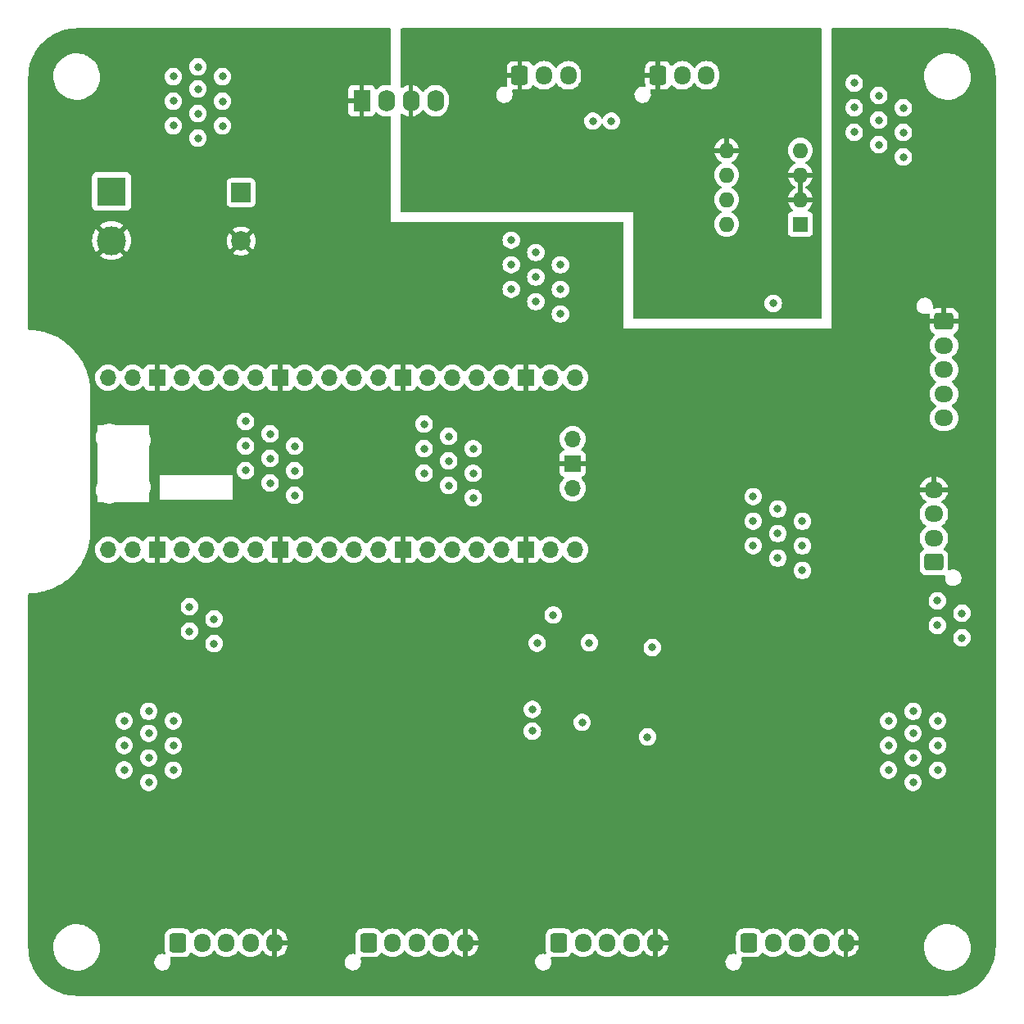
<source format=gbr>
%TF.GenerationSoftware,KiCad,Pcbnew,7.0.6+dfsg-1*%
%TF.CreationDate,2023-07-26T00:01:02-03:00*%
%TF.ProjectId,DMX_servo_controller_hardware,444d585f-7365-4727-966f-5f636f6e7472,rev?*%
%TF.SameCoordinates,Original*%
%TF.FileFunction,Copper,L2,Inr*%
%TF.FilePolarity,Positive*%
%FSLAX46Y46*%
G04 Gerber Fmt 4.6, Leading zero omitted, Abs format (unit mm)*
G04 Created by KiCad (PCBNEW 7.0.6+dfsg-1) date 2023-07-26 00:01:02*
%MOMM*%
%LPD*%
G01*
G04 APERTURE LIST*
G04 Aperture macros list*
%AMRoundRect*
0 Rectangle with rounded corners*
0 $1 Rounding radius*
0 $2 $3 $4 $5 $6 $7 $8 $9 X,Y pos of 4 corners*
0 Add a 4 corners polygon primitive as box body*
4,1,4,$2,$3,$4,$5,$6,$7,$8,$9,$2,$3,0*
0 Add four circle primitives for the rounded corners*
1,1,$1+$1,$2,$3*
1,1,$1+$1,$4,$5*
1,1,$1+$1,$6,$7*
1,1,$1+$1,$8,$9*
0 Add four rect primitives between the rounded corners*
20,1,$1+$1,$2,$3,$4,$5,0*
20,1,$1+$1,$4,$5,$6,$7,0*
20,1,$1+$1,$6,$7,$8,$9,0*
20,1,$1+$1,$8,$9,$2,$3,0*%
G04 Aperture macros list end*
%TA.AperFunction,ComponentPad*%
%ADD10RoundRect,0.250000X-0.725000X0.600000X-0.725000X-0.600000X0.725000X-0.600000X0.725000X0.600000X0*%
%TD*%
%TA.AperFunction,ComponentPad*%
%ADD11O,1.950000X1.700000*%
%TD*%
%TA.AperFunction,ComponentPad*%
%ADD12RoundRect,0.250000X-0.600000X-0.725000X0.600000X-0.725000X0.600000X0.725000X-0.600000X0.725000X0*%
%TD*%
%TA.AperFunction,ComponentPad*%
%ADD13O,1.700000X1.950000*%
%TD*%
%TA.AperFunction,ComponentPad*%
%ADD14R,2.000000X2.000000*%
%TD*%
%TA.AperFunction,ComponentPad*%
%ADD15C,2.000000*%
%TD*%
%TA.AperFunction,ComponentPad*%
%ADD16RoundRect,0.250000X0.725000X-0.600000X0.725000X0.600000X-0.725000X0.600000X-0.725000X-0.600000X0*%
%TD*%
%TA.AperFunction,ComponentPad*%
%ADD17R,3.000000X3.000000*%
%TD*%
%TA.AperFunction,ComponentPad*%
%ADD18C,3.000000*%
%TD*%
%TA.AperFunction,ComponentPad*%
%ADD19O,1.700000X1.700000*%
%TD*%
%TA.AperFunction,ComponentPad*%
%ADD20R,1.700000X1.700000*%
%TD*%
%TA.AperFunction,ComponentPad*%
%ADD21R,1.600000X1.600000*%
%TD*%
%TA.AperFunction,ComponentPad*%
%ADD22O,1.600000X1.600000*%
%TD*%
%TA.AperFunction,ComponentPad*%
%ADD23R,1.750000X2.250000*%
%TD*%
%TA.AperFunction,ComponentPad*%
%ADD24O,1.750000X2.250000*%
%TD*%
%TA.AperFunction,ViaPad*%
%ADD25C,0.800000*%
%TD*%
G04 APERTURE END LIST*
D10*
%TO.N,GND*%
%TO.C,J5*%
X194650000Y-90300000D03*
D11*
%TO.N,+3.3V*%
X194650000Y-92800000D03*
%TO.N,Encoder SW*%
X194650000Y-95300000D03*
%TO.N,Encoder DT*%
X194650000Y-97800000D03*
%TO.N,Encoder CLK*%
X194650000Y-100300000D03*
%TD*%
D12*
%TO.N,OUT12*%
%TO.C,J9*%
X174500000Y-154531250D03*
D13*
%TO.N,OUT13*%
X177000000Y-154531250D03*
%TO.N,OUT14*%
X179500000Y-154531250D03*
%TO.N,OUT15*%
X182000000Y-154531250D03*
%TO.N,GND*%
X184500000Y-154531250D03*
%TD*%
D12*
%TO.N,GNDA*%
%TO.C,J1*%
X150800000Y-64875000D03*
D13*
%TO.N,DMX_positive{slash}hot*%
X153300000Y-64875000D03*
%TO.N,DMX_negative{slash}cold*%
X155800000Y-64875000D03*
%TD*%
D12*
%TO.N,GNDA*%
%TO.C,J2*%
X165100000Y-64875000D03*
D13*
%TO.N,DMX_positive{slash}hot*%
X167600000Y-64875000D03*
%TO.N,DMX_negative{slash}cold*%
X170100000Y-64875000D03*
%TD*%
D14*
%TO.N,+5V*%
%TO.C,C3*%
X122000000Y-77000000D03*
D15*
%TO.N,GND*%
X122000000Y-82000000D03*
%TD*%
D16*
%TO.N,I2C0_SDA*%
%TO.C,J4*%
X193600000Y-115200000D03*
D11*
%TO.N,I2C0_SCL*%
X193600000Y-112700000D03*
%TO.N,+3.3V*%
X193600000Y-110200000D03*
%TO.N,GND*%
X193600000Y-107700000D03*
%TD*%
D12*
%TO.N,OUT4*%
%TO.C,J7*%
X135150000Y-154531250D03*
D13*
%TO.N,OUT5*%
X137650000Y-154531250D03*
%TO.N,OUT6*%
X140150000Y-154531250D03*
%TO.N,OUT7*%
X142650000Y-154531250D03*
%TO.N,GND*%
X145150000Y-154531250D03*
%TD*%
D12*
%TO.N,OUT8*%
%TO.C,J8*%
X154825000Y-154531250D03*
D13*
%TO.N,OUT9*%
X157325000Y-154531250D03*
%TO.N,OUT10*%
X159825000Y-154531250D03*
%TO.N,OUT11*%
X162325000Y-154531250D03*
%TO.N,GND*%
X164825000Y-154531250D03*
%TD*%
D12*
%TO.N,OUT0*%
%TO.C,J6*%
X115475000Y-154531250D03*
D13*
%TO.N,OUT1*%
X117975000Y-154531250D03*
%TO.N,OUT2*%
X120475000Y-154531250D03*
%TO.N,OUT3*%
X122975000Y-154531250D03*
%TO.N,GND*%
X125475000Y-154531250D03*
%TD*%
D17*
%TO.N,+5V*%
%TO.C,J3*%
X108600000Y-76860000D03*
D18*
%TO.N,GND*%
X108600000Y-81940000D03*
%TD*%
D19*
%TO.N,unconnected-(U4-GPIO0-Pad1)*%
%TO.C,U4*%
X108240000Y-113890000D03*
%TO.N,unconnected-(U4-GPIO1-Pad2)*%
X110780000Y-113890000D03*
D20*
%TO.N,GND*%
X113320000Y-113890000D03*
D19*
%TO.N,unconnected-(U4-GPIO2-Pad4)*%
X115860000Y-113890000D03*
%TO.N,unconnected-(U4-GPIO3-Pad5)*%
X118400000Y-113890000D03*
%TO.N,I2C0_SDA*%
X120940000Y-113890000D03*
%TO.N,I2C0_SCL*%
X123480000Y-113890000D03*
D20*
%TO.N,GND*%
X126020000Y-113890000D03*
D19*
%TO.N,unconnected-(U4-GPIO6-Pad9)*%
X128560000Y-113890000D03*
%TO.N,Encoder SW*%
X131100000Y-113890000D03*
%TO.N,Encoder DT*%
X133640000Y-113890000D03*
%TO.N,Encoder CLK*%
X136180000Y-113890000D03*
D20*
%TO.N,GND*%
X138720000Y-113890000D03*
D19*
%TO.N,unconnected-(U4-GPIO10-Pad14)*%
X141260000Y-113890000D03*
%TO.N,unconnected-(U4-GPIO11-Pad15)*%
X143800000Y-113890000D03*
%TO.N,unconnected-(U4-GPIO12-Pad16)*%
X146340000Y-113890000D03*
%TO.N,unconnected-(U4-GPIO13-Pad17)*%
X148880000Y-113890000D03*
D20*
%TO.N,GND*%
X151420000Y-113890000D03*
D19*
%TO.N,unconnected-(U4-GPIO14-Pad19)*%
X153960000Y-113890000D03*
%TO.N,unconnected-(U4-GPIO15-Pad20)*%
X156500000Y-113890000D03*
%TO.N,unconnected-(U4-GPIO16-Pad21)*%
X156500000Y-96110000D03*
%TO.N,unconnected-(U4-GPIO17-Pad22)*%
X153960000Y-96110000D03*
D20*
%TO.N,GND*%
X151420000Y-96110000D03*
D19*
%TO.N,DMX_signal*%
X148880000Y-96110000D03*
%TO.N,unconnected-(U4-GPIO19-Pad25)*%
X146340000Y-96110000D03*
%TO.N,unconnected-(U4-GPIO20-Pad26)*%
X143800000Y-96110000D03*
%TO.N,unconnected-(U4-GPIO21-Pad27)*%
X141260000Y-96110000D03*
D20*
%TO.N,GND*%
X138720000Y-96110000D03*
D19*
%TO.N,unconnected-(U4-GPIO22-Pad29)*%
X136180000Y-96110000D03*
%TO.N,RESET*%
X133640000Y-96110000D03*
%TO.N,unconnected-(U4-GPIO26_ADC0-Pad31)*%
X131100000Y-96110000D03*
%TO.N,unconnected-(U4-GPIO27_ADC1-Pad32)*%
X128560000Y-96110000D03*
D20*
%TO.N,GND*%
X126020000Y-96110000D03*
D19*
%TO.N,unconnected-(U4-GPIO28_ADC2-Pad34)*%
X123480000Y-96110000D03*
%TO.N,unconnected-(U4-ADC_VREF-Pad35)*%
X120940000Y-96110000D03*
%TO.N,+3.3V*%
X118400000Y-96110000D03*
%TO.N,unconnected-(U4-3V3_EN-Pad37)*%
X115860000Y-96110000D03*
D20*
%TO.N,GND*%
X113320000Y-96110000D03*
D19*
%TO.N,unconnected-(U4-VSYS-Pad39)*%
X110780000Y-96110000D03*
%TO.N,Net-(D2-K)*%
X108240000Y-96110000D03*
%TO.N,unconnected-(U4-SWCLK-Pad41)*%
X156270000Y-107540000D03*
D20*
%TO.N,GND*%
X156270000Y-105000000D03*
D19*
%TO.N,unconnected-(U4-SWDIO-Pad43)*%
X156270000Y-102460000D03*
%TD*%
D21*
%TO.N,Net-(U2-R)*%
%TO.C,U2*%
X179800000Y-80250000D03*
D22*
%TO.N,GNDA*%
X179800000Y-77710000D03*
X179800000Y-75170000D03*
%TO.N,unconnected-(U2-D-Pad4)*%
X179800000Y-72630000D03*
%TO.N,GNDA*%
X172180000Y-72630000D03*
%TO.N,Net-(U2-A)*%
X172180000Y-75170000D03*
%TO.N,Net-(U2-B)*%
X172180000Y-77710000D03*
%TO.N,+5VA*%
X172180000Y-80250000D03*
%TD*%
D23*
%TO.N,GND*%
%TO.C,PS1*%
X134460727Y-67500000D03*
D24*
%TO.N,+5V*%
X137000727Y-67500000D03*
%TO.N,GNDA*%
X139540727Y-67500000D03*
%TO.N,+5VA*%
X142080727Y-67500000D03*
%TD*%
D25*
%TO.N,+3.3V*%
X155000000Y-84460000D03*
X187909200Y-72034400D03*
X174920000Y-108410000D03*
X187909200Y-69494400D03*
X116660000Y-122325000D03*
X149920000Y-84450000D03*
X196500000Y-120460000D03*
X146000000Y-106000000D03*
X180000000Y-110960000D03*
X152460000Y-88265000D03*
X127540000Y-108275000D03*
X149920000Y-86990000D03*
X174920000Y-110950000D03*
X180000000Y-116040000D03*
X127540000Y-105735000D03*
X190449200Y-70769400D03*
X185369200Y-70759400D03*
X125000000Y-101920000D03*
X193960000Y-121725000D03*
X152460000Y-85725000D03*
X146000000Y-108540000D03*
X143460000Y-104725000D03*
X146000000Y-103460000D03*
X185369200Y-68219400D03*
X125000000Y-107000000D03*
X116660000Y-119785000D03*
X119200000Y-123600000D03*
X174920000Y-113490000D03*
X122460000Y-103185000D03*
X119200000Y-121060000D03*
X180000000Y-113500000D03*
X155000000Y-87000000D03*
X125000000Y-104460000D03*
X149920000Y-81910000D03*
X140920000Y-103450000D03*
X157994800Y-123514800D03*
X140920000Y-105990000D03*
X190449200Y-68229400D03*
X196500000Y-123000000D03*
X155000000Y-89540000D03*
X177460000Y-109685000D03*
X164494800Y-124014800D03*
X143460000Y-102185000D03*
X122460000Y-105725000D03*
X140920000Y-100910000D03*
X190449200Y-73309400D03*
X177460000Y-112225000D03*
X152460000Y-83185000D03*
X193960000Y-119185000D03*
X143460000Y-107265000D03*
X177460000Y-114765000D03*
X122460000Y-100645000D03*
X127540000Y-103195000D03*
X185369200Y-65679400D03*
X187909200Y-66954400D03*
%TO.N,GND*%
X148900000Y-135581250D03*
X134112000Y-108356400D03*
X134112000Y-100736400D03*
X136652000Y-102006400D03*
X127520000Y-135200000D03*
X126238000Y-67564000D03*
X198424800Y-83566000D03*
X193344800Y-83566000D03*
X131572000Y-107086400D03*
X183500000Y-99000000D03*
X127520000Y-127580000D03*
X173024800Y-130120000D03*
X113500000Y-112000000D03*
X173024800Y-132660000D03*
X131572000Y-99466400D03*
X195884800Y-82296000D03*
X147100000Y-130343750D03*
X148900000Y-138181250D03*
X128778000Y-68834000D03*
X147100000Y-132593750D03*
X193344800Y-78486000D03*
X128778000Y-71374000D03*
X126000000Y-98000000D03*
X126000000Y-112000000D03*
X143000000Y-88300000D03*
X148800000Y-143981250D03*
X151500000Y-92000000D03*
X175564800Y-128850000D03*
X175564800Y-133930000D03*
X123698000Y-63754000D03*
X178104800Y-132660000D03*
X126238000Y-65024000D03*
X139000000Y-98000000D03*
X132600000Y-130120000D03*
X136652000Y-99466400D03*
X130060000Y-136470000D03*
X128778000Y-63754000D03*
X130060000Y-128850000D03*
X130060000Y-133930000D03*
X149700000Y-136231250D03*
X151500000Y-117500000D03*
X123698000Y-66294000D03*
X198424800Y-78486000D03*
X198424800Y-81026000D03*
X136652000Y-104546400D03*
X173024800Y-135200000D03*
X154500000Y-105000000D03*
X149800000Y-137531250D03*
X178104800Y-135200000D03*
X156000000Y-138200000D03*
X193344800Y-75946000D03*
X123698000Y-71374000D03*
X127520000Y-130120000D03*
X134112000Y-105816400D03*
X131572000Y-102006400D03*
X195884800Y-79756000D03*
X134112000Y-103276400D03*
X132600000Y-127580000D03*
X127520000Y-132660000D03*
X123698000Y-68834000D03*
X130060000Y-131390000D03*
X148900000Y-136881250D03*
X126238000Y-70104000D03*
X195884800Y-77216000D03*
X173024800Y-127580000D03*
X132600000Y-132660000D03*
X175564800Y-131390000D03*
X172000000Y-94450000D03*
X136652000Y-107086400D03*
X116325000Y-92150000D03*
X175564800Y-136470000D03*
X198424800Y-75946000D03*
X178104800Y-130120000D03*
X178104800Y-127580000D03*
X128778000Y-66294000D03*
X113500000Y-98000000D03*
X139000000Y-117500000D03*
X193344800Y-81026000D03*
X131572000Y-104546400D03*
X116325000Y-85850000D03*
X195884800Y-84836000D03*
X126238000Y-72644000D03*
X132600000Y-135200000D03*
X143000000Y-82000000D03*
%TO.N,+5V*%
X117540000Y-68815000D03*
X112460000Y-137955000D03*
X191460000Y-130600000D03*
X188920000Y-131600000D03*
X109920000Y-134140000D03*
X115000000Y-134150000D03*
X120080000Y-70090000D03*
X188920000Y-136680000D03*
X112460000Y-132875000D03*
X115000000Y-136690000D03*
X157250000Y-131750000D03*
X120080000Y-67550000D03*
X112460000Y-135415000D03*
X191460000Y-135415000D03*
X194000000Y-136690000D03*
X152100000Y-132650000D03*
X164000000Y-133250000D03*
X115000000Y-70080000D03*
X117540000Y-66275000D03*
X115000000Y-65000000D03*
X112460000Y-130600000D03*
X188920000Y-134140000D03*
X120080000Y-65000000D03*
X191460000Y-132875000D03*
X109920000Y-136680000D03*
X191460000Y-137955000D03*
X117540000Y-71355000D03*
X109920000Y-131600000D03*
X194000000Y-131600000D03*
X117540000Y-64000000D03*
X115000000Y-131600000D03*
X152100000Y-130400000D03*
X115000000Y-67540000D03*
X194000000Y-134150000D03*
%TO.N,+5VA*%
X177000000Y-88450000D03*
%TO.N,GNDA*%
X174218823Y-70591176D03*
X167513000Y-82804000D03*
X165002827Y-81026000D03*
X172179999Y-70142331D03*
X158877000Y-74676000D03*
X174802800Y-72644000D03*
X159893000Y-74676000D03*
X163986827Y-81026000D03*
X167513000Y-81915000D03*
%TO.N,DMX_negative{slash}cold*%
X160260000Y-69599500D03*
%TO.N,DMX_positive{slash}hot*%
X158360000Y-69600000D03*
%TO.N,I2C0_SCL*%
X154250000Y-120650500D03*
X152603200Y-123545600D03*
%TD*%
%TA.AperFunction,Conductor*%
%TO.N,GNDA*%
G36*
X180050000Y-77394314D02*
G01*
X180038045Y-77382359D01*
X179925148Y-77324835D01*
X179831481Y-77310000D01*
X179768519Y-77310000D01*
X179674852Y-77324835D01*
X179561955Y-77382359D01*
X179550000Y-77394314D01*
X179550000Y-75485686D01*
X179561955Y-75497641D01*
X179674852Y-75555165D01*
X179768519Y-75570000D01*
X179831481Y-75570000D01*
X179925148Y-75555165D01*
X180038045Y-75497641D01*
X180050000Y-75485685D01*
X180050000Y-77394314D01*
G37*
%TD.AperFunction*%
%TA.AperFunction,Conductor*%
G36*
X181943039Y-60020185D02*
G01*
X181988794Y-60072989D01*
X182000000Y-60124500D01*
X182000000Y-89876000D01*
X181980315Y-89943039D01*
X181927511Y-89988794D01*
X181876000Y-90000000D01*
X162624000Y-90000000D01*
X162556961Y-89980315D01*
X162511206Y-89927511D01*
X162500000Y-89876000D01*
X162500000Y-88450000D01*
X176094540Y-88450000D01*
X176114326Y-88638256D01*
X176114327Y-88638259D01*
X176172818Y-88818277D01*
X176172821Y-88818284D01*
X176267467Y-88982216D01*
X176290489Y-89007784D01*
X176394129Y-89122888D01*
X176547265Y-89234148D01*
X176547270Y-89234151D01*
X176720192Y-89311142D01*
X176720197Y-89311144D01*
X176905354Y-89350500D01*
X176905355Y-89350500D01*
X177094644Y-89350500D01*
X177094646Y-89350500D01*
X177279803Y-89311144D01*
X177452730Y-89234151D01*
X177605871Y-89122888D01*
X177732533Y-88982216D01*
X177827179Y-88818284D01*
X177885674Y-88638256D01*
X177905460Y-88450000D01*
X177885674Y-88261744D01*
X177827179Y-88081716D01*
X177732533Y-87917784D01*
X177605871Y-87777112D01*
X177601796Y-87774151D01*
X177452734Y-87665851D01*
X177452729Y-87665848D01*
X177279807Y-87588857D01*
X177279802Y-87588855D01*
X177134000Y-87557865D01*
X177094646Y-87549500D01*
X176905354Y-87549500D01*
X176872897Y-87556398D01*
X176720197Y-87588855D01*
X176720192Y-87588857D01*
X176547270Y-87665848D01*
X176547265Y-87665851D01*
X176394129Y-87777111D01*
X176267466Y-87917785D01*
X176172821Y-88081715D01*
X176172818Y-88081722D01*
X176114327Y-88261740D01*
X176114326Y-88261744D01*
X176094540Y-88450000D01*
X162500000Y-88450000D01*
X162500000Y-80250001D01*
X170874532Y-80250001D01*
X170894364Y-80476686D01*
X170894366Y-80476697D01*
X170953258Y-80696488D01*
X170953261Y-80696497D01*
X171049431Y-80902732D01*
X171049432Y-80902734D01*
X171179954Y-81089141D01*
X171340858Y-81250045D01*
X171340861Y-81250047D01*
X171527266Y-81380568D01*
X171733504Y-81476739D01*
X171953308Y-81535635D01*
X172115230Y-81549801D01*
X172179998Y-81555468D01*
X172180000Y-81555468D01*
X172180002Y-81555468D01*
X172236807Y-81550498D01*
X172406692Y-81535635D01*
X172626496Y-81476739D01*
X172832734Y-81380568D01*
X173019139Y-81250047D01*
X173180047Y-81089139D01*
X173310568Y-80902734D01*
X173406739Y-80696496D01*
X173465635Y-80476692D01*
X173485468Y-80250000D01*
X173465635Y-80023308D01*
X173406739Y-79803504D01*
X173310568Y-79597266D01*
X173180047Y-79410861D01*
X173180045Y-79410858D01*
X173019141Y-79249954D01*
X172832734Y-79119432D01*
X172832728Y-79119429D01*
X172774882Y-79092455D01*
X172774724Y-79092381D01*
X172722285Y-79046210D01*
X172703133Y-78979017D01*
X172723348Y-78912135D01*
X172774725Y-78867618D01*
X172832734Y-78840568D01*
X173019139Y-78710047D01*
X173180047Y-78549139D01*
X173310568Y-78362734D01*
X173406739Y-78156496D01*
X173465635Y-77936692D01*
X173485468Y-77710000D01*
X173465635Y-77483308D01*
X173406739Y-77263504D01*
X173310568Y-77057266D01*
X173180047Y-76870861D01*
X173180045Y-76870858D01*
X173019141Y-76709954D01*
X172832734Y-76579432D01*
X172832728Y-76579429D01*
X172774725Y-76552382D01*
X172722285Y-76506210D01*
X172703133Y-76439017D01*
X172723348Y-76372135D01*
X172774725Y-76327618D01*
X172832734Y-76300568D01*
X173019139Y-76170047D01*
X173180047Y-76009139D01*
X173310568Y-75822734D01*
X173406739Y-75616496D01*
X173465635Y-75396692D01*
X173485468Y-75170000D01*
X173465635Y-74943308D01*
X173406739Y-74723504D01*
X173310568Y-74517266D01*
X173180047Y-74330861D01*
X173180045Y-74330858D01*
X173019141Y-74169954D01*
X172832734Y-74039432D01*
X172832732Y-74039431D01*
X172775315Y-74012657D01*
X172774132Y-74012105D01*
X172721694Y-73965934D01*
X172702542Y-73898740D01*
X172722758Y-73831859D01*
X172774134Y-73787341D01*
X172832484Y-73760132D01*
X173018820Y-73629657D01*
X173179657Y-73468820D01*
X173310134Y-73282482D01*
X173406265Y-73076326D01*
X173406269Y-73076317D01*
X173458872Y-72880000D01*
X172495686Y-72880000D01*
X172507641Y-72868045D01*
X172565165Y-72755148D01*
X172584986Y-72630001D01*
X178494532Y-72630001D01*
X178514364Y-72856686D01*
X178514366Y-72856697D01*
X178573258Y-73076488D01*
X178573261Y-73076497D01*
X178669431Y-73282732D01*
X178669432Y-73282734D01*
X178799954Y-73469141D01*
X178960858Y-73630045D01*
X178960861Y-73630047D01*
X179147266Y-73760568D01*
X179205865Y-73787893D01*
X179258305Y-73834065D01*
X179277457Y-73901258D01*
X179257242Y-73968139D01*
X179205867Y-74012657D01*
X179147515Y-74039867D01*
X178961179Y-74170342D01*
X178800342Y-74331179D01*
X178669865Y-74517517D01*
X178573734Y-74723673D01*
X178573730Y-74723682D01*
X178521127Y-74919999D01*
X178521128Y-74920000D01*
X179484314Y-74920000D01*
X179472359Y-74931955D01*
X179414835Y-75044852D01*
X179395014Y-75170000D01*
X179414835Y-75295148D01*
X179472359Y-75408045D01*
X179484314Y-75420000D01*
X178521128Y-75420000D01*
X178573730Y-75616317D01*
X178573734Y-75616326D01*
X178669865Y-75822482D01*
X178800342Y-76008820D01*
X178961179Y-76169657D01*
X179147517Y-76300134D01*
X179206457Y-76327618D01*
X179258896Y-76373790D01*
X179278048Y-76440984D01*
X179257832Y-76507865D01*
X179206457Y-76552382D01*
X179147517Y-76579865D01*
X178961179Y-76710342D01*
X178800342Y-76871179D01*
X178669865Y-77057517D01*
X178573734Y-77263673D01*
X178573730Y-77263682D01*
X178521127Y-77459999D01*
X178521128Y-77460000D01*
X179484314Y-77460000D01*
X179472359Y-77471955D01*
X179414835Y-77584852D01*
X179395014Y-77710000D01*
X179414835Y-77835148D01*
X179472359Y-77948045D01*
X179484314Y-77960000D01*
X178521128Y-77960000D01*
X178573730Y-78156317D01*
X178573734Y-78156326D01*
X178669865Y-78362482D01*
X178800342Y-78548820D01*
X178961182Y-78709660D01*
X178986219Y-78727191D01*
X179029844Y-78781768D01*
X179037038Y-78851266D01*
X179005515Y-78913621D01*
X178945285Y-78949035D01*
X178928352Y-78952055D01*
X178892519Y-78955907D01*
X178757671Y-79006202D01*
X178757664Y-79006206D01*
X178642455Y-79092452D01*
X178642452Y-79092455D01*
X178556206Y-79207664D01*
X178556202Y-79207671D01*
X178505908Y-79342517D01*
X178499501Y-79402116D01*
X178499501Y-79402123D01*
X178499500Y-79402135D01*
X178499500Y-81097870D01*
X178499501Y-81097876D01*
X178505908Y-81157483D01*
X178556202Y-81292328D01*
X178556206Y-81292335D01*
X178642452Y-81407544D01*
X178642455Y-81407547D01*
X178757664Y-81493793D01*
X178757671Y-81493797D01*
X178892517Y-81544091D01*
X178892516Y-81544091D01*
X178899444Y-81544835D01*
X178952127Y-81550500D01*
X180647872Y-81550499D01*
X180707483Y-81544091D01*
X180842331Y-81493796D01*
X180957546Y-81407546D01*
X181043796Y-81292331D01*
X181094091Y-81157483D01*
X181100500Y-81097873D01*
X181100499Y-79402128D01*
X181094091Y-79342517D01*
X181059567Y-79249954D01*
X181043797Y-79207671D01*
X181043793Y-79207664D01*
X180957547Y-79092455D01*
X180957544Y-79092452D01*
X180842335Y-79006206D01*
X180842328Y-79006202D01*
X180707486Y-78955910D01*
X180707485Y-78955909D01*
X180707483Y-78955909D01*
X180671643Y-78952055D01*
X180607096Y-78925319D01*
X180567248Y-78867926D01*
X180564754Y-78798101D01*
X180600406Y-78738012D01*
X180613780Y-78727191D01*
X180638819Y-78709658D01*
X180799657Y-78548820D01*
X180930134Y-78362482D01*
X181026265Y-78156326D01*
X181026269Y-78156317D01*
X181078872Y-77960000D01*
X180115686Y-77960000D01*
X180127641Y-77948045D01*
X180185165Y-77835148D01*
X180204986Y-77710000D01*
X180185165Y-77584852D01*
X180127641Y-77471955D01*
X180115686Y-77460000D01*
X181078872Y-77460000D01*
X181078872Y-77459999D01*
X181026269Y-77263682D01*
X181026265Y-77263673D01*
X180930134Y-77057517D01*
X180799657Y-76871179D01*
X180638820Y-76710342D01*
X180452481Y-76579865D01*
X180452479Y-76579864D01*
X180393543Y-76552382D01*
X180341103Y-76506210D01*
X180321951Y-76439017D01*
X180342166Y-76372136D01*
X180393543Y-76327618D01*
X180452479Y-76300135D01*
X180452481Y-76300134D01*
X180638820Y-76169657D01*
X180799657Y-76008820D01*
X180930134Y-75822482D01*
X181026265Y-75616326D01*
X181026269Y-75616317D01*
X181078872Y-75420000D01*
X180115686Y-75420000D01*
X180127641Y-75408045D01*
X180185165Y-75295148D01*
X180204986Y-75170000D01*
X180185165Y-75044852D01*
X180127641Y-74931955D01*
X180115686Y-74920000D01*
X181078872Y-74920000D01*
X181078872Y-74919999D01*
X181026269Y-74723682D01*
X181026265Y-74723673D01*
X180930134Y-74517517D01*
X180799657Y-74331179D01*
X180638820Y-74170342D01*
X180452482Y-74039865D01*
X180394133Y-74012657D01*
X180341694Y-73966484D01*
X180322542Y-73899291D01*
X180342758Y-73832410D01*
X180394129Y-73787895D01*
X180452734Y-73760568D01*
X180639139Y-73630047D01*
X180800047Y-73469139D01*
X180930568Y-73282734D01*
X181026739Y-73076496D01*
X181085635Y-72856692D01*
X181105468Y-72630000D01*
X181085635Y-72403308D01*
X181026739Y-72183504D01*
X180930568Y-71977266D01*
X180800047Y-71790861D01*
X180800045Y-71790858D01*
X180639141Y-71629954D01*
X180452734Y-71499432D01*
X180452732Y-71499431D01*
X180246497Y-71403261D01*
X180246488Y-71403258D01*
X180026697Y-71344366D01*
X180026693Y-71344365D01*
X180026692Y-71344365D01*
X180026691Y-71344364D01*
X180026686Y-71344364D01*
X179800002Y-71324532D01*
X179799998Y-71324532D01*
X179573313Y-71344364D01*
X179573302Y-71344366D01*
X179353511Y-71403258D01*
X179353502Y-71403261D01*
X179147267Y-71499431D01*
X179147265Y-71499432D01*
X178960858Y-71629954D01*
X178799954Y-71790858D01*
X178669432Y-71977265D01*
X178669431Y-71977267D01*
X178573261Y-72183502D01*
X178573258Y-72183511D01*
X178514366Y-72403302D01*
X178514364Y-72403313D01*
X178494532Y-72629998D01*
X178494532Y-72630001D01*
X172584986Y-72630001D01*
X172584986Y-72630000D01*
X172565165Y-72504852D01*
X172507641Y-72391955D01*
X172495686Y-72380000D01*
X173458872Y-72380000D01*
X173458872Y-72379999D01*
X173406269Y-72183682D01*
X173406265Y-72183673D01*
X173310134Y-71977517D01*
X173179657Y-71791179D01*
X173018820Y-71630342D01*
X172832482Y-71499865D01*
X172626328Y-71403734D01*
X172430000Y-71351127D01*
X172430000Y-72314314D01*
X172418045Y-72302359D01*
X172305148Y-72244835D01*
X172211481Y-72230000D01*
X172148519Y-72230000D01*
X172054852Y-72244835D01*
X171941955Y-72302359D01*
X171930000Y-72314314D01*
X171930000Y-71351127D01*
X171733671Y-71403734D01*
X171527517Y-71499865D01*
X171341179Y-71630342D01*
X171180342Y-71791179D01*
X171049865Y-71977517D01*
X170953734Y-72183673D01*
X170953730Y-72183682D01*
X170901127Y-72379999D01*
X170901128Y-72380000D01*
X171864314Y-72380000D01*
X171852359Y-72391955D01*
X171794835Y-72504852D01*
X171775014Y-72630000D01*
X171794835Y-72755148D01*
X171852359Y-72868045D01*
X171864314Y-72880000D01*
X170901128Y-72880000D01*
X170953730Y-73076317D01*
X170953734Y-73076326D01*
X171049865Y-73282482D01*
X171180342Y-73468820D01*
X171341179Y-73629657D01*
X171527518Y-73760134D01*
X171527520Y-73760135D01*
X171585865Y-73787342D01*
X171638305Y-73833514D01*
X171657457Y-73900707D01*
X171637242Y-73967589D01*
X171585867Y-74012105D01*
X171584685Y-74012657D01*
X171527264Y-74039433D01*
X171340858Y-74169954D01*
X171179954Y-74330858D01*
X171049432Y-74517265D01*
X171049431Y-74517267D01*
X170953261Y-74723502D01*
X170953258Y-74723511D01*
X170894366Y-74943302D01*
X170894364Y-74943313D01*
X170874532Y-75169998D01*
X170874532Y-75170001D01*
X170894364Y-75396686D01*
X170894366Y-75396697D01*
X170953258Y-75616488D01*
X170953261Y-75616497D01*
X171049431Y-75822732D01*
X171049432Y-75822734D01*
X171179954Y-76009141D01*
X171340858Y-76170045D01*
X171340861Y-76170047D01*
X171527266Y-76300568D01*
X171585275Y-76327618D01*
X171637714Y-76373791D01*
X171656866Y-76440984D01*
X171636650Y-76507865D01*
X171585275Y-76552382D01*
X171527267Y-76579431D01*
X171527265Y-76579432D01*
X171340858Y-76709954D01*
X171179954Y-76870858D01*
X171049432Y-77057265D01*
X171049431Y-77057267D01*
X170953261Y-77263502D01*
X170953258Y-77263511D01*
X170894366Y-77483302D01*
X170894364Y-77483313D01*
X170874532Y-77709998D01*
X170874532Y-77710001D01*
X170894364Y-77936686D01*
X170894366Y-77936697D01*
X170953258Y-78156488D01*
X170953261Y-78156497D01*
X171049431Y-78362732D01*
X171049432Y-78362734D01*
X171179954Y-78549141D01*
X171340858Y-78710045D01*
X171340861Y-78710047D01*
X171527266Y-78840568D01*
X171585275Y-78867618D01*
X171637714Y-78913791D01*
X171656866Y-78980984D01*
X171636650Y-79047865D01*
X171585275Y-79092381D01*
X171585118Y-79092455D01*
X171527267Y-79119431D01*
X171527265Y-79119432D01*
X171340858Y-79249954D01*
X171179954Y-79410858D01*
X171049432Y-79597265D01*
X171049431Y-79597267D01*
X170953261Y-79803502D01*
X170953258Y-79803511D01*
X170894366Y-80023302D01*
X170894364Y-80023313D01*
X170874532Y-80249998D01*
X170874532Y-80250001D01*
X162500000Y-80250001D01*
X162500000Y-79000000D01*
X138624000Y-79000000D01*
X138556961Y-78980315D01*
X138511206Y-78927511D01*
X138500000Y-78876000D01*
X138500000Y-69600000D01*
X157454540Y-69600000D01*
X157474326Y-69788256D01*
X157474327Y-69788259D01*
X157532818Y-69968277D01*
X157532821Y-69968284D01*
X157627467Y-70132216D01*
X157753679Y-70272388D01*
X157754129Y-70272888D01*
X157907265Y-70384148D01*
X157907270Y-70384151D01*
X158080192Y-70461142D01*
X158080197Y-70461144D01*
X158265354Y-70500500D01*
X158265355Y-70500500D01*
X158454644Y-70500500D01*
X158454646Y-70500500D01*
X158639803Y-70461144D01*
X158812730Y-70384151D01*
X158965871Y-70272888D01*
X159092533Y-70132216D01*
X159187179Y-69968284D01*
X159187182Y-69968275D01*
X159192150Y-69952986D01*
X159231586Y-69895310D01*
X159295945Y-69868111D01*
X159364791Y-69880025D01*
X159416268Y-69927268D01*
X159428012Y-69952984D01*
X159432819Y-69967780D01*
X159432821Y-69967784D01*
X159527467Y-70131716D01*
X159654128Y-70272387D01*
X159654129Y-70272388D01*
X159807265Y-70383648D01*
X159807270Y-70383651D01*
X159980192Y-70460642D01*
X159980197Y-70460644D01*
X160165354Y-70500000D01*
X160165355Y-70500000D01*
X160354644Y-70500000D01*
X160354646Y-70500000D01*
X160539803Y-70460644D01*
X160712730Y-70383651D01*
X160865871Y-70272388D01*
X160992533Y-70131716D01*
X161087179Y-69967784D01*
X161145674Y-69787756D01*
X161165460Y-69599500D01*
X161145674Y-69411244D01*
X161087342Y-69231717D01*
X161087181Y-69231222D01*
X161087180Y-69231221D01*
X161087179Y-69231216D01*
X160992533Y-69067284D01*
X160865871Y-68926612D01*
X160864360Y-68925514D01*
X160712734Y-68815351D01*
X160712729Y-68815348D01*
X160539807Y-68738357D01*
X160539802Y-68738355D01*
X160383829Y-68705203D01*
X160354646Y-68699000D01*
X160165354Y-68699000D01*
X160137799Y-68704857D01*
X159980197Y-68738355D01*
X159980192Y-68738357D01*
X159807270Y-68815348D01*
X159807265Y-68815351D01*
X159654129Y-68926611D01*
X159527466Y-69067285D01*
X159432821Y-69231215D01*
X159432816Y-69231227D01*
X159427847Y-69246519D01*
X159388407Y-69304193D01*
X159324047Y-69331388D01*
X159255202Y-69319471D01*
X159203728Y-69272225D01*
X159191987Y-69246516D01*
X159187179Y-69231716D01*
X159092533Y-69067784D01*
X158965871Y-68927112D01*
X158965183Y-68926612D01*
X158812734Y-68815851D01*
X158812729Y-68815848D01*
X158639807Y-68738857D01*
X158639802Y-68738855D01*
X158481481Y-68705204D01*
X158454646Y-68699500D01*
X158265354Y-68699500D01*
X158240151Y-68704857D01*
X158080197Y-68738855D01*
X158080192Y-68738857D01*
X157907270Y-68815848D01*
X157907265Y-68815851D01*
X157754129Y-68927111D01*
X157627466Y-69067785D01*
X157532821Y-69231715D01*
X157532818Y-69231722D01*
X157474488Y-69411244D01*
X157474326Y-69411744D01*
X157454540Y-69600000D01*
X138500000Y-69600000D01*
X138500000Y-68936426D01*
X138519685Y-68869387D01*
X138572489Y-68823632D01*
X138641647Y-68813688D01*
X138697735Y-68836731D01*
X138817193Y-68925083D01*
X139026194Y-69030459D01*
X139249999Y-69098998D01*
X139290726Y-69104212D01*
X139290727Y-69104212D01*
X139290727Y-67977053D01*
X139324573Y-67997636D01*
X139466849Y-68037500D01*
X139577491Y-68037500D01*
X139687106Y-68022434D01*
X139790727Y-67977425D01*
X139790727Y-69102689D01*
X139944814Y-69069481D01*
X139944815Y-69069481D01*
X140161991Y-68982213D01*
X140361305Y-68859491D01*
X140537000Y-68704859D01*
X140537002Y-68704857D01*
X140684045Y-68522749D01*
X140684049Y-68522744D01*
X140702919Y-68488964D01*
X140752797Y-68440036D01*
X140821210Y-68425842D01*
X140886436Y-68450888D01*
X140913909Y-68479998D01*
X141006662Y-68617230D01*
X141006665Y-68617234D01*
X141006670Y-68617241D01*
X141168683Y-68786283D01*
X141356935Y-68925513D01*
X141566009Y-69030926D01*
X141789890Y-69099489D01*
X142022138Y-69129229D01*
X142256072Y-69119292D01*
X142484961Y-69069962D01*
X142702221Y-68982660D01*
X142901602Y-68859896D01*
X143077368Y-68705203D01*
X143224462Y-68523030D01*
X143338653Y-68318619D01*
X143416656Y-68097849D01*
X143456227Y-67867072D01*
X143456227Y-67191572D01*
X143456227Y-67191567D01*
X143441344Y-67016703D01*
X143392388Y-66828685D01*
X148345740Y-66828685D01*
X148355755Y-67013406D01*
X148355755Y-67013411D01*
X148405244Y-67191656D01*
X148405247Y-67191662D01*
X148491898Y-67355102D01*
X148554540Y-67428850D01*
X148611663Y-67496100D01*
X148758936Y-67608054D01*
X148926833Y-67685732D01*
X148926834Y-67685732D01*
X148926836Y-67685733D01*
X148981648Y-67697797D01*
X149107503Y-67725500D01*
X149107506Y-67725500D01*
X149246107Y-67725500D01*
X149246113Y-67725500D01*
X149383910Y-67710514D01*
X149559221Y-67651444D01*
X149717736Y-67556070D01*
X149852041Y-67428849D01*
X149955858Y-67275730D01*
X150024331Y-67103875D01*
X150054260Y-66921317D01*
X150049238Y-66828685D01*
X162645740Y-66828685D01*
X162655755Y-67013406D01*
X162655755Y-67013411D01*
X162705244Y-67191656D01*
X162705247Y-67191662D01*
X162791898Y-67355102D01*
X162854540Y-67428850D01*
X162911663Y-67496100D01*
X163058936Y-67608054D01*
X163226833Y-67685732D01*
X163226834Y-67685732D01*
X163226836Y-67685733D01*
X163281648Y-67697797D01*
X163407503Y-67725500D01*
X163407506Y-67725500D01*
X163546107Y-67725500D01*
X163546113Y-67725500D01*
X163683910Y-67710514D01*
X163859221Y-67651444D01*
X164017736Y-67556070D01*
X164152041Y-67428849D01*
X164255858Y-67275730D01*
X164324331Y-67103875D01*
X164354260Y-66921317D01*
X164344245Y-66736593D01*
X164299867Y-66576755D01*
X164294755Y-66558343D01*
X164294754Y-66558341D01*
X164277780Y-66526325D01*
X164263769Y-66457874D01*
X164288989Y-66392715D01*
X164345434Y-66351535D01*
X164399939Y-66344883D01*
X164450021Y-66349999D01*
X164849999Y-66349999D01*
X164850000Y-66349998D01*
X164850000Y-65283018D01*
X164964801Y-65335446D01*
X165066025Y-65350000D01*
X165133975Y-65350000D01*
X165235199Y-65335446D01*
X165350000Y-65283018D01*
X165350000Y-66349999D01*
X165749972Y-66349999D01*
X165749986Y-66349998D01*
X165852697Y-66339505D01*
X166019119Y-66284358D01*
X166019124Y-66284356D01*
X166168345Y-66192315D01*
X166292315Y-66068345D01*
X166387815Y-65913516D01*
X166439763Y-65866792D01*
X166508726Y-65855569D01*
X166572808Y-65883413D01*
X166581035Y-65890931D01*
X166728599Y-66038495D01*
X166728602Y-66038497D01*
X166728603Y-66038498D01*
X166922165Y-66174032D01*
X166922167Y-66174033D01*
X166922170Y-66174035D01*
X167136337Y-66273903D01*
X167136343Y-66273904D01*
X167136344Y-66273905D01*
X167175356Y-66284358D01*
X167364592Y-66335063D01*
X167552864Y-66351535D01*
X167599999Y-66355659D01*
X167600000Y-66355659D01*
X167600001Y-66355659D01*
X167647136Y-66351535D01*
X167835408Y-66335063D01*
X168063663Y-66273903D01*
X168277829Y-66174035D01*
X168471401Y-66038495D01*
X168638495Y-65871401D01*
X168748426Y-65714401D01*
X168803001Y-65670778D01*
X168872500Y-65663584D01*
X168934855Y-65695106D01*
X168951571Y-65714398D01*
X168978388Y-65752697D01*
X169061506Y-65871403D01*
X169159178Y-65969074D01*
X169228599Y-66038495D01*
X169279998Y-66074485D01*
X169422165Y-66174032D01*
X169422167Y-66174033D01*
X169422170Y-66174035D01*
X169636337Y-66273903D01*
X169636343Y-66273904D01*
X169636344Y-66273905D01*
X169675356Y-66284358D01*
X169864592Y-66335063D01*
X170052864Y-66351535D01*
X170099999Y-66355659D01*
X170100000Y-66355659D01*
X170100001Y-66355659D01*
X170147136Y-66351535D01*
X170335408Y-66335063D01*
X170563663Y-66273903D01*
X170777829Y-66174035D01*
X170971401Y-66038495D01*
X171138495Y-65871401D01*
X171274035Y-65677829D01*
X171373903Y-65463663D01*
X171435063Y-65235408D01*
X171450500Y-65058966D01*
X171450500Y-64691034D01*
X171435063Y-64514592D01*
X171373903Y-64286337D01*
X171274035Y-64072171D01*
X171261936Y-64054891D01*
X171138494Y-63878597D01*
X170971402Y-63711506D01*
X170971395Y-63711501D01*
X170777834Y-63575967D01*
X170777830Y-63575965D01*
X170738626Y-63557684D01*
X170563663Y-63476097D01*
X170563659Y-63476096D01*
X170563655Y-63476094D01*
X170335413Y-63414938D01*
X170335403Y-63414936D01*
X170100001Y-63394341D01*
X170099999Y-63394341D01*
X169864596Y-63414936D01*
X169864586Y-63414938D01*
X169636344Y-63476094D01*
X169636335Y-63476098D01*
X169422171Y-63575964D01*
X169422169Y-63575965D01*
X169228597Y-63711505D01*
X169061505Y-63878597D01*
X168951575Y-64035595D01*
X168896998Y-64079220D01*
X168827500Y-64086414D01*
X168765145Y-64054891D01*
X168748425Y-64035595D01*
X168638494Y-63878597D01*
X168471402Y-63711506D01*
X168471395Y-63711501D01*
X168277834Y-63575967D01*
X168277830Y-63575965D01*
X168238626Y-63557684D01*
X168063663Y-63476097D01*
X168063659Y-63476096D01*
X168063655Y-63476094D01*
X167835413Y-63414938D01*
X167835403Y-63414936D01*
X167600001Y-63394341D01*
X167599999Y-63394341D01*
X167364596Y-63414936D01*
X167364586Y-63414938D01*
X167136344Y-63476094D01*
X167136335Y-63476098D01*
X166922171Y-63575964D01*
X166922169Y-63575965D01*
X166728597Y-63711505D01*
X166581035Y-63859068D01*
X166519712Y-63892553D01*
X166450020Y-63887569D01*
X166394087Y-63845697D01*
X166387815Y-63836484D01*
X166292315Y-63681654D01*
X166168345Y-63557684D01*
X166019124Y-63465643D01*
X166019119Y-63465641D01*
X165852697Y-63410494D01*
X165852690Y-63410493D01*
X165749986Y-63400000D01*
X165350000Y-63400000D01*
X165350000Y-64466981D01*
X165235199Y-64414554D01*
X165133975Y-64400000D01*
X165066025Y-64400000D01*
X164964801Y-64414554D01*
X164850000Y-64466981D01*
X164850000Y-63400000D01*
X164450028Y-63400000D01*
X164450012Y-63400001D01*
X164347302Y-63410494D01*
X164180880Y-63465641D01*
X164180875Y-63465643D01*
X164031654Y-63557684D01*
X163907684Y-63681654D01*
X163815643Y-63830875D01*
X163815641Y-63830880D01*
X163760494Y-63997302D01*
X163760493Y-63997309D01*
X163750000Y-64100013D01*
X163750000Y-64625000D01*
X164696031Y-64625000D01*
X164663481Y-64675649D01*
X164625000Y-64806705D01*
X164625000Y-64943295D01*
X164663481Y-65074351D01*
X164696031Y-65125000D01*
X163750001Y-65125000D01*
X163750001Y-65649986D01*
X163760494Y-65752697D01*
X163802279Y-65878794D01*
X163804681Y-65948622D01*
X163768949Y-66008664D01*
X163706429Y-66039857D01*
X163657919Y-66038899D01*
X163592501Y-66024500D01*
X163592497Y-66024500D01*
X163453887Y-66024500D01*
X163453883Y-66024500D01*
X163316088Y-66039486D01*
X163140776Y-66098557D01*
X163140774Y-66098558D01*
X162982262Y-66193931D01*
X162982261Y-66193932D01*
X162847959Y-66321149D01*
X162744138Y-66474276D01*
X162675669Y-66646122D01*
X162645740Y-66828685D01*
X150049238Y-66828685D01*
X150044245Y-66736593D01*
X149999867Y-66576755D01*
X149994755Y-66558343D01*
X149994754Y-66558341D01*
X149977780Y-66526325D01*
X149963769Y-66457874D01*
X149988989Y-66392715D01*
X150045434Y-66351535D01*
X150099939Y-66344883D01*
X150150021Y-66349999D01*
X150549999Y-66349999D01*
X150550000Y-66349998D01*
X150550000Y-65283018D01*
X150664801Y-65335446D01*
X150766025Y-65350000D01*
X150833975Y-65350000D01*
X150935199Y-65335446D01*
X151050000Y-65283018D01*
X151050000Y-66349999D01*
X151449972Y-66349999D01*
X151449986Y-66349998D01*
X151552697Y-66339505D01*
X151719119Y-66284358D01*
X151719124Y-66284356D01*
X151868345Y-66192315D01*
X151992315Y-66068345D01*
X152087815Y-65913516D01*
X152139763Y-65866792D01*
X152208726Y-65855569D01*
X152272808Y-65883413D01*
X152281035Y-65890931D01*
X152428599Y-66038495D01*
X152428602Y-66038497D01*
X152428603Y-66038498D01*
X152622165Y-66174032D01*
X152622167Y-66174033D01*
X152622170Y-66174035D01*
X152836337Y-66273903D01*
X152836343Y-66273904D01*
X152836344Y-66273905D01*
X152875356Y-66284358D01*
X153064592Y-66335063D01*
X153252864Y-66351535D01*
X153299999Y-66355659D01*
X153300000Y-66355659D01*
X153300001Y-66355659D01*
X153347136Y-66351535D01*
X153535408Y-66335063D01*
X153763663Y-66273903D01*
X153977829Y-66174035D01*
X154171401Y-66038495D01*
X154338495Y-65871401D01*
X154448426Y-65714402D01*
X154503000Y-65670779D01*
X154572499Y-65663585D01*
X154634853Y-65695107D01*
X154651574Y-65714403D01*
X154750419Y-65855569D01*
X154761508Y-65871405D01*
X154859178Y-65969074D01*
X154928599Y-66038495D01*
X154979998Y-66074485D01*
X155122165Y-66174032D01*
X155122167Y-66174033D01*
X155122170Y-66174035D01*
X155336337Y-66273903D01*
X155336343Y-66273904D01*
X155336344Y-66273905D01*
X155375356Y-66284358D01*
X155564592Y-66335063D01*
X155752864Y-66351535D01*
X155799999Y-66355659D01*
X155800000Y-66355659D01*
X155800001Y-66355659D01*
X155847136Y-66351535D01*
X156035408Y-66335063D01*
X156263663Y-66273903D01*
X156477829Y-66174035D01*
X156671401Y-66038495D01*
X156838495Y-65871401D01*
X156974035Y-65677829D01*
X157073903Y-65463663D01*
X157135063Y-65235408D01*
X157150500Y-65058966D01*
X157150500Y-64691034D01*
X157135063Y-64514592D01*
X157073903Y-64286337D01*
X156974035Y-64072171D01*
X156961936Y-64054891D01*
X156838494Y-63878597D01*
X156671402Y-63711506D01*
X156671395Y-63711501D01*
X156477834Y-63575967D01*
X156477830Y-63575965D01*
X156438626Y-63557684D01*
X156263663Y-63476097D01*
X156263659Y-63476096D01*
X156263655Y-63476094D01*
X156035413Y-63414938D01*
X156035403Y-63414936D01*
X155800001Y-63394341D01*
X155799999Y-63394341D01*
X155564596Y-63414936D01*
X155564586Y-63414938D01*
X155336344Y-63476094D01*
X155336335Y-63476098D01*
X155122171Y-63575964D01*
X155122169Y-63575965D01*
X154928597Y-63711505D01*
X154761505Y-63878597D01*
X154651575Y-64035595D01*
X154596998Y-64079220D01*
X154527500Y-64086414D01*
X154465145Y-64054891D01*
X154448425Y-64035595D01*
X154338494Y-63878597D01*
X154171402Y-63711506D01*
X154171395Y-63711501D01*
X153977834Y-63575967D01*
X153977830Y-63575965D01*
X153938626Y-63557684D01*
X153763663Y-63476097D01*
X153763659Y-63476096D01*
X153763655Y-63476094D01*
X153535413Y-63414938D01*
X153535403Y-63414936D01*
X153300001Y-63394341D01*
X153299999Y-63394341D01*
X153064596Y-63414936D01*
X153064586Y-63414938D01*
X152836344Y-63476094D01*
X152836335Y-63476098D01*
X152622171Y-63575964D01*
X152622169Y-63575965D01*
X152428597Y-63711505D01*
X152281035Y-63859068D01*
X152219712Y-63892553D01*
X152150020Y-63887569D01*
X152094087Y-63845697D01*
X152087815Y-63836484D01*
X151992315Y-63681654D01*
X151868345Y-63557684D01*
X151719124Y-63465643D01*
X151719119Y-63465641D01*
X151552697Y-63410494D01*
X151552690Y-63410493D01*
X151449986Y-63400000D01*
X151050000Y-63400000D01*
X151050000Y-64466981D01*
X150935199Y-64414554D01*
X150833975Y-64400000D01*
X150766025Y-64400000D01*
X150664801Y-64414554D01*
X150550000Y-64466981D01*
X150550000Y-63400000D01*
X150150028Y-63400000D01*
X150150012Y-63400001D01*
X150047302Y-63410494D01*
X149880880Y-63465641D01*
X149880875Y-63465643D01*
X149731654Y-63557684D01*
X149607684Y-63681654D01*
X149515643Y-63830875D01*
X149515641Y-63830880D01*
X149460494Y-63997302D01*
X149460493Y-63997309D01*
X149450000Y-64100013D01*
X149450000Y-64625000D01*
X150396031Y-64625000D01*
X150363481Y-64675649D01*
X150325000Y-64806705D01*
X150325000Y-64943295D01*
X150363481Y-65074351D01*
X150396031Y-65125000D01*
X149450001Y-65125000D01*
X149450001Y-65649986D01*
X149460494Y-65752697D01*
X149502279Y-65878794D01*
X149504681Y-65948622D01*
X149468949Y-66008664D01*
X149406429Y-66039857D01*
X149357919Y-66038899D01*
X149292501Y-66024500D01*
X149292497Y-66024500D01*
X149153887Y-66024500D01*
X149153883Y-66024500D01*
X149016088Y-66039486D01*
X148840776Y-66098557D01*
X148840774Y-66098558D01*
X148682262Y-66193931D01*
X148682261Y-66193932D01*
X148547959Y-66321149D01*
X148444138Y-66474276D01*
X148375669Y-66646122D01*
X148345740Y-66828685D01*
X143392388Y-66828685D01*
X143382344Y-66790110D01*
X143285902Y-66576755D01*
X143285897Y-66576747D01*
X143154791Y-66382768D01*
X143154787Y-66382763D01*
X143154784Y-66382759D01*
X143015878Y-66237826D01*
X142992775Y-66213721D01*
X142992774Y-66213720D01*
X142992771Y-66213717D01*
X142804519Y-66074487D01*
X142804518Y-66074486D01*
X142804516Y-66074485D01*
X142595446Y-65969074D01*
X142466380Y-65929548D01*
X142371564Y-65900511D01*
X142371562Y-65900510D01*
X142371560Y-65900510D01*
X142139310Y-65870770D01*
X141905385Y-65880707D01*
X141905384Y-65880707D01*
X141676490Y-65930038D01*
X141459236Y-66017338D01*
X141259851Y-66140103D01*
X141084089Y-66294793D01*
X141084087Y-66294795D01*
X141084086Y-66294797D01*
X141039514Y-66349998D01*
X140936992Y-66476969D01*
X140936989Y-66476973D01*
X140917945Y-66511064D01*
X140868065Y-66559990D01*
X140799652Y-66574182D01*
X140734427Y-66549134D01*
X140706957Y-66520026D01*
X140614395Y-66383076D01*
X140452438Y-66214093D01*
X140452437Y-66214092D01*
X140264260Y-66074916D01*
X140055259Y-65969540D01*
X139831454Y-65901001D01*
X139831457Y-65901001D01*
X139790727Y-65895786D01*
X139790727Y-67022946D01*
X139756881Y-67002364D01*
X139614605Y-66962500D01*
X139503963Y-66962500D01*
X139394348Y-66977566D01*
X139290727Y-67022574D01*
X139290727Y-65897309D01*
X139136637Y-65930518D01*
X138919462Y-66017786D01*
X138720147Y-66140509D01*
X138720142Y-66140512D01*
X138705922Y-66153028D01*
X138642592Y-66182542D01*
X138573359Y-66173132D01*
X138520204Y-66127785D01*
X138500004Y-66060900D01*
X138500000Y-66059944D01*
X138500000Y-60124500D01*
X138519685Y-60057461D01*
X138572489Y-60011706D01*
X138624000Y-60000500D01*
X181876000Y-60000500D01*
X181943039Y-60020185D01*
G37*
%TD.AperFunction*%
%TD*%
%TA.AperFunction,Conductor*%
%TO.N,GND*%
G36*
X137443039Y-60020185D02*
G01*
X137488794Y-60072989D01*
X137500000Y-60124500D01*
X137500000Y-65796684D01*
X137480315Y-65863723D01*
X137427511Y-65909478D01*
X137358353Y-65919422D01*
X137339692Y-65915249D01*
X137291564Y-65900510D01*
X137059310Y-65870770D01*
X136825385Y-65880707D01*
X136825384Y-65880707D01*
X136596490Y-65930038D01*
X136379236Y-66017338D01*
X136179851Y-66140103D01*
X136015322Y-66284908D01*
X135951992Y-66314423D01*
X135882759Y-66305014D01*
X135829603Y-66259668D01*
X135817216Y-66235158D01*
X135779081Y-66132913D01*
X135779077Y-66132906D01*
X135692917Y-66017812D01*
X135692914Y-66017809D01*
X135577820Y-65931649D01*
X135577813Y-65931645D01*
X135443106Y-65881403D01*
X135443099Y-65881401D01*
X135383571Y-65875000D01*
X134710727Y-65875000D01*
X134710727Y-67022946D01*
X134676881Y-67002364D01*
X134534605Y-66962500D01*
X134423963Y-66962500D01*
X134314348Y-66977566D01*
X134210727Y-67022574D01*
X134210727Y-65875000D01*
X133537882Y-65875000D01*
X133478354Y-65881401D01*
X133478347Y-65881403D01*
X133343640Y-65931645D01*
X133343633Y-65931649D01*
X133228539Y-66017809D01*
X133228536Y-66017812D01*
X133142376Y-66132906D01*
X133142372Y-66132913D01*
X133092130Y-66267620D01*
X133092128Y-66267627D01*
X133085727Y-66327155D01*
X133085726Y-66327172D01*
X133085727Y-67250000D01*
X133979277Y-67250000D01*
X133979002Y-67250390D01*
X133929522Y-67389614D01*
X133919439Y-67537025D01*
X133949501Y-67681690D01*
X133984896Y-67750000D01*
X133085727Y-67750000D01*
X133085726Y-68672827D01*
X133085727Y-68672844D01*
X133092128Y-68732372D01*
X133092130Y-68732379D01*
X133142372Y-68867086D01*
X133142376Y-68867093D01*
X133228536Y-68982187D01*
X133228539Y-68982190D01*
X133343633Y-69068350D01*
X133343640Y-69068354D01*
X133478347Y-69118596D01*
X133478354Y-69118598D01*
X133537882Y-69124999D01*
X133537899Y-69125000D01*
X134210727Y-69125000D01*
X134210727Y-67977053D01*
X134244573Y-67997636D01*
X134386849Y-68037500D01*
X134497491Y-68037500D01*
X134607106Y-68022434D01*
X134710727Y-67977425D01*
X134710727Y-69125000D01*
X135383555Y-69125000D01*
X135383571Y-69124999D01*
X135443099Y-69118598D01*
X135443106Y-69118596D01*
X135577813Y-69068354D01*
X135577820Y-69068350D01*
X135692914Y-68982190D01*
X135692917Y-68982187D01*
X135779077Y-68867093D01*
X135779081Y-68867086D01*
X135818480Y-68761453D01*
X135860351Y-68705519D01*
X135925815Y-68681102D01*
X135994088Y-68695954D01*
X136024182Y-68718983D01*
X136088683Y-68786283D01*
X136276935Y-68925513D01*
X136486009Y-69030926D01*
X136709890Y-69099489D01*
X136942138Y-69129229D01*
X137176072Y-69119292D01*
X137349878Y-69081833D01*
X137419557Y-69086952D01*
X137475410Y-69128930D01*
X137499701Y-69194442D01*
X137500000Y-69203049D01*
X137500000Y-80000000D01*
X161376000Y-80000000D01*
X161443039Y-80019685D01*
X161488794Y-80072489D01*
X161500000Y-80124000D01*
X161500000Y-91000000D01*
X183000000Y-91000000D01*
X183000000Y-88653685D01*
X191795740Y-88653685D01*
X191805755Y-88838406D01*
X191805755Y-88838411D01*
X191855244Y-89016656D01*
X191855247Y-89016662D01*
X191941898Y-89180102D01*
X192053206Y-89311144D01*
X192061663Y-89321100D01*
X192208936Y-89433054D01*
X192376833Y-89510732D01*
X192376834Y-89510732D01*
X192376836Y-89510733D01*
X192431648Y-89522797D01*
X192557503Y-89550500D01*
X192557506Y-89550500D01*
X192696107Y-89550500D01*
X192696113Y-89550500D01*
X192833910Y-89535514D01*
X193009221Y-89476444D01*
X193009222Y-89476443D01*
X193015592Y-89474297D01*
X193016474Y-89476915D01*
X193073379Y-89468438D01*
X193137082Y-89497139D01*
X193175155Y-89555724D01*
X193179715Y-89603866D01*
X193175000Y-89650011D01*
X193175000Y-90050000D01*
X194246031Y-90050000D01*
X194213481Y-90100649D01*
X194175000Y-90231705D01*
X194175000Y-90368295D01*
X194213481Y-90499351D01*
X194246031Y-90550000D01*
X193175001Y-90550000D01*
X193175001Y-90949986D01*
X193185494Y-91052697D01*
X193240641Y-91219119D01*
X193240643Y-91219124D01*
X193332684Y-91368345D01*
X193456654Y-91492315D01*
X193611484Y-91587815D01*
X193658208Y-91639763D01*
X193669431Y-91708726D01*
X193641587Y-91772808D01*
X193634069Y-91781035D01*
X193486501Y-91928603D01*
X193486501Y-91928604D01*
X193350967Y-92122165D01*
X193350965Y-92122169D01*
X193251098Y-92336335D01*
X193251094Y-92336344D01*
X193189938Y-92564586D01*
X193189936Y-92564596D01*
X193169341Y-92799999D01*
X193169341Y-92800000D01*
X193189936Y-93035403D01*
X193189938Y-93035413D01*
X193251094Y-93263655D01*
X193251096Y-93263659D01*
X193251097Y-93263663D01*
X193301030Y-93370745D01*
X193350964Y-93477828D01*
X193350965Y-93477830D01*
X193486505Y-93671402D01*
X193653597Y-93838494D01*
X193810595Y-93948425D01*
X193854220Y-94003002D01*
X193861414Y-94072500D01*
X193829891Y-94134855D01*
X193810595Y-94151575D01*
X193653597Y-94261505D01*
X193486506Y-94428597D01*
X193486501Y-94428604D01*
X193350967Y-94622165D01*
X193350965Y-94622169D01*
X193289332Y-94754341D01*
X193251209Y-94836098D01*
X193251098Y-94836335D01*
X193251094Y-94836344D01*
X193189938Y-95064586D01*
X193189936Y-95064596D01*
X193169341Y-95299999D01*
X193169341Y-95300000D01*
X193189936Y-95535403D01*
X193189938Y-95535413D01*
X193251094Y-95763655D01*
X193251096Y-95763659D01*
X193251097Y-95763663D01*
X193296802Y-95861676D01*
X193350964Y-95977828D01*
X193350965Y-95977830D01*
X193486505Y-96171402D01*
X193653597Y-96338494D01*
X193810595Y-96448425D01*
X193854220Y-96503002D01*
X193861414Y-96572500D01*
X193829891Y-96634855D01*
X193810595Y-96651575D01*
X193653597Y-96761505D01*
X193486506Y-96928597D01*
X193486501Y-96928604D01*
X193350967Y-97122165D01*
X193350965Y-97122169D01*
X193251098Y-97336335D01*
X193251094Y-97336344D01*
X193189938Y-97564586D01*
X193189936Y-97564596D01*
X193169341Y-97799999D01*
X193169341Y-97800000D01*
X193189936Y-98035403D01*
X193189938Y-98035413D01*
X193251094Y-98263655D01*
X193251096Y-98263659D01*
X193251097Y-98263663D01*
X193301030Y-98370745D01*
X193350964Y-98477828D01*
X193350965Y-98477830D01*
X193486505Y-98671402D01*
X193653597Y-98838494D01*
X193810595Y-98948425D01*
X193854220Y-99003002D01*
X193861414Y-99072500D01*
X193829891Y-99134855D01*
X193810595Y-99151575D01*
X193653597Y-99261505D01*
X193486506Y-99428597D01*
X193486501Y-99428604D01*
X193350967Y-99622165D01*
X193350965Y-99622169D01*
X193251098Y-99836335D01*
X193251094Y-99836344D01*
X193189938Y-100064586D01*
X193189936Y-100064596D01*
X193169341Y-100299999D01*
X193169341Y-100300000D01*
X193189936Y-100535403D01*
X193189938Y-100535413D01*
X193251094Y-100763655D01*
X193251096Y-100763659D01*
X193251097Y-100763663D01*
X193301031Y-100870746D01*
X193350964Y-100977828D01*
X193350965Y-100977830D01*
X193486505Y-101171402D01*
X193653597Y-101338494D01*
X193847169Y-101474034D01*
X193847171Y-101474035D01*
X194061337Y-101573903D01*
X194289592Y-101635063D01*
X194466034Y-101650500D01*
X194833966Y-101650500D01*
X195010408Y-101635063D01*
X195238663Y-101573903D01*
X195452829Y-101474035D01*
X195646401Y-101338495D01*
X195813495Y-101171401D01*
X195949035Y-100977830D01*
X196048903Y-100763663D01*
X196110063Y-100535408D01*
X196130659Y-100300000D01*
X196110063Y-100064592D01*
X196048903Y-99836337D01*
X195949035Y-99622171D01*
X195949034Y-99622169D01*
X195813494Y-99428597D01*
X195646403Y-99261506D01*
X195590187Y-99222144D01*
X195489401Y-99151573D01*
X195445778Y-99096999D01*
X195438584Y-99027500D01*
X195470106Y-98965145D01*
X195489398Y-98948428D01*
X195646401Y-98838495D01*
X195813495Y-98671401D01*
X195949035Y-98477830D01*
X196048903Y-98263663D01*
X196110063Y-98035408D01*
X196130659Y-97800000D01*
X196110063Y-97564592D01*
X196048903Y-97336337D01*
X195949035Y-97122171D01*
X195949034Y-97122169D01*
X195813494Y-96928597D01*
X195646403Y-96761506D01*
X195590187Y-96722144D01*
X195489401Y-96651573D01*
X195445778Y-96596999D01*
X195438584Y-96527500D01*
X195470106Y-96465145D01*
X195489398Y-96448428D01*
X195646401Y-96338495D01*
X195813495Y-96171401D01*
X195949035Y-95977830D01*
X196048903Y-95763663D01*
X196110063Y-95535408D01*
X196130659Y-95300000D01*
X196110063Y-95064592D01*
X196048903Y-94836337D01*
X195949035Y-94622171D01*
X195949034Y-94622169D01*
X195813494Y-94428597D01*
X195646403Y-94261506D01*
X195590187Y-94222144D01*
X195489401Y-94151573D01*
X195445778Y-94096999D01*
X195438584Y-94027500D01*
X195470106Y-93965145D01*
X195489398Y-93948428D01*
X195646401Y-93838495D01*
X195813495Y-93671401D01*
X195949035Y-93477830D01*
X196048903Y-93263663D01*
X196110063Y-93035408D01*
X196130659Y-92800000D01*
X196110063Y-92564592D01*
X196048903Y-92336337D01*
X195949035Y-92122171D01*
X195949034Y-92122169D01*
X195813494Y-91928597D01*
X195665932Y-91781035D01*
X195632447Y-91719712D01*
X195637431Y-91650020D01*
X195679303Y-91594087D01*
X195688516Y-91587815D01*
X195843345Y-91492315D01*
X195967315Y-91368345D01*
X196059356Y-91219124D01*
X196059358Y-91219119D01*
X196114505Y-91052697D01*
X196114506Y-91052690D01*
X196124999Y-90949986D01*
X196125000Y-90949973D01*
X196125000Y-90550000D01*
X195053969Y-90550000D01*
X195086519Y-90499351D01*
X195125000Y-90368295D01*
X195125000Y-90231705D01*
X195086519Y-90100649D01*
X195053969Y-90050000D01*
X196124999Y-90050000D01*
X196124999Y-89650028D01*
X196124998Y-89650013D01*
X196114505Y-89547302D01*
X196059358Y-89380880D01*
X196059356Y-89380875D01*
X195967315Y-89231654D01*
X195843345Y-89107684D01*
X195694124Y-89015643D01*
X195694119Y-89015641D01*
X195527697Y-88960494D01*
X195527690Y-88960493D01*
X195424986Y-88950000D01*
X194900000Y-88950000D01*
X194899999Y-89891981D01*
X194785199Y-89839554D01*
X194683975Y-89825000D01*
X194616025Y-89825000D01*
X194514801Y-89839554D01*
X194400000Y-89891981D01*
X194400000Y-88950000D01*
X193875028Y-88950000D01*
X193875012Y-88950001D01*
X193772302Y-88960494D01*
X193646256Y-89002262D01*
X193576428Y-89004664D01*
X193516386Y-88968932D01*
X193485193Y-88906412D01*
X193484886Y-88864495D01*
X193504260Y-88746317D01*
X193504260Y-88746316D01*
X193503744Y-88736816D01*
X193494245Y-88561593D01*
X193469126Y-88471122D01*
X193444755Y-88383343D01*
X193444752Y-88383337D01*
X193358101Y-88219897D01*
X193238337Y-88078900D01*
X193159449Y-88018931D01*
X193091064Y-87966946D01*
X192923167Y-87889268D01*
X192923163Y-87889266D01*
X192742497Y-87849500D01*
X192603887Y-87849500D01*
X192603883Y-87849500D01*
X192466088Y-87864486D01*
X192290776Y-87923557D01*
X192290774Y-87923558D01*
X192132262Y-88018931D01*
X192132261Y-88018932D01*
X191997959Y-88146149D01*
X191894138Y-88299276D01*
X191825669Y-88471122D01*
X191825669Y-88471125D01*
X191799086Y-88633277D01*
X191795740Y-88653685D01*
X183000000Y-88653685D01*
X183000000Y-73309400D01*
X189543740Y-73309400D01*
X189563526Y-73497656D01*
X189563527Y-73497659D01*
X189622018Y-73677677D01*
X189622021Y-73677684D01*
X189716667Y-73841616D01*
X189798053Y-73932004D01*
X189843329Y-73982288D01*
X189996465Y-74093548D01*
X189996470Y-74093551D01*
X190169392Y-74170542D01*
X190169397Y-74170544D01*
X190354554Y-74209900D01*
X190354555Y-74209900D01*
X190543844Y-74209900D01*
X190543846Y-74209900D01*
X190729003Y-74170544D01*
X190901930Y-74093551D01*
X191055071Y-73982288D01*
X191181733Y-73841616D01*
X191276379Y-73677684D01*
X191334874Y-73497656D01*
X191354660Y-73309400D01*
X191334874Y-73121144D01*
X191276379Y-72941116D01*
X191181733Y-72777184D01*
X191055071Y-72636512D01*
X191046108Y-72630000D01*
X190901934Y-72525251D01*
X190901929Y-72525248D01*
X190729007Y-72448257D01*
X190729002Y-72448255D01*
X190583201Y-72417265D01*
X190543846Y-72408900D01*
X190354554Y-72408900D01*
X190322097Y-72415798D01*
X190169397Y-72448255D01*
X190169392Y-72448257D01*
X189996470Y-72525248D01*
X189996465Y-72525251D01*
X189843329Y-72636511D01*
X189716666Y-72777185D01*
X189622021Y-72941115D01*
X189622018Y-72941122D01*
X189578033Y-73076496D01*
X189563526Y-73121144D01*
X189543740Y-73309400D01*
X183000000Y-73309400D01*
X183000000Y-72034400D01*
X187003740Y-72034400D01*
X187023526Y-72222656D01*
X187023527Y-72222659D01*
X187082018Y-72402677D01*
X187082021Y-72402684D01*
X187176667Y-72566616D01*
X187239601Y-72636511D01*
X187303329Y-72707288D01*
X187456465Y-72818548D01*
X187456470Y-72818551D01*
X187629392Y-72895542D01*
X187629397Y-72895544D01*
X187814554Y-72934900D01*
X187814555Y-72934900D01*
X188003844Y-72934900D01*
X188003846Y-72934900D01*
X188189003Y-72895544D01*
X188361930Y-72818551D01*
X188515071Y-72707288D01*
X188641733Y-72566616D01*
X188736379Y-72402684D01*
X188794874Y-72222656D01*
X188814660Y-72034400D01*
X188794874Y-71846144D01*
X188736379Y-71666116D01*
X188641733Y-71502184D01*
X188515071Y-71361512D01*
X188506107Y-71354999D01*
X188361934Y-71250251D01*
X188361929Y-71250248D01*
X188189007Y-71173257D01*
X188189002Y-71173255D01*
X188021648Y-71137684D01*
X188003846Y-71133900D01*
X187814554Y-71133900D01*
X187796752Y-71137684D01*
X187629397Y-71173255D01*
X187629392Y-71173257D01*
X187456470Y-71250248D01*
X187456465Y-71250251D01*
X187303329Y-71361511D01*
X187176666Y-71502185D01*
X187082021Y-71666115D01*
X187082018Y-71666122D01*
X187023527Y-71846140D01*
X187023526Y-71846144D01*
X187003740Y-72034400D01*
X183000000Y-72034400D01*
X183000000Y-70759400D01*
X184463740Y-70759400D01*
X184483526Y-70947656D01*
X184483527Y-70947659D01*
X184542018Y-71127677D01*
X184542021Y-71127684D01*
X184636667Y-71291616D01*
X184699601Y-71361511D01*
X184763329Y-71432288D01*
X184916465Y-71543548D01*
X184916470Y-71543551D01*
X185089392Y-71620542D01*
X185089397Y-71620544D01*
X185274554Y-71659900D01*
X185274555Y-71659900D01*
X185463844Y-71659900D01*
X185463846Y-71659900D01*
X185649003Y-71620544D01*
X185821930Y-71543551D01*
X185975071Y-71432288D01*
X186101733Y-71291616D01*
X186196379Y-71127684D01*
X186254874Y-70947656D01*
X186273609Y-70769400D01*
X189543740Y-70769400D01*
X189563526Y-70957656D01*
X189563527Y-70957659D01*
X189622018Y-71137677D01*
X189622021Y-71137684D01*
X189716667Y-71301616D01*
X189770597Y-71361511D01*
X189843329Y-71442288D01*
X189996465Y-71553548D01*
X189996470Y-71553551D01*
X190169392Y-71630542D01*
X190169397Y-71630544D01*
X190354554Y-71669900D01*
X190354555Y-71669900D01*
X190543844Y-71669900D01*
X190543846Y-71669900D01*
X190729003Y-71630544D01*
X190901930Y-71553551D01*
X191055071Y-71442288D01*
X191181733Y-71301616D01*
X191276379Y-71137684D01*
X191334874Y-70957656D01*
X191354660Y-70769400D01*
X191334874Y-70581144D01*
X191276379Y-70401116D01*
X191181733Y-70237184D01*
X191055071Y-70096512D01*
X191046108Y-70090000D01*
X190901934Y-69985251D01*
X190901929Y-69985248D01*
X190729007Y-69908257D01*
X190729002Y-69908255D01*
X190583201Y-69877265D01*
X190543846Y-69868900D01*
X190354554Y-69868900D01*
X190322097Y-69875798D01*
X190169397Y-69908255D01*
X190169392Y-69908257D01*
X189996470Y-69985248D01*
X189996465Y-69985251D01*
X189843329Y-70096511D01*
X189716666Y-70237185D01*
X189622021Y-70401115D01*
X189622018Y-70401122D01*
X189566775Y-70571144D01*
X189563526Y-70581144D01*
X189543740Y-70769400D01*
X186273609Y-70769400D01*
X186274660Y-70759400D01*
X186254874Y-70571144D01*
X186196379Y-70391116D01*
X186101733Y-70227184D01*
X185975071Y-70086512D01*
X185937149Y-70058960D01*
X185821934Y-69975251D01*
X185821929Y-69975248D01*
X185649007Y-69898257D01*
X185649002Y-69898255D01*
X185481648Y-69862684D01*
X185463846Y-69858900D01*
X185274554Y-69858900D01*
X185256752Y-69862684D01*
X185089397Y-69898255D01*
X185089392Y-69898257D01*
X184916470Y-69975248D01*
X184916465Y-69975251D01*
X184763329Y-70086511D01*
X184636666Y-70227185D01*
X184542021Y-70391115D01*
X184542018Y-70391122D01*
X184503193Y-70510615D01*
X184483526Y-70571144D01*
X184463740Y-70759400D01*
X183000000Y-70759400D01*
X183000000Y-69494400D01*
X187003740Y-69494400D01*
X187023526Y-69682656D01*
X187023527Y-69682659D01*
X187082018Y-69862677D01*
X187082021Y-69862684D01*
X187176667Y-70026616D01*
X187239601Y-70096511D01*
X187303329Y-70167288D01*
X187456465Y-70278548D01*
X187456470Y-70278551D01*
X187629392Y-70355542D01*
X187629397Y-70355544D01*
X187814554Y-70394900D01*
X187814555Y-70394900D01*
X188003844Y-70394900D01*
X188003846Y-70394900D01*
X188189003Y-70355544D01*
X188361930Y-70278551D01*
X188515071Y-70167288D01*
X188641733Y-70026616D01*
X188736379Y-69862684D01*
X188794874Y-69682656D01*
X188814660Y-69494400D01*
X188794874Y-69306144D01*
X188737609Y-69129900D01*
X188736381Y-69126122D01*
X188736380Y-69126121D01*
X188736379Y-69126116D01*
X188641733Y-68962184D01*
X188515071Y-68821512D01*
X188507277Y-68815849D01*
X188361934Y-68710251D01*
X188361929Y-68710248D01*
X188189007Y-68633257D01*
X188189002Y-68633255D01*
X188021648Y-68597684D01*
X188003846Y-68593900D01*
X187814554Y-68593900D01*
X187796752Y-68597684D01*
X187629397Y-68633255D01*
X187629392Y-68633257D01*
X187456470Y-68710248D01*
X187456465Y-68710251D01*
X187303329Y-68821511D01*
X187176666Y-68962185D01*
X187082021Y-69126115D01*
X187082018Y-69126122D01*
X187031635Y-69281187D01*
X187023526Y-69306144D01*
X187003740Y-69494400D01*
X183000000Y-69494400D01*
X183000000Y-68219400D01*
X184463740Y-68219400D01*
X184483526Y-68407656D01*
X184483527Y-68407659D01*
X184542018Y-68587677D01*
X184542021Y-68587684D01*
X184636667Y-68751616D01*
X184694053Y-68815349D01*
X184763329Y-68892288D01*
X184916465Y-69003548D01*
X184916470Y-69003551D01*
X185089392Y-69080542D01*
X185089397Y-69080544D01*
X185274554Y-69119900D01*
X185274555Y-69119900D01*
X185463844Y-69119900D01*
X185463846Y-69119900D01*
X185649003Y-69080544D01*
X185821930Y-69003551D01*
X185975071Y-68892288D01*
X186101733Y-68751616D01*
X186196379Y-68587684D01*
X186254874Y-68407656D01*
X186273609Y-68229400D01*
X189543740Y-68229400D01*
X189563526Y-68417656D01*
X189563527Y-68417659D01*
X189622018Y-68597677D01*
X189622021Y-68597684D01*
X189716667Y-68761616D01*
X189765049Y-68815349D01*
X189843329Y-68902288D01*
X189996465Y-69013548D01*
X189996470Y-69013551D01*
X190169392Y-69090542D01*
X190169397Y-69090544D01*
X190354554Y-69129900D01*
X190354555Y-69129900D01*
X190543844Y-69129900D01*
X190543846Y-69129900D01*
X190729003Y-69090544D01*
X190901930Y-69013551D01*
X191055071Y-68902288D01*
X191181733Y-68761616D01*
X191276379Y-68597684D01*
X191334874Y-68417656D01*
X191354660Y-68229400D01*
X191334874Y-68041144D01*
X191276379Y-67861116D01*
X191181733Y-67697184D01*
X191055071Y-67556512D01*
X191046107Y-67549999D01*
X190901934Y-67445251D01*
X190901929Y-67445248D01*
X190729007Y-67368257D01*
X190729002Y-67368255D01*
X190583201Y-67337265D01*
X190543846Y-67328900D01*
X190354554Y-67328900D01*
X190322097Y-67335798D01*
X190169397Y-67368255D01*
X190169392Y-67368257D01*
X189996470Y-67445248D01*
X189996465Y-67445251D01*
X189843329Y-67556511D01*
X189716666Y-67697185D01*
X189622021Y-67861115D01*
X189622018Y-67861122D01*
X189566775Y-68031144D01*
X189563526Y-68041144D01*
X189552914Y-68142111D01*
X189545791Y-68209890D01*
X189543740Y-68229400D01*
X186273609Y-68229400D01*
X186274660Y-68219400D01*
X186254874Y-68031144D01*
X186196379Y-67851116D01*
X186101733Y-67687184D01*
X185975071Y-67546512D01*
X185966107Y-67539999D01*
X185821934Y-67435251D01*
X185821929Y-67435248D01*
X185649007Y-67358257D01*
X185649002Y-67358255D01*
X185481648Y-67322684D01*
X185463846Y-67318900D01*
X185274554Y-67318900D01*
X185256752Y-67322684D01*
X185089397Y-67358255D01*
X185089392Y-67358257D01*
X184916470Y-67435248D01*
X184916465Y-67435251D01*
X184763329Y-67546511D01*
X184636666Y-67687185D01*
X184542021Y-67851115D01*
X184542018Y-67851122D01*
X184499071Y-67983301D01*
X184483526Y-68031144D01*
X184463740Y-68219400D01*
X183000000Y-68219400D01*
X183000000Y-66954400D01*
X187003740Y-66954400D01*
X187023526Y-67142656D01*
X187023527Y-67142659D01*
X187082018Y-67322677D01*
X187082021Y-67322684D01*
X187176667Y-67486616D01*
X187239204Y-67556070D01*
X187303329Y-67627288D01*
X187456465Y-67738548D01*
X187456470Y-67738551D01*
X187629392Y-67815542D01*
X187629397Y-67815544D01*
X187814554Y-67854900D01*
X187814555Y-67854900D01*
X188003844Y-67854900D01*
X188003846Y-67854900D01*
X188189003Y-67815544D01*
X188361930Y-67738551D01*
X188515071Y-67627288D01*
X188641733Y-67486616D01*
X188736379Y-67322684D01*
X188794874Y-67142656D01*
X188814660Y-66954400D01*
X188794874Y-66766144D01*
X188736379Y-66586116D01*
X188641733Y-66422184D01*
X188515071Y-66281512D01*
X188506107Y-66274999D01*
X188361934Y-66170251D01*
X188361929Y-66170248D01*
X188189007Y-66093257D01*
X188189002Y-66093255D01*
X188043200Y-66062265D01*
X188003846Y-66053900D01*
X187814554Y-66053900D01*
X187782097Y-66060798D01*
X187629397Y-66093255D01*
X187629392Y-66093257D01*
X187456470Y-66170248D01*
X187456465Y-66170251D01*
X187303329Y-66281511D01*
X187176666Y-66422185D01*
X187082021Y-66586115D01*
X187082018Y-66586122D01*
X187026871Y-66755848D01*
X187023526Y-66766144D01*
X187003740Y-66954400D01*
X183000000Y-66954400D01*
X183000000Y-65679400D01*
X184463740Y-65679400D01*
X184483526Y-65867656D01*
X184483527Y-65867659D01*
X184542018Y-66047677D01*
X184542021Y-66047684D01*
X184636667Y-66211616D01*
X184752264Y-66339999D01*
X184763329Y-66352288D01*
X184916465Y-66463548D01*
X184916470Y-66463551D01*
X185089392Y-66540542D01*
X185089397Y-66540544D01*
X185274554Y-66579900D01*
X185274555Y-66579900D01*
X185463844Y-66579900D01*
X185463846Y-66579900D01*
X185649003Y-66540544D01*
X185821930Y-66463551D01*
X185975071Y-66352288D01*
X186101733Y-66211616D01*
X186196379Y-66047684D01*
X186254874Y-65867656D01*
X186274660Y-65679400D01*
X186254874Y-65491144D01*
X186196379Y-65311116D01*
X186101733Y-65147184D01*
X185975071Y-65006512D01*
X185975070Y-65006511D01*
X185859994Y-64922903D01*
X192595793Y-64922903D01*
X192605672Y-65230970D01*
X192605672Y-65230975D01*
X192605673Y-65230978D01*
X192654867Y-65535261D01*
X192719431Y-65752797D01*
X192742571Y-65830763D01*
X192858770Y-66093257D01*
X192867337Y-66112609D01*
X193027123Y-66376193D01*
X193027127Y-66376198D01*
X193027133Y-66376207D01*
X193219297Y-66617174D01*
X193219299Y-66617176D01*
X193219303Y-66617180D01*
X193219304Y-66617181D01*
X193440724Y-66831614D01*
X193596521Y-66947888D01*
X193687741Y-67015968D01*
X193687743Y-67015969D01*
X193687747Y-67015972D01*
X193956318Y-67167228D01*
X194097057Y-67224207D01*
X194242018Y-67282897D01*
X194242023Y-67282898D01*
X194242025Y-67282899D01*
X194540179Y-67361084D01*
X194845883Y-67400500D01*
X194845890Y-67400500D01*
X195076980Y-67400500D01*
X195175814Y-67394154D01*
X195307601Y-67385693D01*
X195610151Y-67326772D01*
X195902683Y-67229644D01*
X195902689Y-67229640D01*
X195902693Y-67229640D01*
X196163847Y-67103875D01*
X196180393Y-67095907D01*
X196438720Y-66927754D01*
X196673424Y-66727948D01*
X196880650Y-66499769D01*
X197056996Y-66246963D01*
X197199567Y-65973683D01*
X197306020Y-65684415D01*
X197374609Y-65383908D01*
X197404206Y-65077098D01*
X197394327Y-64769022D01*
X197345133Y-64464739D01*
X197257431Y-64169244D01*
X197257429Y-64169239D01*
X197257428Y-64169236D01*
X197132666Y-63887398D01*
X197132663Y-63887391D01*
X196972877Y-63623807D01*
X196972870Y-63623799D01*
X196972866Y-63623792D01*
X196780702Y-63382825D01*
X196780700Y-63382823D01*
X196733843Y-63337445D01*
X196559276Y-63168386D01*
X196430450Y-63072241D01*
X196312258Y-62984031D01*
X196246912Y-62947229D01*
X196043682Y-62832772D01*
X195967478Y-62801920D01*
X195757981Y-62717102D01*
X195590660Y-62673226D01*
X195459821Y-62638916D01*
X195154117Y-62599500D01*
X194923026Y-62599500D01*
X194923020Y-62599500D01*
X194692406Y-62614306D01*
X194692389Y-62614308D01*
X194389854Y-62673226D01*
X194389849Y-62673228D01*
X194097310Y-62770358D01*
X194097306Y-62770359D01*
X193819613Y-62904089D01*
X193819605Y-62904094D01*
X193561286Y-63072241D01*
X193561276Y-63072248D01*
X193326581Y-63272046D01*
X193326571Y-63272056D01*
X193119354Y-63500225D01*
X193119350Y-63500229D01*
X192943005Y-63753033D01*
X192943003Y-63753037D01*
X192800432Y-64026319D01*
X192800429Y-64026326D01*
X192693981Y-64315580D01*
X192693979Y-64315590D01*
X192625391Y-64616089D01*
X192595794Y-64922902D01*
X192595793Y-64922903D01*
X185859994Y-64922903D01*
X185821934Y-64895251D01*
X185821929Y-64895248D01*
X185649007Y-64818257D01*
X185649002Y-64818255D01*
X185488536Y-64784148D01*
X185463846Y-64778900D01*
X185274554Y-64778900D01*
X185249864Y-64784148D01*
X185089397Y-64818255D01*
X185089392Y-64818257D01*
X184916470Y-64895248D01*
X184916465Y-64895251D01*
X184763329Y-65006511D01*
X184636666Y-65147185D01*
X184542021Y-65311115D01*
X184542018Y-65311122D01*
X184508638Y-65413857D01*
X184483526Y-65491144D01*
X184463740Y-65679400D01*
X183000000Y-65679400D01*
X183000000Y-60124500D01*
X183019685Y-60057461D01*
X183072489Y-60011706D01*
X183124000Y-60000500D01*
X194999500Y-60000500D01*
X195000000Y-60000500D01*
X195217318Y-60009488D01*
X195415934Y-60018160D01*
X195420865Y-60018574D01*
X195636792Y-60045489D01*
X195832940Y-60071313D01*
X195837265Y-60071883D01*
X195841894Y-60072671D01*
X196054183Y-60117183D01*
X196252534Y-60161157D01*
X196256778Y-60162257D01*
X196464544Y-60224112D01*
X196658658Y-60285317D01*
X196662530Y-60286680D01*
X196864457Y-60365472D01*
X197052817Y-60443494D01*
X197056252Y-60445045D01*
X197131343Y-60481755D01*
X197250992Y-60540249D01*
X197388629Y-60611897D01*
X197432009Y-60634479D01*
X197435107Y-60636207D01*
X197621382Y-60747202D01*
X197793662Y-60856957D01*
X197796377Y-60858789D01*
X197972918Y-60984837D01*
X198135098Y-61109282D01*
X198137426Y-61111159D01*
X198303055Y-61251439D01*
X198454895Y-61390574D01*
X198609424Y-61545103D01*
X198748555Y-61696938D01*
X198763008Y-61714003D01*
X198888839Y-61862572D01*
X198890716Y-61864900D01*
X199015162Y-62027081D01*
X199141209Y-62203621D01*
X199143040Y-62206335D01*
X199252797Y-62378617D01*
X199363791Y-62564891D01*
X199365525Y-62568000D01*
X199459750Y-62749007D01*
X199525992Y-62884503D01*
X199554953Y-62943744D01*
X199556524Y-62947229D01*
X199634536Y-63135566D01*
X199713309Y-63337445D01*
X199714681Y-63341340D01*
X199775899Y-63535496D01*
X199837735Y-63743200D01*
X199838843Y-63747472D01*
X199882818Y-63945826D01*
X199927326Y-64158101D01*
X199928115Y-64162733D01*
X199954524Y-64363319D01*
X199981422Y-64579114D01*
X199981839Y-64584080D01*
X199990513Y-64782728D01*
X199999500Y-65000000D01*
X199999500Y-155000000D01*
X199990513Y-155217271D01*
X199981839Y-155415918D01*
X199981422Y-155420884D01*
X199954524Y-155636680D01*
X199928115Y-155837265D01*
X199927326Y-155841897D01*
X199882818Y-156054173D01*
X199838843Y-156252526D01*
X199837735Y-156256798D01*
X199775899Y-156464503D01*
X199714681Y-156658658D01*
X199713309Y-156662552D01*
X199634536Y-156864433D01*
X199556524Y-157052769D01*
X199554944Y-157056274D01*
X199459750Y-157250992D01*
X199365525Y-157431998D01*
X199363791Y-157435107D01*
X199252797Y-157621382D01*
X199143040Y-157793663D01*
X199141209Y-157796377D01*
X199015162Y-157972918D01*
X198890716Y-158135099D01*
X198888839Y-158137426D01*
X198748557Y-158303059D01*
X198609426Y-158454895D01*
X198454895Y-158609426D01*
X198303059Y-158748557D01*
X198137426Y-158888839D01*
X198135099Y-158890716D01*
X197972918Y-159015162D01*
X197796377Y-159141209D01*
X197793663Y-159143040D01*
X197621382Y-159252797D01*
X197435107Y-159363791D01*
X197431998Y-159365525D01*
X197250992Y-159459750D01*
X197056274Y-159554944D01*
X197052769Y-159556524D01*
X196864433Y-159634536D01*
X196662552Y-159713309D01*
X196658658Y-159714681D01*
X196464503Y-159775899D01*
X196256798Y-159837735D01*
X196252526Y-159838843D01*
X196054173Y-159882818D01*
X195841897Y-159927326D01*
X195837265Y-159928115D01*
X195636680Y-159954524D01*
X195420884Y-159981422D01*
X195415918Y-159981839D01*
X195217271Y-159990513D01*
X195000000Y-159999500D01*
X105000000Y-159999500D01*
X104782728Y-159990513D01*
X104584080Y-159981839D01*
X104579114Y-159981422D01*
X104363319Y-159954524D01*
X104162733Y-159928115D01*
X104158101Y-159927326D01*
X103945826Y-159882818D01*
X103747472Y-159838843D01*
X103743200Y-159837735D01*
X103535496Y-159775899D01*
X103341340Y-159714681D01*
X103337445Y-159713309D01*
X103135566Y-159634536D01*
X102947229Y-159556524D01*
X102943744Y-159554953D01*
X102884503Y-159525992D01*
X102749007Y-159459750D01*
X102568000Y-159365525D01*
X102564891Y-159363791D01*
X102378617Y-159252797D01*
X102206335Y-159143040D01*
X102203621Y-159141209D01*
X102027081Y-159015162D01*
X101864900Y-158890716D01*
X101862572Y-158888839D01*
X101696940Y-158748557D01*
X101545103Y-158609424D01*
X101390574Y-158454895D01*
X101251439Y-158303055D01*
X101111159Y-158137426D01*
X101109282Y-158135098D01*
X100984837Y-157972918D01*
X100858789Y-157796377D01*
X100856957Y-157793662D01*
X100747202Y-157621382D01*
X100636207Y-157435107D01*
X100634473Y-157431998D01*
X100618076Y-157400500D01*
X100608316Y-157381750D01*
X100540249Y-157250992D01*
X100481755Y-157131343D01*
X100445045Y-157056252D01*
X100443494Y-157052817D01*
X100365463Y-156864433D01*
X100286680Y-156662530D01*
X100285317Y-156658658D01*
X100235220Y-156499770D01*
X100224100Y-156464503D01*
X100162257Y-156256778D01*
X100161155Y-156252526D01*
X100159922Y-156246966D01*
X100117175Y-156054145D01*
X100116546Y-156051146D01*
X100072671Y-155841894D01*
X100071883Y-155837265D01*
X100061027Y-155754807D01*
X100045489Y-155636791D01*
X100018574Y-155420865D01*
X100018160Y-155415934D01*
X100009486Y-155217271D01*
X100000500Y-155000000D01*
X100000500Y-154999500D01*
X100000500Y-154922903D01*
X102595793Y-154922903D01*
X102605672Y-155230970D01*
X102605672Y-155230975D01*
X102605673Y-155230978D01*
X102654867Y-155535261D01*
X102702569Y-155695983D01*
X102742571Y-155830763D01*
X102841469Y-156054173D01*
X102867337Y-156112609D01*
X103027123Y-156376193D01*
X103027127Y-156376198D01*
X103027133Y-156376207D01*
X103219297Y-156617174D01*
X103219299Y-156617176D01*
X103219303Y-156617180D01*
X103219304Y-156617181D01*
X103440724Y-156831614D01*
X103607862Y-156956352D01*
X103687741Y-157015968D01*
X103687743Y-157015969D01*
X103687747Y-157015972D01*
X103956318Y-157167228D01*
X104097057Y-157224207D01*
X104242018Y-157282897D01*
X104242023Y-157282898D01*
X104242025Y-157282899D01*
X104540179Y-157361084D01*
X104845883Y-157400500D01*
X104845890Y-157400500D01*
X105076980Y-157400500D01*
X105175814Y-157394154D01*
X105307601Y-157385693D01*
X105610151Y-157326772D01*
X105902683Y-157229644D01*
X105902689Y-157229640D01*
X105902693Y-157229640D01*
X106093571Y-157137717D01*
X106180393Y-157095907D01*
X106438720Y-156927754D01*
X106673424Y-156727948D01*
X106880650Y-156499769D01*
X106890998Y-156484935D01*
X113020740Y-156484935D01*
X113030755Y-156669656D01*
X113030755Y-156669661D01*
X113080244Y-156847906D01*
X113080247Y-156847912D01*
X113166898Y-157011352D01*
X113229540Y-157085100D01*
X113286663Y-157152350D01*
X113433936Y-157264304D01*
X113601833Y-157341982D01*
X113601834Y-157341982D01*
X113601836Y-157341983D01*
X113656648Y-157354047D01*
X113782503Y-157381750D01*
X113782506Y-157381750D01*
X113921107Y-157381750D01*
X113921113Y-157381750D01*
X114058910Y-157366764D01*
X114234221Y-157307694D01*
X114392736Y-157212320D01*
X114527041Y-157085099D01*
X114630858Y-156931980D01*
X114699331Y-156760125D01*
X114729260Y-156577567D01*
X114724238Y-156484935D01*
X132695740Y-156484935D01*
X132705755Y-156669656D01*
X132705755Y-156669661D01*
X132755244Y-156847906D01*
X132755247Y-156847912D01*
X132841898Y-157011352D01*
X132904540Y-157085100D01*
X132961663Y-157152350D01*
X133108936Y-157264304D01*
X133276833Y-157341982D01*
X133276834Y-157341982D01*
X133276836Y-157341983D01*
X133331648Y-157354047D01*
X133457503Y-157381750D01*
X133457506Y-157381750D01*
X133596107Y-157381750D01*
X133596113Y-157381750D01*
X133733910Y-157366764D01*
X133909221Y-157307694D01*
X134067736Y-157212320D01*
X134202041Y-157085099D01*
X134305858Y-156931980D01*
X134374331Y-156760125D01*
X134404260Y-156577567D01*
X134399238Y-156484935D01*
X152370740Y-156484935D01*
X152380755Y-156669656D01*
X152380755Y-156669661D01*
X152430244Y-156847906D01*
X152430247Y-156847912D01*
X152516898Y-157011352D01*
X152579540Y-157085100D01*
X152636663Y-157152350D01*
X152783936Y-157264304D01*
X152951833Y-157341982D01*
X152951834Y-157341982D01*
X152951836Y-157341983D01*
X153006648Y-157354047D01*
X153132503Y-157381750D01*
X153132506Y-157381750D01*
X153271107Y-157381750D01*
X153271113Y-157381750D01*
X153408910Y-157366764D01*
X153584221Y-157307694D01*
X153742736Y-157212320D01*
X153877041Y-157085099D01*
X153980858Y-156931980D01*
X154049331Y-156760125D01*
X154079260Y-156577567D01*
X154074238Y-156484935D01*
X172045740Y-156484935D01*
X172055755Y-156669656D01*
X172055755Y-156669661D01*
X172105244Y-156847906D01*
X172105247Y-156847912D01*
X172191898Y-157011352D01*
X172254540Y-157085100D01*
X172311663Y-157152350D01*
X172458936Y-157264304D01*
X172626833Y-157341982D01*
X172626834Y-157341982D01*
X172626836Y-157341983D01*
X172681648Y-157354047D01*
X172807503Y-157381750D01*
X172807506Y-157381750D01*
X172946107Y-157381750D01*
X172946113Y-157381750D01*
X173083910Y-157366764D01*
X173259221Y-157307694D01*
X173417736Y-157212320D01*
X173552041Y-157085099D01*
X173655858Y-156931980D01*
X173724331Y-156760125D01*
X173754260Y-156577567D01*
X173744245Y-156392843D01*
X173739626Y-156376207D01*
X173694755Y-156214593D01*
X173694754Y-156214591D01*
X173678062Y-156183107D01*
X173664051Y-156114656D01*
X173689271Y-156049497D01*
X173745716Y-156008317D01*
X173800218Y-156001665D01*
X173849991Y-156006750D01*
X175150008Y-156006749D01*
X175252797Y-155996249D01*
X175419334Y-155941064D01*
X175568656Y-155848962D01*
X175692712Y-155724906D01*
X175784814Y-155575584D01*
X175784814Y-155575581D01*
X175788178Y-155570129D01*
X175840126Y-155523404D01*
X175909088Y-155512181D01*
X175973170Y-155540024D01*
X175981398Y-155547544D01*
X176128599Y-155694745D01*
X176214375Y-155754806D01*
X176322165Y-155830282D01*
X176322167Y-155830283D01*
X176322170Y-155830285D01*
X176536337Y-155930153D01*
X176764592Y-155991313D01*
X176941034Y-156006750D01*
X176999999Y-156011909D01*
X177000000Y-156011909D01*
X177000001Y-156011909D01*
X177058966Y-156006750D01*
X177235408Y-155991313D01*
X177463663Y-155930153D01*
X177677829Y-155830285D01*
X177871401Y-155694745D01*
X178038495Y-155527651D01*
X178148426Y-155370651D01*
X178203001Y-155327028D01*
X178272500Y-155319834D01*
X178334855Y-155351356D01*
X178351571Y-155370648D01*
X178422144Y-155471437D01*
X178461506Y-155527653D01*
X178552908Y-155619054D01*
X178628599Y-155694745D01*
X178714375Y-155754806D01*
X178822165Y-155830282D01*
X178822167Y-155830283D01*
X178822170Y-155830285D01*
X179036337Y-155930153D01*
X179264592Y-155991313D01*
X179441034Y-156006750D01*
X179499999Y-156011909D01*
X179500000Y-156011909D01*
X179500001Y-156011909D01*
X179558966Y-156006750D01*
X179735408Y-155991313D01*
X179963663Y-155930153D01*
X180177829Y-155830285D01*
X180371401Y-155694745D01*
X180538495Y-155527651D01*
X180648426Y-155370651D01*
X180703001Y-155327028D01*
X180772500Y-155319834D01*
X180834855Y-155351356D01*
X180851571Y-155370648D01*
X180922144Y-155471437D01*
X180961506Y-155527653D01*
X181052908Y-155619054D01*
X181128599Y-155694745D01*
X181214375Y-155754806D01*
X181322165Y-155830282D01*
X181322167Y-155830283D01*
X181322170Y-155830285D01*
X181536337Y-155930153D01*
X181764592Y-155991313D01*
X181941034Y-156006750D01*
X181999999Y-156011909D01*
X182000000Y-156011909D01*
X182000001Y-156011909D01*
X182058966Y-156006750D01*
X182235408Y-155991313D01*
X182463663Y-155930153D01*
X182677829Y-155830285D01*
X182871401Y-155694745D01*
X183038495Y-155527651D01*
X183148732Y-155370215D01*
X183203306Y-155326592D01*
X183272805Y-155319398D01*
X183335159Y-155350920D01*
X183351880Y-155370217D01*
X183461886Y-155527323D01*
X183461891Y-155527329D01*
X183628917Y-155694355D01*
X183822421Y-155829850D01*
X184036507Y-155929679D01*
X184036516Y-155929683D01*
X184250000Y-155986884D01*
X184250000Y-154939268D01*
X184364801Y-154991696D01*
X184466025Y-155006250D01*
X184533975Y-155006250D01*
X184635199Y-154991696D01*
X184750000Y-154939268D01*
X184750000Y-155986884D01*
X184963483Y-155929683D01*
X184963492Y-155929679D01*
X185177577Y-155829850D01*
X185177579Y-155829849D01*
X185371073Y-155694363D01*
X185371079Y-155694358D01*
X185538108Y-155527329D01*
X185538113Y-155527323D01*
X185673599Y-155333829D01*
X185673600Y-155333827D01*
X185773429Y-155119742D01*
X185773433Y-155119733D01*
X185826173Y-154922903D01*
X192595793Y-154922903D01*
X192605672Y-155230970D01*
X192605672Y-155230975D01*
X192605673Y-155230978D01*
X192654867Y-155535261D01*
X192702569Y-155695983D01*
X192742571Y-155830763D01*
X192841469Y-156054173D01*
X192867337Y-156112609D01*
X193027123Y-156376193D01*
X193027127Y-156376198D01*
X193027133Y-156376207D01*
X193219297Y-156617174D01*
X193219299Y-156617176D01*
X193219303Y-156617180D01*
X193219304Y-156617181D01*
X193440724Y-156831614D01*
X193607862Y-156956352D01*
X193687741Y-157015968D01*
X193687743Y-157015969D01*
X193687747Y-157015972D01*
X193956318Y-157167228D01*
X194097057Y-157224207D01*
X194242018Y-157282897D01*
X194242023Y-157282898D01*
X194242025Y-157282899D01*
X194540179Y-157361084D01*
X194845883Y-157400500D01*
X194845890Y-157400500D01*
X195076980Y-157400500D01*
X195175814Y-157394154D01*
X195307601Y-157385693D01*
X195610151Y-157326772D01*
X195902683Y-157229644D01*
X195902689Y-157229640D01*
X195902693Y-157229640D01*
X196093571Y-157137717D01*
X196180393Y-157095907D01*
X196438720Y-156927754D01*
X196673424Y-156727948D01*
X196880650Y-156499769D01*
X197056996Y-156246963D01*
X197199567Y-155973683D01*
X197306020Y-155684415D01*
X197374609Y-155383908D01*
X197404206Y-155077098D01*
X197394327Y-154769022D01*
X197345133Y-154464739D01*
X197257431Y-154169244D01*
X197257429Y-154169239D01*
X197257428Y-154169236D01*
X197132666Y-153887398D01*
X197132663Y-153887391D01*
X196972877Y-153623807D01*
X196972870Y-153623799D01*
X196972866Y-153623792D01*
X196780702Y-153382825D01*
X196780700Y-153382823D01*
X196765534Y-153368136D01*
X196559276Y-153168386D01*
X196430450Y-153072241D01*
X196312258Y-152984031D01*
X196312253Y-152984028D01*
X196043682Y-152832772D01*
X196006383Y-152817671D01*
X195757981Y-152717102D01*
X195590660Y-152673226D01*
X195459821Y-152638916D01*
X195154117Y-152599500D01*
X194923026Y-152599500D01*
X194923020Y-152599500D01*
X194692406Y-152614306D01*
X194692389Y-152614308D01*
X194389854Y-152673226D01*
X194389849Y-152673228D01*
X194097310Y-152770358D01*
X194097306Y-152770359D01*
X193819613Y-152904089D01*
X193819605Y-152904094D01*
X193561286Y-153072241D01*
X193561276Y-153072248D01*
X193326581Y-153272046D01*
X193326571Y-153272056D01*
X193119354Y-153500225D01*
X193119350Y-153500229D01*
X192943005Y-153753033D01*
X192943003Y-153753037D01*
X192800432Y-154026319D01*
X192800429Y-154026326D01*
X192693981Y-154315580D01*
X192693980Y-154315585D01*
X192686745Y-154347284D01*
X192625391Y-154616089D01*
X192595794Y-154922902D01*
X192595793Y-154922903D01*
X185826173Y-154922903D01*
X185834567Y-154891576D01*
X185834569Y-154891566D01*
X185844221Y-154781250D01*
X184903969Y-154781250D01*
X184936519Y-154730601D01*
X184975000Y-154599545D01*
X184975000Y-154462955D01*
X184936519Y-154331899D01*
X184903969Y-154281250D01*
X185844221Y-154281250D01*
X185834569Y-154170933D01*
X185834567Y-154170923D01*
X185773433Y-153942766D01*
X185773429Y-153942757D01*
X185673600Y-153728672D01*
X185673599Y-153728670D01*
X185538113Y-153535176D01*
X185538108Y-153535170D01*
X185371082Y-153368144D01*
X185177578Y-153232649D01*
X184963492Y-153132820D01*
X184963486Y-153132817D01*
X184750000Y-153075614D01*
X184750000Y-154123231D01*
X184635199Y-154070804D01*
X184533975Y-154056250D01*
X184466025Y-154056250D01*
X184364801Y-154070804D01*
X184250000Y-154123231D01*
X184250000Y-153075614D01*
X184249999Y-153075614D01*
X184036513Y-153132817D01*
X184036507Y-153132820D01*
X183822422Y-153232649D01*
X183822420Y-153232650D01*
X183628926Y-153368136D01*
X183628920Y-153368141D01*
X183461891Y-153535170D01*
X183461890Y-153535172D01*
X183351880Y-153692282D01*
X183297303Y-153735907D01*
X183227804Y-153743099D01*
X183165450Y-153711577D01*
X183148730Y-153692281D01*
X183038494Y-153534847D01*
X182871402Y-153367756D01*
X182871395Y-153367751D01*
X182677834Y-153232217D01*
X182677830Y-153232215D01*
X182637777Y-153213538D01*
X182463663Y-153132347D01*
X182463659Y-153132346D01*
X182463655Y-153132344D01*
X182235413Y-153071188D01*
X182235403Y-153071186D01*
X182000001Y-153050591D01*
X181999999Y-153050591D01*
X181764596Y-153071186D01*
X181764586Y-153071188D01*
X181536344Y-153132344D01*
X181536335Y-153132348D01*
X181322171Y-153232214D01*
X181322169Y-153232215D01*
X181128597Y-153367755D01*
X180961508Y-153534844D01*
X180851574Y-153691846D01*
X180796997Y-153735471D01*
X180727498Y-153742663D01*
X180665144Y-153711141D01*
X180648424Y-153691845D01*
X180538494Y-153534847D01*
X180371402Y-153367756D01*
X180371395Y-153367751D01*
X180177834Y-153232217D01*
X180177830Y-153232215D01*
X180137777Y-153213538D01*
X179963663Y-153132347D01*
X179963659Y-153132346D01*
X179963655Y-153132344D01*
X179735413Y-153071188D01*
X179735403Y-153071186D01*
X179500001Y-153050591D01*
X179499999Y-153050591D01*
X179264596Y-153071186D01*
X179264586Y-153071188D01*
X179036344Y-153132344D01*
X179036335Y-153132348D01*
X178822171Y-153232214D01*
X178822169Y-153232215D01*
X178628597Y-153367755D01*
X178461505Y-153534847D01*
X178351575Y-153691845D01*
X178296998Y-153735470D01*
X178227500Y-153742664D01*
X178165145Y-153711141D01*
X178148425Y-153691845D01*
X178038494Y-153534847D01*
X177871402Y-153367756D01*
X177871395Y-153367751D01*
X177677834Y-153232217D01*
X177677830Y-153232215D01*
X177637777Y-153213538D01*
X177463663Y-153132347D01*
X177463659Y-153132346D01*
X177463655Y-153132344D01*
X177235413Y-153071188D01*
X177235403Y-153071186D01*
X177000001Y-153050591D01*
X176999999Y-153050591D01*
X176764596Y-153071186D01*
X176764586Y-153071188D01*
X176536344Y-153132344D01*
X176536335Y-153132348D01*
X176322171Y-153232214D01*
X176322169Y-153232215D01*
X176128597Y-153367755D01*
X175981398Y-153514955D01*
X175920075Y-153548440D01*
X175850383Y-153543456D01*
X175794450Y-153501584D01*
X175788178Y-153492370D01*
X175692712Y-153337594D01*
X175568657Y-153213539D01*
X175568656Y-153213538D01*
X175437786Y-153132817D01*
X175419336Y-153121437D01*
X175419331Y-153121435D01*
X175417862Y-153120948D01*
X175252797Y-153066251D01*
X175252795Y-153066250D01*
X175150010Y-153055750D01*
X173849998Y-153055750D01*
X173849981Y-153055751D01*
X173747203Y-153066250D01*
X173747200Y-153066251D01*
X173580668Y-153121435D01*
X173580663Y-153121437D01*
X173431342Y-153213539D01*
X173307289Y-153337592D01*
X173215187Y-153486913D01*
X173215185Y-153486918D01*
X173199194Y-153535176D01*
X173160001Y-153653453D01*
X173160001Y-153653454D01*
X173160000Y-153653454D01*
X173149500Y-153756233D01*
X173149500Y-155306251D01*
X173149501Y-155306268D01*
X173160000Y-155409046D01*
X173160001Y-155409049D01*
X173201711Y-155534920D01*
X173204113Y-155604748D01*
X173168381Y-155664790D01*
X173105861Y-155695983D01*
X173057349Y-155695025D01*
X172992497Y-155680750D01*
X172853887Y-155680750D01*
X172853883Y-155680750D01*
X172716088Y-155695736D01*
X172540776Y-155754807D01*
X172540774Y-155754808D01*
X172382262Y-155850181D01*
X172382261Y-155850182D01*
X172247959Y-155977399D01*
X172144138Y-156130526D01*
X172075669Y-156302372D01*
X172075669Y-156302375D01*
X172049090Y-156464503D01*
X172045740Y-156484935D01*
X154074238Y-156484935D01*
X154069245Y-156392843D01*
X154064626Y-156376207D01*
X154019755Y-156214593D01*
X154019754Y-156214591D01*
X154003062Y-156183107D01*
X153989051Y-156114656D01*
X154014271Y-156049497D01*
X154070716Y-156008317D01*
X154125218Y-156001665D01*
X154174991Y-156006750D01*
X155475008Y-156006749D01*
X155577797Y-155996249D01*
X155744334Y-155941064D01*
X155893656Y-155848962D01*
X156017712Y-155724906D01*
X156109814Y-155575584D01*
X156109814Y-155575581D01*
X156113178Y-155570129D01*
X156165126Y-155523404D01*
X156234088Y-155512181D01*
X156298170Y-155540024D01*
X156306398Y-155547544D01*
X156453599Y-155694745D01*
X156539375Y-155754806D01*
X156647165Y-155830282D01*
X156647167Y-155830283D01*
X156647170Y-155830285D01*
X156861337Y-155930153D01*
X157089592Y-155991313D01*
X157266034Y-156006750D01*
X157324999Y-156011909D01*
X157325000Y-156011909D01*
X157325001Y-156011909D01*
X157383966Y-156006750D01*
X157560408Y-155991313D01*
X157788663Y-155930153D01*
X158002829Y-155830285D01*
X158196401Y-155694745D01*
X158363495Y-155527651D01*
X158473426Y-155370652D01*
X158528000Y-155327029D01*
X158597499Y-155319835D01*
X158659853Y-155351357D01*
X158676574Y-155370653D01*
X158711746Y-155420884D01*
X158786275Y-155527323D01*
X158786508Y-155527655D01*
X158877908Y-155619054D01*
X158953599Y-155694745D01*
X159039375Y-155754806D01*
X159147165Y-155830282D01*
X159147167Y-155830283D01*
X159147170Y-155830285D01*
X159361337Y-155930153D01*
X159589592Y-155991313D01*
X159766034Y-156006750D01*
X159824999Y-156011909D01*
X159825000Y-156011909D01*
X159825001Y-156011909D01*
X159883966Y-156006750D01*
X160060408Y-155991313D01*
X160288663Y-155930153D01*
X160502829Y-155830285D01*
X160696401Y-155694745D01*
X160863495Y-155527651D01*
X160973426Y-155370651D01*
X161028001Y-155327028D01*
X161097500Y-155319834D01*
X161159855Y-155351356D01*
X161176571Y-155370648D01*
X161247144Y-155471437D01*
X161286506Y-155527653D01*
X161377908Y-155619054D01*
X161453599Y-155694745D01*
X161539375Y-155754806D01*
X161647165Y-155830282D01*
X161647167Y-155830283D01*
X161647170Y-155830285D01*
X161861337Y-155930153D01*
X162089592Y-155991313D01*
X162266034Y-156006750D01*
X162324999Y-156011909D01*
X162325000Y-156011909D01*
X162325001Y-156011909D01*
X162383966Y-156006750D01*
X162560408Y-155991313D01*
X162788663Y-155930153D01*
X163002829Y-155830285D01*
X163196401Y-155694745D01*
X163363495Y-155527651D01*
X163473732Y-155370215D01*
X163528306Y-155326592D01*
X163597805Y-155319398D01*
X163660159Y-155350920D01*
X163676880Y-155370217D01*
X163786886Y-155527323D01*
X163786891Y-155527329D01*
X163953917Y-155694355D01*
X164147421Y-155829850D01*
X164361507Y-155929679D01*
X164361516Y-155929683D01*
X164575000Y-155986884D01*
X164575000Y-154939268D01*
X164689801Y-154991696D01*
X164791025Y-155006250D01*
X164858975Y-155006250D01*
X164960199Y-154991696D01*
X165075000Y-154939268D01*
X165075000Y-155986884D01*
X165288483Y-155929683D01*
X165288492Y-155929679D01*
X165502577Y-155829850D01*
X165502579Y-155829849D01*
X165696073Y-155694363D01*
X165696079Y-155694358D01*
X165863108Y-155527329D01*
X165863113Y-155527323D01*
X165998599Y-155333829D01*
X165998600Y-155333827D01*
X166098429Y-155119742D01*
X166098433Y-155119733D01*
X166159567Y-154891576D01*
X166159569Y-154891566D01*
X166169221Y-154781250D01*
X165228969Y-154781250D01*
X165261519Y-154730601D01*
X165300000Y-154599545D01*
X165300000Y-154462955D01*
X165261519Y-154331899D01*
X165228969Y-154281250D01*
X166169221Y-154281250D01*
X166159569Y-154170933D01*
X166159567Y-154170923D01*
X166098433Y-153942766D01*
X166098429Y-153942757D01*
X165998600Y-153728672D01*
X165998599Y-153728670D01*
X165863113Y-153535176D01*
X165863108Y-153535170D01*
X165696082Y-153368144D01*
X165502578Y-153232649D01*
X165288492Y-153132820D01*
X165288486Y-153132817D01*
X165075000Y-153075614D01*
X165075000Y-154123231D01*
X164960199Y-154070804D01*
X164858975Y-154056250D01*
X164791025Y-154056250D01*
X164689801Y-154070804D01*
X164575000Y-154123231D01*
X164575000Y-153075614D01*
X164574999Y-153075614D01*
X164361513Y-153132817D01*
X164361507Y-153132820D01*
X164147422Y-153232649D01*
X164147420Y-153232650D01*
X163953926Y-153368136D01*
X163953920Y-153368141D01*
X163786891Y-153535170D01*
X163786890Y-153535172D01*
X163676880Y-153692282D01*
X163622303Y-153735907D01*
X163552804Y-153743099D01*
X163490450Y-153711577D01*
X163473730Y-153692281D01*
X163363494Y-153534847D01*
X163196402Y-153367756D01*
X163196395Y-153367751D01*
X163002834Y-153232217D01*
X163002830Y-153232215D01*
X162962777Y-153213538D01*
X162788663Y-153132347D01*
X162788659Y-153132346D01*
X162788655Y-153132344D01*
X162560413Y-153071188D01*
X162560403Y-153071186D01*
X162325001Y-153050591D01*
X162324999Y-153050591D01*
X162089596Y-153071186D01*
X162089586Y-153071188D01*
X161861344Y-153132344D01*
X161861335Y-153132348D01*
X161647171Y-153232214D01*
X161647169Y-153232215D01*
X161453597Y-153367755D01*
X161286505Y-153534847D01*
X161176575Y-153691845D01*
X161121998Y-153735470D01*
X161052500Y-153742664D01*
X160990145Y-153711141D01*
X160973425Y-153691845D01*
X160863494Y-153534847D01*
X160696402Y-153367756D01*
X160696395Y-153367751D01*
X160502834Y-153232217D01*
X160502830Y-153232215D01*
X160462777Y-153213538D01*
X160288663Y-153132347D01*
X160288659Y-153132346D01*
X160288655Y-153132344D01*
X160060413Y-153071188D01*
X160060403Y-153071186D01*
X159825001Y-153050591D01*
X159824999Y-153050591D01*
X159589596Y-153071186D01*
X159589586Y-153071188D01*
X159361344Y-153132344D01*
X159361335Y-153132348D01*
X159147171Y-153232214D01*
X159147169Y-153232215D01*
X158953597Y-153367755D01*
X158786505Y-153534847D01*
X158676575Y-153691845D01*
X158621998Y-153735470D01*
X158552500Y-153742664D01*
X158490145Y-153711141D01*
X158473425Y-153691845D01*
X158363494Y-153534847D01*
X158196402Y-153367756D01*
X158196395Y-153367751D01*
X158002834Y-153232217D01*
X158002830Y-153232215D01*
X157962777Y-153213538D01*
X157788663Y-153132347D01*
X157788659Y-153132346D01*
X157788655Y-153132344D01*
X157560413Y-153071188D01*
X157560403Y-153071186D01*
X157325001Y-153050591D01*
X157324999Y-153050591D01*
X157089596Y-153071186D01*
X157089586Y-153071188D01*
X156861344Y-153132344D01*
X156861335Y-153132348D01*
X156647171Y-153232214D01*
X156647169Y-153232215D01*
X156453597Y-153367755D01*
X156306398Y-153514955D01*
X156245075Y-153548440D01*
X156175383Y-153543456D01*
X156119450Y-153501584D01*
X156113178Y-153492370D01*
X156017712Y-153337594D01*
X155893657Y-153213539D01*
X155893656Y-153213538D01*
X155762786Y-153132817D01*
X155744336Y-153121437D01*
X155744331Y-153121435D01*
X155742862Y-153120948D01*
X155577797Y-153066251D01*
X155577795Y-153066250D01*
X155475010Y-153055750D01*
X154174998Y-153055750D01*
X154174981Y-153055751D01*
X154072203Y-153066250D01*
X154072200Y-153066251D01*
X153905668Y-153121435D01*
X153905663Y-153121437D01*
X153756342Y-153213539D01*
X153632289Y-153337592D01*
X153540187Y-153486913D01*
X153540185Y-153486918D01*
X153524194Y-153535176D01*
X153485001Y-153653453D01*
X153485001Y-153653454D01*
X153485000Y-153653454D01*
X153474500Y-153756233D01*
X153474500Y-155306251D01*
X153474501Y-155306268D01*
X153485000Y-155409046D01*
X153485001Y-155409049D01*
X153526711Y-155534920D01*
X153529113Y-155604748D01*
X153493381Y-155664790D01*
X153430861Y-155695983D01*
X153382349Y-155695025D01*
X153317497Y-155680750D01*
X153178887Y-155680750D01*
X153178883Y-155680750D01*
X153041088Y-155695736D01*
X152865776Y-155754807D01*
X152865774Y-155754808D01*
X152707262Y-155850181D01*
X152707261Y-155850182D01*
X152572959Y-155977399D01*
X152469138Y-156130526D01*
X152400669Y-156302372D01*
X152400669Y-156302375D01*
X152374090Y-156464503D01*
X152370740Y-156484935D01*
X134399238Y-156484935D01*
X134394245Y-156392843D01*
X134389626Y-156376207D01*
X134344755Y-156214593D01*
X134344754Y-156214591D01*
X134328062Y-156183107D01*
X134314051Y-156114656D01*
X134339271Y-156049497D01*
X134395716Y-156008317D01*
X134450218Y-156001665D01*
X134499991Y-156006750D01*
X135800008Y-156006749D01*
X135902797Y-155996249D01*
X136069334Y-155941064D01*
X136218656Y-155848962D01*
X136342712Y-155724906D01*
X136434814Y-155575584D01*
X136434814Y-155575581D01*
X136438178Y-155570129D01*
X136490126Y-155523404D01*
X136559088Y-155512181D01*
X136623170Y-155540024D01*
X136631398Y-155547544D01*
X136778599Y-155694745D01*
X136864375Y-155754806D01*
X136972165Y-155830282D01*
X136972167Y-155830283D01*
X136972170Y-155830285D01*
X137186337Y-155930153D01*
X137414592Y-155991313D01*
X137591034Y-156006750D01*
X137649999Y-156011909D01*
X137650000Y-156011909D01*
X137650001Y-156011909D01*
X137708966Y-156006750D01*
X137885408Y-155991313D01*
X138113663Y-155930153D01*
X138327829Y-155830285D01*
X138521401Y-155694745D01*
X138688495Y-155527651D01*
X138798426Y-155370651D01*
X138853001Y-155327028D01*
X138922500Y-155319834D01*
X138984855Y-155351356D01*
X139001571Y-155370648D01*
X139072144Y-155471437D01*
X139111506Y-155527653D01*
X139202908Y-155619054D01*
X139278599Y-155694745D01*
X139364375Y-155754806D01*
X139472165Y-155830282D01*
X139472167Y-155830283D01*
X139472170Y-155830285D01*
X139686337Y-155930153D01*
X139914592Y-155991313D01*
X140091034Y-156006750D01*
X140149999Y-156011909D01*
X140150000Y-156011909D01*
X140150001Y-156011909D01*
X140208966Y-156006750D01*
X140385408Y-155991313D01*
X140613663Y-155930153D01*
X140827829Y-155830285D01*
X141021401Y-155694745D01*
X141188495Y-155527651D01*
X141298426Y-155370651D01*
X141353001Y-155327028D01*
X141422500Y-155319834D01*
X141484855Y-155351356D01*
X141501571Y-155370648D01*
X141572144Y-155471437D01*
X141611506Y-155527653D01*
X141702908Y-155619054D01*
X141778599Y-155694745D01*
X141864375Y-155754806D01*
X141972165Y-155830282D01*
X141972167Y-155830283D01*
X141972170Y-155830285D01*
X142186337Y-155930153D01*
X142414592Y-155991313D01*
X142591034Y-156006750D01*
X142649999Y-156011909D01*
X142650000Y-156011909D01*
X142650001Y-156011909D01*
X142708966Y-156006750D01*
X142885408Y-155991313D01*
X143113663Y-155930153D01*
X143327829Y-155830285D01*
X143521401Y-155694745D01*
X143688495Y-155527651D01*
X143798732Y-155370215D01*
X143853306Y-155326592D01*
X143922805Y-155319398D01*
X143985159Y-155350920D01*
X144001880Y-155370217D01*
X144111886Y-155527323D01*
X144111891Y-155527329D01*
X144278917Y-155694355D01*
X144472421Y-155829850D01*
X144686507Y-155929679D01*
X144686516Y-155929683D01*
X144900000Y-155986884D01*
X144900000Y-154939268D01*
X145014801Y-154991696D01*
X145116025Y-155006250D01*
X145183975Y-155006250D01*
X145285199Y-154991696D01*
X145400000Y-154939268D01*
X145400000Y-155986883D01*
X145613483Y-155929683D01*
X145613492Y-155929679D01*
X145827577Y-155829850D01*
X145827579Y-155829849D01*
X146021073Y-155694363D01*
X146021079Y-155694358D01*
X146188108Y-155527329D01*
X146188113Y-155527323D01*
X146323599Y-155333829D01*
X146323600Y-155333827D01*
X146423429Y-155119742D01*
X146423433Y-155119733D01*
X146484567Y-154891576D01*
X146484569Y-154891566D01*
X146494221Y-154781250D01*
X145553969Y-154781250D01*
X145586519Y-154730601D01*
X145625000Y-154599545D01*
X145625000Y-154462955D01*
X145586519Y-154331899D01*
X145553969Y-154281250D01*
X146494221Y-154281250D01*
X146484569Y-154170933D01*
X146484567Y-154170923D01*
X146423433Y-153942766D01*
X146423429Y-153942757D01*
X146323600Y-153728672D01*
X146323599Y-153728670D01*
X146188113Y-153535176D01*
X146188108Y-153535170D01*
X146021082Y-153368144D01*
X145827578Y-153232649D01*
X145613492Y-153132820D01*
X145613486Y-153132817D01*
X145400000Y-153075614D01*
X145400000Y-154123231D01*
X145285199Y-154070804D01*
X145183975Y-154056250D01*
X145116025Y-154056250D01*
X145014801Y-154070804D01*
X144900000Y-154123231D01*
X144900000Y-153075614D01*
X144899999Y-153075614D01*
X144686513Y-153132817D01*
X144686507Y-153132820D01*
X144472422Y-153232649D01*
X144472420Y-153232650D01*
X144278926Y-153368136D01*
X144278920Y-153368141D01*
X144111891Y-153535170D01*
X144111890Y-153535172D01*
X144001880Y-153692282D01*
X143947303Y-153735907D01*
X143877804Y-153743099D01*
X143815450Y-153711577D01*
X143798730Y-153692281D01*
X143688494Y-153534847D01*
X143521402Y-153367756D01*
X143521395Y-153367751D01*
X143327834Y-153232217D01*
X143327830Y-153232215D01*
X143287777Y-153213538D01*
X143113663Y-153132347D01*
X143113659Y-153132346D01*
X143113655Y-153132344D01*
X142885413Y-153071188D01*
X142885403Y-153071186D01*
X142650001Y-153050591D01*
X142649999Y-153050591D01*
X142414596Y-153071186D01*
X142414586Y-153071188D01*
X142186344Y-153132344D01*
X142186335Y-153132348D01*
X141972171Y-153232214D01*
X141972169Y-153232215D01*
X141778597Y-153367755D01*
X141611505Y-153534847D01*
X141501575Y-153691845D01*
X141446998Y-153735470D01*
X141377500Y-153742664D01*
X141315145Y-153711141D01*
X141298425Y-153691845D01*
X141188494Y-153534847D01*
X141021402Y-153367756D01*
X141021395Y-153367751D01*
X140827834Y-153232217D01*
X140827830Y-153232215D01*
X140787777Y-153213538D01*
X140613663Y-153132347D01*
X140613659Y-153132346D01*
X140613655Y-153132344D01*
X140385413Y-153071188D01*
X140385403Y-153071186D01*
X140150001Y-153050591D01*
X140149999Y-153050591D01*
X139914596Y-153071186D01*
X139914586Y-153071188D01*
X139686344Y-153132344D01*
X139686335Y-153132348D01*
X139472171Y-153232214D01*
X139472169Y-153232215D01*
X139278597Y-153367755D01*
X139111505Y-153534847D01*
X139001575Y-153691845D01*
X138946998Y-153735470D01*
X138877500Y-153742664D01*
X138815145Y-153711141D01*
X138798425Y-153691845D01*
X138688494Y-153534847D01*
X138521402Y-153367756D01*
X138521395Y-153367751D01*
X138327834Y-153232217D01*
X138327830Y-153232215D01*
X138287777Y-153213538D01*
X138113663Y-153132347D01*
X138113659Y-153132346D01*
X138113655Y-153132344D01*
X137885413Y-153071188D01*
X137885403Y-153071186D01*
X137650001Y-153050591D01*
X137649999Y-153050591D01*
X137414596Y-153071186D01*
X137414586Y-153071188D01*
X137186344Y-153132344D01*
X137186335Y-153132348D01*
X136972171Y-153232214D01*
X136972169Y-153232215D01*
X136778597Y-153367755D01*
X136631398Y-153514955D01*
X136570075Y-153548440D01*
X136500383Y-153543456D01*
X136444450Y-153501584D01*
X136438178Y-153492370D01*
X136342712Y-153337594D01*
X136218657Y-153213539D01*
X136218656Y-153213539D01*
X136218656Y-153213538D01*
X136087786Y-153132817D01*
X136069336Y-153121437D01*
X136069331Y-153121435D01*
X136067862Y-153120948D01*
X135902797Y-153066251D01*
X135902795Y-153066250D01*
X135800010Y-153055750D01*
X134499998Y-153055750D01*
X134499981Y-153055751D01*
X134397203Y-153066250D01*
X134397200Y-153066251D01*
X134230668Y-153121435D01*
X134230663Y-153121437D01*
X134081342Y-153213539D01*
X133957289Y-153337592D01*
X133865187Y-153486913D01*
X133865185Y-153486918D01*
X133849194Y-153535176D01*
X133810001Y-153653453D01*
X133810001Y-153653454D01*
X133810000Y-153653454D01*
X133799500Y-153756233D01*
X133799500Y-155306251D01*
X133799501Y-155306268D01*
X133810000Y-155409046D01*
X133810001Y-155409049D01*
X133851711Y-155534920D01*
X133854113Y-155604748D01*
X133818381Y-155664790D01*
X133755861Y-155695983D01*
X133707349Y-155695025D01*
X133642497Y-155680750D01*
X133503887Y-155680750D01*
X133503883Y-155680750D01*
X133366088Y-155695736D01*
X133190776Y-155754807D01*
X133190774Y-155754808D01*
X133032262Y-155850181D01*
X133032261Y-155850182D01*
X132897959Y-155977399D01*
X132794138Y-156130526D01*
X132725669Y-156302372D01*
X132725669Y-156302375D01*
X132699090Y-156464503D01*
X132695740Y-156484935D01*
X114724238Y-156484935D01*
X114719245Y-156392843D01*
X114714626Y-156376207D01*
X114669755Y-156214593D01*
X114669754Y-156214591D01*
X114653062Y-156183107D01*
X114639051Y-156114656D01*
X114664271Y-156049497D01*
X114720716Y-156008317D01*
X114775218Y-156001665D01*
X114824991Y-156006750D01*
X116125008Y-156006749D01*
X116227797Y-155996249D01*
X116394334Y-155941064D01*
X116543656Y-155848962D01*
X116667712Y-155724906D01*
X116759814Y-155575584D01*
X116759814Y-155575581D01*
X116763178Y-155570129D01*
X116815126Y-155523404D01*
X116884088Y-155512181D01*
X116948170Y-155540024D01*
X116956398Y-155547544D01*
X117103599Y-155694745D01*
X117189375Y-155754806D01*
X117297165Y-155830282D01*
X117297167Y-155830283D01*
X117297170Y-155830285D01*
X117511337Y-155930153D01*
X117739592Y-155991313D01*
X117916034Y-156006750D01*
X117974999Y-156011909D01*
X117975000Y-156011909D01*
X117975001Y-156011909D01*
X118033966Y-156006750D01*
X118210408Y-155991313D01*
X118438663Y-155930153D01*
X118652829Y-155830285D01*
X118846401Y-155694745D01*
X119013495Y-155527651D01*
X119123426Y-155370651D01*
X119178001Y-155327028D01*
X119247500Y-155319834D01*
X119309855Y-155351356D01*
X119326571Y-155370648D01*
X119397144Y-155471437D01*
X119436506Y-155527653D01*
X119527908Y-155619054D01*
X119603599Y-155694745D01*
X119689375Y-155754806D01*
X119797165Y-155830282D01*
X119797167Y-155830283D01*
X119797170Y-155830285D01*
X120011337Y-155930153D01*
X120239592Y-155991313D01*
X120416034Y-156006750D01*
X120474999Y-156011909D01*
X120475000Y-156011909D01*
X120475001Y-156011909D01*
X120533966Y-156006750D01*
X120710408Y-155991313D01*
X120938663Y-155930153D01*
X121152829Y-155830285D01*
X121346401Y-155694745D01*
X121513495Y-155527651D01*
X121623426Y-155370651D01*
X121678001Y-155327028D01*
X121747500Y-155319834D01*
X121809855Y-155351356D01*
X121826571Y-155370648D01*
X121897144Y-155471437D01*
X121936506Y-155527653D01*
X122027908Y-155619054D01*
X122103599Y-155694745D01*
X122189375Y-155754806D01*
X122297165Y-155830282D01*
X122297167Y-155830283D01*
X122297170Y-155830285D01*
X122511337Y-155930153D01*
X122739592Y-155991313D01*
X122916034Y-156006750D01*
X122974999Y-156011909D01*
X122975000Y-156011909D01*
X122975001Y-156011909D01*
X123033966Y-156006750D01*
X123210408Y-155991313D01*
X123438663Y-155930153D01*
X123652829Y-155830285D01*
X123846401Y-155694745D01*
X124013495Y-155527651D01*
X124123732Y-155370215D01*
X124178306Y-155326592D01*
X124247805Y-155319398D01*
X124310159Y-155350920D01*
X124326880Y-155370217D01*
X124436886Y-155527323D01*
X124436891Y-155527329D01*
X124603917Y-155694355D01*
X124797421Y-155829850D01*
X125011507Y-155929679D01*
X125011516Y-155929683D01*
X125225000Y-155986884D01*
X125224999Y-154939268D01*
X125339801Y-154991696D01*
X125441025Y-155006250D01*
X125508975Y-155006250D01*
X125610199Y-154991696D01*
X125725000Y-154939268D01*
X125725000Y-155986883D01*
X125938483Y-155929683D01*
X125938492Y-155929679D01*
X126152577Y-155829850D01*
X126152579Y-155829849D01*
X126346073Y-155694363D01*
X126346079Y-155694358D01*
X126513108Y-155527329D01*
X126513113Y-155527323D01*
X126648599Y-155333829D01*
X126648600Y-155333827D01*
X126748429Y-155119742D01*
X126748433Y-155119733D01*
X126809567Y-154891576D01*
X126809569Y-154891566D01*
X126819221Y-154781250D01*
X125878969Y-154781250D01*
X125911519Y-154730601D01*
X125950000Y-154599545D01*
X125950000Y-154462955D01*
X125911519Y-154331899D01*
X125878969Y-154281250D01*
X126819221Y-154281250D01*
X126809569Y-154170933D01*
X126809567Y-154170923D01*
X126748433Y-153942766D01*
X126748429Y-153942757D01*
X126648600Y-153728672D01*
X126648599Y-153728670D01*
X126513113Y-153535176D01*
X126513108Y-153535170D01*
X126346082Y-153368144D01*
X126152578Y-153232649D01*
X125938492Y-153132820D01*
X125938486Y-153132817D01*
X125725000Y-153075614D01*
X125725000Y-154123231D01*
X125610199Y-154070804D01*
X125508975Y-154056250D01*
X125441025Y-154056250D01*
X125339801Y-154070804D01*
X125224999Y-154123231D01*
X125225000Y-153075614D01*
X125224999Y-153075614D01*
X125011513Y-153132817D01*
X125011507Y-153132820D01*
X124797422Y-153232649D01*
X124797420Y-153232650D01*
X124603926Y-153368136D01*
X124603920Y-153368141D01*
X124436891Y-153535170D01*
X124436890Y-153535172D01*
X124326880Y-153692282D01*
X124272303Y-153735907D01*
X124202804Y-153743099D01*
X124140450Y-153711577D01*
X124123730Y-153692281D01*
X124013494Y-153534847D01*
X123846402Y-153367756D01*
X123846395Y-153367751D01*
X123652834Y-153232217D01*
X123652830Y-153232215D01*
X123612777Y-153213538D01*
X123438663Y-153132347D01*
X123438659Y-153132346D01*
X123438655Y-153132344D01*
X123210413Y-153071188D01*
X123210403Y-153071186D01*
X122975001Y-153050591D01*
X122974999Y-153050591D01*
X122739596Y-153071186D01*
X122739586Y-153071188D01*
X122511344Y-153132344D01*
X122511335Y-153132348D01*
X122297171Y-153232214D01*
X122297169Y-153232215D01*
X122103597Y-153367755D01*
X121936505Y-153534847D01*
X121826575Y-153691845D01*
X121771998Y-153735470D01*
X121702500Y-153742664D01*
X121640145Y-153711141D01*
X121623425Y-153691845D01*
X121513494Y-153534847D01*
X121346402Y-153367756D01*
X121346395Y-153367751D01*
X121152834Y-153232217D01*
X121152830Y-153232215D01*
X121112777Y-153213538D01*
X120938663Y-153132347D01*
X120938659Y-153132346D01*
X120938655Y-153132344D01*
X120710413Y-153071188D01*
X120710403Y-153071186D01*
X120475001Y-153050591D01*
X120474999Y-153050591D01*
X120239596Y-153071186D01*
X120239586Y-153071188D01*
X120011344Y-153132344D01*
X120011335Y-153132348D01*
X119797171Y-153232214D01*
X119797169Y-153232215D01*
X119603597Y-153367755D01*
X119436508Y-153534844D01*
X119326574Y-153691846D01*
X119271997Y-153735471D01*
X119202498Y-153742663D01*
X119140144Y-153711141D01*
X119123424Y-153691845D01*
X119013494Y-153534847D01*
X118846402Y-153367756D01*
X118846395Y-153367751D01*
X118652834Y-153232217D01*
X118652830Y-153232215D01*
X118612777Y-153213538D01*
X118438663Y-153132347D01*
X118438659Y-153132346D01*
X118438655Y-153132344D01*
X118210413Y-153071188D01*
X118210403Y-153071186D01*
X117975001Y-153050591D01*
X117974999Y-153050591D01*
X117739596Y-153071186D01*
X117739586Y-153071188D01*
X117511344Y-153132344D01*
X117511335Y-153132348D01*
X117297171Y-153232214D01*
X117297169Y-153232215D01*
X117103597Y-153367755D01*
X116956398Y-153514955D01*
X116895075Y-153548440D01*
X116825383Y-153543456D01*
X116769450Y-153501584D01*
X116763178Y-153492370D01*
X116667712Y-153337594D01*
X116543657Y-153213539D01*
X116543656Y-153213538D01*
X116412786Y-153132817D01*
X116394336Y-153121437D01*
X116394331Y-153121435D01*
X116392862Y-153120948D01*
X116227797Y-153066251D01*
X116227795Y-153066250D01*
X116125010Y-153055750D01*
X114824998Y-153055750D01*
X114824981Y-153055751D01*
X114722203Y-153066250D01*
X114722200Y-153066251D01*
X114555668Y-153121435D01*
X114555663Y-153121437D01*
X114406342Y-153213539D01*
X114282289Y-153337592D01*
X114190187Y-153486913D01*
X114190185Y-153486918D01*
X114174194Y-153535176D01*
X114135001Y-153653453D01*
X114135001Y-153653454D01*
X114135000Y-153653454D01*
X114124500Y-153756233D01*
X114124500Y-155306251D01*
X114124501Y-155306268D01*
X114135000Y-155409046D01*
X114135001Y-155409049D01*
X114176711Y-155534920D01*
X114179113Y-155604748D01*
X114143381Y-155664790D01*
X114080861Y-155695983D01*
X114032349Y-155695025D01*
X113967497Y-155680750D01*
X113828887Y-155680750D01*
X113828883Y-155680750D01*
X113691088Y-155695736D01*
X113515776Y-155754807D01*
X113515774Y-155754808D01*
X113357262Y-155850181D01*
X113357261Y-155850182D01*
X113222959Y-155977399D01*
X113119138Y-156130526D01*
X113050669Y-156302372D01*
X113050669Y-156302375D01*
X113024090Y-156464503D01*
X113020740Y-156484935D01*
X106890998Y-156484935D01*
X107056996Y-156246963D01*
X107199567Y-155973683D01*
X107306020Y-155684415D01*
X107374609Y-155383908D01*
X107404206Y-155077098D01*
X107394327Y-154769022D01*
X107345133Y-154464739D01*
X107257431Y-154169244D01*
X107257429Y-154169239D01*
X107257428Y-154169236D01*
X107132666Y-153887398D01*
X107132663Y-153887391D01*
X106972877Y-153623807D01*
X106972870Y-153623799D01*
X106972866Y-153623792D01*
X106780702Y-153382825D01*
X106780700Y-153382823D01*
X106765534Y-153368136D01*
X106559276Y-153168386D01*
X106430450Y-153072241D01*
X106312258Y-152984031D01*
X106312253Y-152984028D01*
X106043682Y-152832772D01*
X106006383Y-152817671D01*
X105757981Y-152717102D01*
X105590660Y-152673226D01*
X105459821Y-152638916D01*
X105154117Y-152599500D01*
X104923026Y-152599500D01*
X104923020Y-152599500D01*
X104692406Y-152614306D01*
X104692389Y-152614308D01*
X104389854Y-152673226D01*
X104389849Y-152673228D01*
X104097310Y-152770358D01*
X104097306Y-152770359D01*
X103819613Y-152904089D01*
X103819605Y-152904094D01*
X103561286Y-153072241D01*
X103561276Y-153072248D01*
X103326581Y-153272046D01*
X103326571Y-153272056D01*
X103119354Y-153500225D01*
X103119350Y-153500229D01*
X102943005Y-153753033D01*
X102943003Y-153753037D01*
X102800432Y-154026319D01*
X102800429Y-154026326D01*
X102693981Y-154315580D01*
X102693980Y-154315585D01*
X102686745Y-154347284D01*
X102625391Y-154616089D01*
X102595794Y-154922902D01*
X102595793Y-154922903D01*
X100000500Y-154922903D01*
X100000500Y-137955000D01*
X111554540Y-137955000D01*
X111574326Y-138143256D01*
X111574327Y-138143259D01*
X111632818Y-138323277D01*
X111632821Y-138323284D01*
X111727467Y-138487216D01*
X111854128Y-138627888D01*
X111854129Y-138627888D01*
X112007265Y-138739148D01*
X112007270Y-138739151D01*
X112180192Y-138816142D01*
X112180197Y-138816144D01*
X112365354Y-138855500D01*
X112365355Y-138855500D01*
X112554644Y-138855500D01*
X112554646Y-138855500D01*
X112739803Y-138816144D01*
X112912730Y-138739151D01*
X113065871Y-138627888D01*
X113192533Y-138487216D01*
X113287179Y-138323284D01*
X113345674Y-138143256D01*
X113365460Y-137955000D01*
X190554540Y-137955000D01*
X190574326Y-138143256D01*
X190574327Y-138143259D01*
X190632818Y-138323277D01*
X190632821Y-138323284D01*
X190727467Y-138487216D01*
X190854128Y-138627887D01*
X190854129Y-138627888D01*
X191007265Y-138739148D01*
X191007270Y-138739151D01*
X191180192Y-138816142D01*
X191180197Y-138816144D01*
X191365354Y-138855500D01*
X191365355Y-138855500D01*
X191554644Y-138855500D01*
X191554646Y-138855500D01*
X191739803Y-138816144D01*
X191912730Y-138739151D01*
X192065871Y-138627888D01*
X192192533Y-138487216D01*
X192287179Y-138323284D01*
X192345674Y-138143256D01*
X192365460Y-137955000D01*
X192345674Y-137766744D01*
X192287179Y-137586716D01*
X192192533Y-137422784D01*
X192065871Y-137282112D01*
X192065870Y-137282111D01*
X191912734Y-137170851D01*
X191912729Y-137170848D01*
X191739807Y-137093857D01*
X191739802Y-137093855D01*
X191572448Y-137058284D01*
X191554646Y-137054500D01*
X191365354Y-137054500D01*
X191347552Y-137058284D01*
X191180197Y-137093855D01*
X191180192Y-137093857D01*
X191007270Y-137170848D01*
X191007265Y-137170851D01*
X190854129Y-137282111D01*
X190727466Y-137422785D01*
X190632821Y-137586715D01*
X190632818Y-137586722D01*
X190574327Y-137766740D01*
X190574326Y-137766744D01*
X190554540Y-137955000D01*
X113365460Y-137955000D01*
X113345674Y-137766744D01*
X113287179Y-137586716D01*
X113192533Y-137422784D01*
X113065871Y-137282112D01*
X113065870Y-137282111D01*
X112912734Y-137170851D01*
X112912729Y-137170848D01*
X112739807Y-137093857D01*
X112739802Y-137093855D01*
X112572448Y-137058284D01*
X112554646Y-137054500D01*
X112365354Y-137054500D01*
X112347552Y-137058284D01*
X112180197Y-137093855D01*
X112180192Y-137093857D01*
X112007270Y-137170848D01*
X112007265Y-137170851D01*
X111854129Y-137282111D01*
X111727466Y-137422785D01*
X111632821Y-137586715D01*
X111632818Y-137586722D01*
X111574327Y-137766740D01*
X111574326Y-137766744D01*
X111554540Y-137955000D01*
X100000500Y-137955000D01*
X100000500Y-136680000D01*
X109014540Y-136680000D01*
X109034326Y-136868256D01*
X109034327Y-136868259D01*
X109092818Y-137048277D01*
X109092821Y-137048284D01*
X109187467Y-137212216D01*
X109250401Y-137282111D01*
X109314129Y-137352888D01*
X109467265Y-137464148D01*
X109467270Y-137464151D01*
X109640192Y-137541142D01*
X109640197Y-137541144D01*
X109825354Y-137580500D01*
X109825355Y-137580500D01*
X110014644Y-137580500D01*
X110014646Y-137580500D01*
X110199803Y-137541144D01*
X110372730Y-137464151D01*
X110525871Y-137352888D01*
X110652533Y-137212216D01*
X110747179Y-137048284D01*
X110805674Y-136868256D01*
X110824409Y-136690000D01*
X114094540Y-136690000D01*
X114114326Y-136878256D01*
X114114327Y-136878259D01*
X114172818Y-137058277D01*
X114172821Y-137058284D01*
X114267467Y-137222216D01*
X114321397Y-137282111D01*
X114394129Y-137362888D01*
X114547265Y-137474148D01*
X114547270Y-137474151D01*
X114720192Y-137551142D01*
X114720197Y-137551144D01*
X114905354Y-137590500D01*
X114905355Y-137590500D01*
X115094644Y-137590500D01*
X115094646Y-137590500D01*
X115279803Y-137551144D01*
X115452730Y-137474151D01*
X115605871Y-137362888D01*
X115732533Y-137222216D01*
X115827179Y-137058284D01*
X115885674Y-136878256D01*
X115905460Y-136690000D01*
X115904409Y-136680000D01*
X188014540Y-136680000D01*
X188034326Y-136868256D01*
X188034327Y-136868259D01*
X188092818Y-137048277D01*
X188092821Y-137048284D01*
X188187467Y-137212216D01*
X188250401Y-137282111D01*
X188314129Y-137352888D01*
X188467265Y-137464148D01*
X188467270Y-137464151D01*
X188640192Y-137541142D01*
X188640197Y-137541144D01*
X188825354Y-137580500D01*
X188825355Y-137580500D01*
X189014644Y-137580500D01*
X189014646Y-137580500D01*
X189199803Y-137541144D01*
X189372730Y-137464151D01*
X189525871Y-137352888D01*
X189652533Y-137212216D01*
X189747179Y-137048284D01*
X189805674Y-136868256D01*
X189824409Y-136690000D01*
X193094540Y-136690000D01*
X193114326Y-136878256D01*
X193114327Y-136878259D01*
X193172818Y-137058277D01*
X193172821Y-137058284D01*
X193267467Y-137222216D01*
X193321397Y-137282111D01*
X193394129Y-137362888D01*
X193547265Y-137474148D01*
X193547270Y-137474151D01*
X193720192Y-137551142D01*
X193720197Y-137551144D01*
X193905354Y-137590500D01*
X193905355Y-137590500D01*
X194094644Y-137590500D01*
X194094646Y-137590500D01*
X194279803Y-137551144D01*
X194452730Y-137474151D01*
X194605871Y-137362888D01*
X194732533Y-137222216D01*
X194827179Y-137058284D01*
X194885674Y-136878256D01*
X194905460Y-136690000D01*
X194885674Y-136501744D01*
X194827179Y-136321716D01*
X194732533Y-136157784D01*
X194605871Y-136017112D01*
X194605870Y-136017111D01*
X194452734Y-135905851D01*
X194452729Y-135905848D01*
X194279807Y-135828857D01*
X194279802Y-135828855D01*
X194134000Y-135797865D01*
X194094646Y-135789500D01*
X193905354Y-135789500D01*
X193872897Y-135796398D01*
X193720197Y-135828855D01*
X193720192Y-135828857D01*
X193547270Y-135905848D01*
X193547265Y-135905851D01*
X193394129Y-136017111D01*
X193267466Y-136157785D01*
X193172821Y-136321715D01*
X193172818Y-136321722D01*
X193117575Y-136491744D01*
X193114326Y-136501744D01*
X193094540Y-136690000D01*
X189824409Y-136690000D01*
X189825460Y-136680000D01*
X189805674Y-136491744D01*
X189747179Y-136311716D01*
X189652533Y-136147784D01*
X189525871Y-136007112D01*
X189525870Y-136007111D01*
X189372734Y-135895851D01*
X189372729Y-135895848D01*
X189199807Y-135818857D01*
X189199802Y-135818855D01*
X189032448Y-135783284D01*
X189014646Y-135779500D01*
X188825354Y-135779500D01*
X188807552Y-135783284D01*
X188640197Y-135818855D01*
X188640192Y-135818857D01*
X188467270Y-135895848D01*
X188467265Y-135895851D01*
X188314129Y-136007111D01*
X188187466Y-136147785D01*
X188092821Y-136311715D01*
X188092818Y-136311722D01*
X188034327Y-136491740D01*
X188034326Y-136491744D01*
X188014540Y-136680000D01*
X115904409Y-136680000D01*
X115885674Y-136501744D01*
X115827179Y-136321716D01*
X115732533Y-136157784D01*
X115605871Y-136017112D01*
X115605870Y-136017111D01*
X115452734Y-135905851D01*
X115452729Y-135905848D01*
X115279807Y-135828857D01*
X115279802Y-135828855D01*
X115134000Y-135797865D01*
X115094646Y-135789500D01*
X114905354Y-135789500D01*
X114872897Y-135796398D01*
X114720197Y-135828855D01*
X114720192Y-135828857D01*
X114547270Y-135905848D01*
X114547265Y-135905851D01*
X114394129Y-136017111D01*
X114267466Y-136157785D01*
X114172821Y-136321715D01*
X114172818Y-136321722D01*
X114117575Y-136491744D01*
X114114326Y-136501744D01*
X114094540Y-136690000D01*
X110824409Y-136690000D01*
X110825460Y-136680000D01*
X110805674Y-136491744D01*
X110747179Y-136311716D01*
X110652533Y-136147784D01*
X110525871Y-136007112D01*
X110525870Y-136007111D01*
X110372734Y-135895851D01*
X110372729Y-135895848D01*
X110199807Y-135818857D01*
X110199802Y-135818855D01*
X110032448Y-135783284D01*
X110014646Y-135779500D01*
X109825354Y-135779500D01*
X109807552Y-135783284D01*
X109640197Y-135818855D01*
X109640192Y-135818857D01*
X109467270Y-135895848D01*
X109467265Y-135895851D01*
X109314129Y-136007111D01*
X109187466Y-136147785D01*
X109092821Y-136311715D01*
X109092818Y-136311722D01*
X109034327Y-136491740D01*
X109034326Y-136491744D01*
X109014540Y-136680000D01*
X100000500Y-136680000D01*
X100000500Y-135415000D01*
X111554540Y-135415000D01*
X111574326Y-135603256D01*
X111574327Y-135603259D01*
X111632818Y-135783277D01*
X111632821Y-135783284D01*
X111727467Y-135947216D01*
X111781397Y-136007111D01*
X111854129Y-136087888D01*
X112007265Y-136199148D01*
X112007270Y-136199151D01*
X112180192Y-136276142D01*
X112180197Y-136276144D01*
X112365354Y-136315500D01*
X112365355Y-136315500D01*
X112554644Y-136315500D01*
X112554646Y-136315500D01*
X112739803Y-136276144D01*
X112912730Y-136199151D01*
X113065871Y-136087888D01*
X113192533Y-135947216D01*
X113287179Y-135783284D01*
X113345674Y-135603256D01*
X113365460Y-135415000D01*
X190554540Y-135415000D01*
X190574326Y-135603256D01*
X190574327Y-135603259D01*
X190632818Y-135783277D01*
X190632821Y-135783284D01*
X190727467Y-135947216D01*
X190781397Y-136007111D01*
X190854129Y-136087888D01*
X191007265Y-136199148D01*
X191007270Y-136199151D01*
X191180192Y-136276142D01*
X191180197Y-136276144D01*
X191365354Y-136315500D01*
X191365355Y-136315500D01*
X191554644Y-136315500D01*
X191554646Y-136315500D01*
X191739803Y-136276144D01*
X191912730Y-136199151D01*
X192065871Y-136087888D01*
X192192533Y-135947216D01*
X192287179Y-135783284D01*
X192345674Y-135603256D01*
X192365460Y-135415000D01*
X192345674Y-135226744D01*
X192287179Y-135046716D01*
X192192533Y-134882784D01*
X192065871Y-134742112D01*
X192065870Y-134742111D01*
X191912734Y-134630851D01*
X191912729Y-134630848D01*
X191739807Y-134553857D01*
X191739802Y-134553855D01*
X191572448Y-134518284D01*
X191554646Y-134514500D01*
X191365354Y-134514500D01*
X191347552Y-134518284D01*
X191180197Y-134553855D01*
X191180192Y-134553857D01*
X191007270Y-134630848D01*
X191007265Y-134630851D01*
X190854129Y-134742111D01*
X190727466Y-134882785D01*
X190632821Y-135046715D01*
X190632818Y-135046722D01*
X190574327Y-135226740D01*
X190574326Y-135226744D01*
X190554540Y-135415000D01*
X113365460Y-135415000D01*
X113345674Y-135226744D01*
X113287179Y-135046716D01*
X113192533Y-134882784D01*
X113065871Y-134742112D01*
X113065870Y-134742111D01*
X112912734Y-134630851D01*
X112912729Y-134630848D01*
X112739807Y-134553857D01*
X112739802Y-134553855D01*
X112572448Y-134518284D01*
X112554646Y-134514500D01*
X112365354Y-134514500D01*
X112347552Y-134518284D01*
X112180197Y-134553855D01*
X112180192Y-134553857D01*
X112007270Y-134630848D01*
X112007265Y-134630851D01*
X111854129Y-134742111D01*
X111727466Y-134882785D01*
X111632821Y-135046715D01*
X111632818Y-135046722D01*
X111574327Y-135226740D01*
X111574326Y-135226744D01*
X111554540Y-135415000D01*
X100000500Y-135415000D01*
X100000500Y-134140000D01*
X109014540Y-134140000D01*
X109034326Y-134328256D01*
X109034327Y-134328259D01*
X109092818Y-134508277D01*
X109092821Y-134508284D01*
X109187467Y-134672216D01*
X109250401Y-134742111D01*
X109314129Y-134812888D01*
X109467265Y-134924148D01*
X109467270Y-134924151D01*
X109640192Y-135001142D01*
X109640197Y-135001144D01*
X109825354Y-135040500D01*
X109825355Y-135040500D01*
X110014644Y-135040500D01*
X110014646Y-135040500D01*
X110199803Y-135001144D01*
X110372730Y-134924151D01*
X110525871Y-134812888D01*
X110652533Y-134672216D01*
X110747179Y-134508284D01*
X110805674Y-134328256D01*
X110824409Y-134150000D01*
X114094540Y-134150000D01*
X114114326Y-134338256D01*
X114114327Y-134338259D01*
X114172818Y-134518277D01*
X114172821Y-134518284D01*
X114267467Y-134682216D01*
X114321397Y-134742111D01*
X114394129Y-134822888D01*
X114547265Y-134934148D01*
X114547270Y-134934151D01*
X114720192Y-135011142D01*
X114720197Y-135011144D01*
X114905354Y-135050500D01*
X114905355Y-135050500D01*
X115094644Y-135050500D01*
X115094646Y-135050500D01*
X115279803Y-135011144D01*
X115452730Y-134934151D01*
X115605871Y-134822888D01*
X115732533Y-134682216D01*
X115827179Y-134518284D01*
X115885674Y-134338256D01*
X115905460Y-134150000D01*
X115885674Y-133961744D01*
X115831112Y-133793823D01*
X115827181Y-133781722D01*
X115827180Y-133781721D01*
X115827179Y-133781716D01*
X115732533Y-133617784D01*
X115605871Y-133477112D01*
X115605870Y-133477111D01*
X115452734Y-133365851D01*
X115452729Y-133365848D01*
X115279807Y-133288857D01*
X115279802Y-133288855D01*
X115134000Y-133257865D01*
X115094646Y-133249500D01*
X114905354Y-133249500D01*
X114872897Y-133256398D01*
X114720197Y-133288855D01*
X114720192Y-133288857D01*
X114547270Y-133365848D01*
X114547265Y-133365851D01*
X114394129Y-133477111D01*
X114267466Y-133617785D01*
X114172821Y-133781715D01*
X114172818Y-133781722D01*
X114117575Y-133951744D01*
X114114326Y-133961744D01*
X114094540Y-134150000D01*
X110824409Y-134150000D01*
X110825460Y-134140000D01*
X110805674Y-133951744D01*
X110747179Y-133771716D01*
X110652533Y-133607784D01*
X110525871Y-133467112D01*
X110525870Y-133467111D01*
X110372734Y-133355851D01*
X110372729Y-133355848D01*
X110199807Y-133278857D01*
X110199802Y-133278855D01*
X110032448Y-133243284D01*
X110014646Y-133239500D01*
X109825354Y-133239500D01*
X109807552Y-133243284D01*
X109640197Y-133278855D01*
X109640192Y-133278857D01*
X109467270Y-133355848D01*
X109467265Y-133355851D01*
X109314129Y-133467111D01*
X109187466Y-133607785D01*
X109092821Y-133771715D01*
X109092818Y-133771722D01*
X109043702Y-133922888D01*
X109034326Y-133951744D01*
X109014540Y-134140000D01*
X100000500Y-134140000D01*
X100000500Y-132875000D01*
X111554540Y-132875000D01*
X111574326Y-133063256D01*
X111574327Y-133063259D01*
X111632818Y-133243277D01*
X111632821Y-133243284D01*
X111727467Y-133407216D01*
X111854128Y-133547888D01*
X111854129Y-133547888D01*
X112007265Y-133659148D01*
X112007270Y-133659151D01*
X112180192Y-133736142D01*
X112180197Y-133736144D01*
X112365354Y-133775500D01*
X112365355Y-133775500D01*
X112554644Y-133775500D01*
X112554646Y-133775500D01*
X112739803Y-133736144D01*
X112912730Y-133659151D01*
X113065871Y-133547888D01*
X113192533Y-133407216D01*
X113287179Y-133243284D01*
X113345674Y-133063256D01*
X113365460Y-132875000D01*
X113345674Y-132686744D01*
X113333735Y-132650000D01*
X151194540Y-132650000D01*
X151214326Y-132838256D01*
X151214327Y-132838259D01*
X151272818Y-133018277D01*
X151272821Y-133018284D01*
X151367467Y-133182216D01*
X151463487Y-133288857D01*
X151494129Y-133322888D01*
X151647265Y-133434148D01*
X151647270Y-133434151D01*
X151820192Y-133511142D01*
X151820197Y-133511144D01*
X152005354Y-133550500D01*
X152005355Y-133550500D01*
X152194644Y-133550500D01*
X152194646Y-133550500D01*
X152379803Y-133511144D01*
X152552730Y-133434151D01*
X152705871Y-133322888D01*
X152771500Y-133250000D01*
X163094540Y-133250000D01*
X163114326Y-133438256D01*
X163114327Y-133438259D01*
X163172818Y-133618277D01*
X163172821Y-133618284D01*
X163267467Y-133782216D01*
X163394129Y-133922888D01*
X163547265Y-134034148D01*
X163547270Y-134034151D01*
X163720192Y-134111142D01*
X163720197Y-134111144D01*
X163905354Y-134150500D01*
X163905355Y-134150500D01*
X164094644Y-134150500D01*
X164094646Y-134150500D01*
X164144045Y-134140000D01*
X188014540Y-134140000D01*
X188034326Y-134328256D01*
X188034327Y-134328259D01*
X188092818Y-134508277D01*
X188092821Y-134508284D01*
X188187467Y-134672216D01*
X188250401Y-134742111D01*
X188314129Y-134812888D01*
X188467265Y-134924148D01*
X188467270Y-134924151D01*
X188640192Y-135001142D01*
X188640197Y-135001144D01*
X188825354Y-135040500D01*
X188825355Y-135040500D01*
X189014644Y-135040500D01*
X189014646Y-135040500D01*
X189199803Y-135001144D01*
X189372730Y-134924151D01*
X189525871Y-134812888D01*
X189652533Y-134672216D01*
X189747179Y-134508284D01*
X189805674Y-134328256D01*
X189824409Y-134150000D01*
X193094540Y-134150000D01*
X193114326Y-134338256D01*
X193114327Y-134338259D01*
X193172818Y-134518277D01*
X193172821Y-134518284D01*
X193267467Y-134682216D01*
X193321397Y-134742111D01*
X193394129Y-134822888D01*
X193547265Y-134934148D01*
X193547270Y-134934151D01*
X193720192Y-135011142D01*
X193720197Y-135011144D01*
X193905354Y-135050500D01*
X193905355Y-135050500D01*
X194094644Y-135050500D01*
X194094646Y-135050500D01*
X194279803Y-135011144D01*
X194452730Y-134934151D01*
X194605871Y-134822888D01*
X194732533Y-134682216D01*
X194827179Y-134518284D01*
X194885674Y-134338256D01*
X194905460Y-134150000D01*
X194885674Y-133961744D01*
X194831112Y-133793823D01*
X194827181Y-133781722D01*
X194827180Y-133781721D01*
X194827179Y-133781716D01*
X194732533Y-133617784D01*
X194605871Y-133477112D01*
X194605870Y-133477111D01*
X194452734Y-133365851D01*
X194452729Y-133365848D01*
X194279807Y-133288857D01*
X194279802Y-133288855D01*
X194134001Y-133257865D01*
X194094646Y-133249500D01*
X193905354Y-133249500D01*
X193872897Y-133256398D01*
X193720197Y-133288855D01*
X193720192Y-133288857D01*
X193547270Y-133365848D01*
X193547265Y-133365851D01*
X193394129Y-133477111D01*
X193267466Y-133617785D01*
X193172821Y-133781715D01*
X193172818Y-133781722D01*
X193117575Y-133951744D01*
X193114326Y-133961744D01*
X193094540Y-134150000D01*
X189824409Y-134150000D01*
X189825460Y-134140000D01*
X189805674Y-133951744D01*
X189747179Y-133771716D01*
X189652533Y-133607784D01*
X189525871Y-133467112D01*
X189525870Y-133467111D01*
X189372734Y-133355851D01*
X189372729Y-133355848D01*
X189199807Y-133278857D01*
X189199802Y-133278855D01*
X189032448Y-133243284D01*
X189014646Y-133239500D01*
X188825354Y-133239500D01*
X188807552Y-133243284D01*
X188640197Y-133278855D01*
X188640192Y-133278857D01*
X188467270Y-133355848D01*
X188467265Y-133355851D01*
X188314129Y-133467111D01*
X188187466Y-133607785D01*
X188092821Y-133771715D01*
X188092818Y-133771722D01*
X188043702Y-133922888D01*
X188034326Y-133951744D01*
X188014540Y-134140000D01*
X164144045Y-134140000D01*
X164279803Y-134111144D01*
X164452730Y-134034151D01*
X164605871Y-133922888D01*
X164732533Y-133782216D01*
X164827179Y-133618284D01*
X164885674Y-133438256D01*
X164905460Y-133250000D01*
X164885674Y-133061744D01*
X164827179Y-132881716D01*
X164823302Y-132875000D01*
X190554540Y-132875000D01*
X190574326Y-133063256D01*
X190574327Y-133063259D01*
X190632818Y-133243277D01*
X190632821Y-133243284D01*
X190727467Y-133407216D01*
X190854128Y-133547887D01*
X190854129Y-133547888D01*
X191007265Y-133659148D01*
X191007270Y-133659151D01*
X191180192Y-133736142D01*
X191180197Y-133736144D01*
X191365354Y-133775500D01*
X191365355Y-133775500D01*
X191554644Y-133775500D01*
X191554646Y-133775500D01*
X191739803Y-133736144D01*
X191912730Y-133659151D01*
X192065871Y-133547888D01*
X192192533Y-133407216D01*
X192287179Y-133243284D01*
X192345674Y-133063256D01*
X192365460Y-132875000D01*
X192345674Y-132686744D01*
X192287179Y-132506716D01*
X192192533Y-132342784D01*
X192065871Y-132202112D01*
X192065870Y-132202111D01*
X191912734Y-132090851D01*
X191912729Y-132090848D01*
X191739807Y-132013857D01*
X191739802Y-132013855D01*
X191594001Y-131982865D01*
X191554646Y-131974500D01*
X191365354Y-131974500D01*
X191332897Y-131981398D01*
X191180197Y-132013855D01*
X191180192Y-132013857D01*
X191007270Y-132090848D01*
X191007265Y-132090851D01*
X190854129Y-132202111D01*
X190727466Y-132342785D01*
X190632821Y-132506715D01*
X190632818Y-132506722D01*
X190586102Y-132650500D01*
X190574326Y-132686744D01*
X190554540Y-132875000D01*
X164823302Y-132875000D01*
X164732533Y-132717784D01*
X164605871Y-132577112D01*
X164605870Y-132577111D01*
X164452734Y-132465851D01*
X164452729Y-132465848D01*
X164279807Y-132388857D01*
X164279802Y-132388855D01*
X164134001Y-132357865D01*
X164094646Y-132349500D01*
X163905354Y-132349500D01*
X163872897Y-132356398D01*
X163720197Y-132388855D01*
X163720192Y-132388857D01*
X163547270Y-132465848D01*
X163547265Y-132465851D01*
X163394129Y-132577111D01*
X163267466Y-132717785D01*
X163172821Y-132881715D01*
X163172818Y-132881722D01*
X163128449Y-133018277D01*
X163114326Y-133061744D01*
X163094540Y-133250000D01*
X152771500Y-133250000D01*
X152832533Y-133182216D01*
X152927179Y-133018284D01*
X152985674Y-132838256D01*
X153005460Y-132650000D01*
X152985674Y-132461744D01*
X152931112Y-132293823D01*
X152927181Y-132281722D01*
X152927180Y-132281721D01*
X152927179Y-132281716D01*
X152832533Y-132117784D01*
X152705871Y-131977112D01*
X152702276Y-131974500D01*
X152552734Y-131865851D01*
X152552729Y-131865848D01*
X152379807Y-131788857D01*
X152379802Y-131788855D01*
X152234001Y-131757865D01*
X152196998Y-131750000D01*
X156344540Y-131750000D01*
X156364326Y-131938256D01*
X156364327Y-131938259D01*
X156422818Y-132118277D01*
X156422821Y-132118284D01*
X156517467Y-132282216D01*
X156613487Y-132388857D01*
X156644129Y-132422888D01*
X156797265Y-132534148D01*
X156797270Y-132534151D01*
X156970192Y-132611142D01*
X156970197Y-132611144D01*
X157155354Y-132650500D01*
X157155355Y-132650500D01*
X157344644Y-132650500D01*
X157344646Y-132650500D01*
X157529803Y-132611144D01*
X157702730Y-132534151D01*
X157855871Y-132422888D01*
X157982533Y-132282216D01*
X158077179Y-132118284D01*
X158135674Y-131938256D01*
X158155460Y-131750000D01*
X158139695Y-131600000D01*
X188014540Y-131600000D01*
X188034326Y-131788256D01*
X188034327Y-131788259D01*
X188092818Y-131968277D01*
X188092821Y-131968284D01*
X188187467Y-132132216D01*
X188250401Y-132202111D01*
X188314129Y-132272888D01*
X188467265Y-132384148D01*
X188467270Y-132384151D01*
X188640192Y-132461142D01*
X188640197Y-132461144D01*
X188825354Y-132500500D01*
X188825355Y-132500500D01*
X189014644Y-132500500D01*
X189014646Y-132500500D01*
X189199803Y-132461144D01*
X189372730Y-132384151D01*
X189525871Y-132272888D01*
X189652533Y-132132216D01*
X189747179Y-131968284D01*
X189805674Y-131788256D01*
X189825460Y-131600000D01*
X193094540Y-131600000D01*
X193114326Y-131788256D01*
X193114327Y-131788259D01*
X193172818Y-131968277D01*
X193172821Y-131968284D01*
X193267467Y-132132216D01*
X193330401Y-132202111D01*
X193394129Y-132272888D01*
X193547265Y-132384148D01*
X193547270Y-132384151D01*
X193720192Y-132461142D01*
X193720197Y-132461144D01*
X193905354Y-132500500D01*
X193905355Y-132500500D01*
X194094644Y-132500500D01*
X194094646Y-132500500D01*
X194279803Y-132461144D01*
X194452730Y-132384151D01*
X194605871Y-132272888D01*
X194732533Y-132132216D01*
X194827179Y-131968284D01*
X194885674Y-131788256D01*
X194905460Y-131600000D01*
X194885674Y-131411744D01*
X194827179Y-131231716D01*
X194732533Y-131067784D01*
X194605871Y-130927112D01*
X194605870Y-130927111D01*
X194452734Y-130815851D01*
X194452729Y-130815848D01*
X194279807Y-130738857D01*
X194279802Y-130738855D01*
X194134001Y-130707865D01*
X194094646Y-130699500D01*
X193905354Y-130699500D01*
X193872897Y-130706398D01*
X193720197Y-130738855D01*
X193720192Y-130738857D01*
X193547270Y-130815848D01*
X193547265Y-130815851D01*
X193394129Y-130927111D01*
X193267466Y-131067785D01*
X193172821Y-131231715D01*
X193172818Y-131231722D01*
X193114327Y-131411740D01*
X193114326Y-131411744D01*
X193094540Y-131600000D01*
X189825460Y-131600000D01*
X189805674Y-131411744D01*
X189747179Y-131231716D01*
X189652533Y-131067784D01*
X189525871Y-130927112D01*
X189525870Y-130927111D01*
X189372734Y-130815851D01*
X189372729Y-130815848D01*
X189199807Y-130738857D01*
X189199802Y-130738855D01*
X189054000Y-130707865D01*
X189014646Y-130699500D01*
X188825354Y-130699500D01*
X188792897Y-130706398D01*
X188640197Y-130738855D01*
X188640192Y-130738857D01*
X188467270Y-130815848D01*
X188467265Y-130815851D01*
X188314129Y-130927111D01*
X188187466Y-131067785D01*
X188092821Y-131231715D01*
X188092818Y-131231722D01*
X188034327Y-131411740D01*
X188034326Y-131411744D01*
X188014540Y-131600000D01*
X158139695Y-131600000D01*
X158135674Y-131561744D01*
X158077179Y-131381716D01*
X157982533Y-131217784D01*
X157855871Y-131077112D01*
X157855870Y-131077111D01*
X157702734Y-130965851D01*
X157702729Y-130965848D01*
X157529807Y-130888857D01*
X157529802Y-130888855D01*
X157384000Y-130857865D01*
X157344646Y-130849500D01*
X157155354Y-130849500D01*
X157122897Y-130856398D01*
X156970197Y-130888855D01*
X156970192Y-130888857D01*
X156797270Y-130965848D01*
X156797265Y-130965851D01*
X156644129Y-131077111D01*
X156517466Y-131217785D01*
X156422821Y-131381715D01*
X156422818Y-131381722D01*
X156364327Y-131561740D01*
X156364326Y-131561744D01*
X156347577Y-131721101D01*
X156344593Y-131749500D01*
X156344540Y-131750000D01*
X152196998Y-131750000D01*
X152194646Y-131749500D01*
X152005354Y-131749500D01*
X151972897Y-131756398D01*
X151820197Y-131788855D01*
X151820192Y-131788857D01*
X151647270Y-131865848D01*
X151647265Y-131865851D01*
X151494129Y-131977111D01*
X151367466Y-132117785D01*
X151272821Y-132281715D01*
X151272818Y-132281722D01*
X151214521Y-132461144D01*
X151214326Y-132461744D01*
X151194540Y-132650000D01*
X113333735Y-132650000D01*
X113287179Y-132506716D01*
X113192533Y-132342784D01*
X113065871Y-132202112D01*
X113065870Y-132202111D01*
X112912734Y-132090851D01*
X112912729Y-132090848D01*
X112739807Y-132013857D01*
X112739802Y-132013855D01*
X112594000Y-131982865D01*
X112554646Y-131974500D01*
X112365354Y-131974500D01*
X112332897Y-131981398D01*
X112180197Y-132013855D01*
X112180192Y-132013857D01*
X112007270Y-132090848D01*
X112007265Y-132090851D01*
X111854129Y-132202111D01*
X111727466Y-132342785D01*
X111632821Y-132506715D01*
X111632818Y-132506722D01*
X111586102Y-132650500D01*
X111574326Y-132686744D01*
X111554540Y-132875000D01*
X100000500Y-132875000D01*
X100000500Y-131600000D01*
X109014540Y-131600000D01*
X109034326Y-131788256D01*
X109034327Y-131788259D01*
X109092818Y-131968277D01*
X109092821Y-131968284D01*
X109187467Y-132132216D01*
X109250401Y-132202111D01*
X109314129Y-132272888D01*
X109467265Y-132384148D01*
X109467270Y-132384151D01*
X109640192Y-132461142D01*
X109640197Y-132461144D01*
X109825354Y-132500500D01*
X109825355Y-132500500D01*
X110014644Y-132500500D01*
X110014646Y-132500500D01*
X110199803Y-132461144D01*
X110372730Y-132384151D01*
X110525871Y-132272888D01*
X110652533Y-132132216D01*
X110747179Y-131968284D01*
X110805674Y-131788256D01*
X110825460Y-131600000D01*
X114094540Y-131600000D01*
X114114326Y-131788256D01*
X114114327Y-131788259D01*
X114172818Y-131968277D01*
X114172821Y-131968284D01*
X114267467Y-132132216D01*
X114330401Y-132202111D01*
X114394129Y-132272888D01*
X114547265Y-132384148D01*
X114547270Y-132384151D01*
X114720192Y-132461142D01*
X114720197Y-132461144D01*
X114905354Y-132500500D01*
X114905355Y-132500500D01*
X115094644Y-132500500D01*
X115094646Y-132500500D01*
X115279803Y-132461144D01*
X115452730Y-132384151D01*
X115605871Y-132272888D01*
X115732533Y-132132216D01*
X115827179Y-131968284D01*
X115885674Y-131788256D01*
X115905460Y-131600000D01*
X115885674Y-131411744D01*
X115827179Y-131231716D01*
X115732533Y-131067784D01*
X115605871Y-130927112D01*
X115605870Y-130927111D01*
X115452734Y-130815851D01*
X115452729Y-130815848D01*
X115279807Y-130738857D01*
X115279802Y-130738855D01*
X115134000Y-130707865D01*
X115094646Y-130699500D01*
X114905354Y-130699500D01*
X114872897Y-130706398D01*
X114720197Y-130738855D01*
X114720192Y-130738857D01*
X114547270Y-130815848D01*
X114547265Y-130815851D01*
X114394129Y-130927111D01*
X114267466Y-131067785D01*
X114172821Y-131231715D01*
X114172818Y-131231722D01*
X114114327Y-131411740D01*
X114114326Y-131411744D01*
X114094540Y-131600000D01*
X110825460Y-131600000D01*
X110805674Y-131411744D01*
X110747179Y-131231716D01*
X110652533Y-131067784D01*
X110525871Y-130927112D01*
X110525870Y-130927111D01*
X110372734Y-130815851D01*
X110372729Y-130815848D01*
X110199807Y-130738857D01*
X110199802Y-130738855D01*
X110054001Y-130707865D01*
X110014646Y-130699500D01*
X109825354Y-130699500D01*
X109792897Y-130706398D01*
X109640197Y-130738855D01*
X109640192Y-130738857D01*
X109467270Y-130815848D01*
X109467265Y-130815851D01*
X109314129Y-130927111D01*
X109187466Y-131067785D01*
X109092821Y-131231715D01*
X109092818Y-131231722D01*
X109034327Y-131411740D01*
X109034326Y-131411744D01*
X109014540Y-131600000D01*
X100000500Y-131600000D01*
X100000500Y-130600000D01*
X111554540Y-130600000D01*
X111574326Y-130788256D01*
X111574327Y-130788259D01*
X111632818Y-130968277D01*
X111632821Y-130968284D01*
X111727467Y-131132216D01*
X111817063Y-131231722D01*
X111854129Y-131272888D01*
X112007265Y-131384148D01*
X112007270Y-131384151D01*
X112180192Y-131461142D01*
X112180197Y-131461144D01*
X112365354Y-131500500D01*
X112365355Y-131500500D01*
X112554644Y-131500500D01*
X112554646Y-131500500D01*
X112739803Y-131461144D01*
X112912730Y-131384151D01*
X113065871Y-131272888D01*
X113192533Y-131132216D01*
X113287179Y-130968284D01*
X113345674Y-130788256D01*
X113365460Y-130600000D01*
X113345674Y-130411744D01*
X113341858Y-130400000D01*
X151194540Y-130400000D01*
X151214326Y-130588256D01*
X151214327Y-130588259D01*
X151272818Y-130768277D01*
X151272821Y-130768284D01*
X151367467Y-130932216D01*
X151399937Y-130968277D01*
X151494129Y-131072888D01*
X151647265Y-131184148D01*
X151647270Y-131184151D01*
X151820192Y-131261142D01*
X151820197Y-131261144D01*
X152005354Y-131300500D01*
X152005355Y-131300500D01*
X152194644Y-131300500D01*
X152194646Y-131300500D01*
X152379803Y-131261144D01*
X152552730Y-131184151D01*
X152705871Y-131072888D01*
X152832533Y-130932216D01*
X152927179Y-130768284D01*
X152981858Y-130600000D01*
X190554540Y-130600000D01*
X190574326Y-130788256D01*
X190574327Y-130788259D01*
X190632818Y-130968277D01*
X190632821Y-130968284D01*
X190727467Y-131132216D01*
X190817063Y-131231722D01*
X190854129Y-131272888D01*
X191007265Y-131384148D01*
X191007270Y-131384151D01*
X191180192Y-131461142D01*
X191180197Y-131461144D01*
X191365354Y-131500500D01*
X191365355Y-131500500D01*
X191554644Y-131500500D01*
X191554646Y-131500500D01*
X191739803Y-131461144D01*
X191912730Y-131384151D01*
X192065871Y-131272888D01*
X192192533Y-131132216D01*
X192287179Y-130968284D01*
X192345674Y-130788256D01*
X192365460Y-130600000D01*
X192345674Y-130411744D01*
X192287179Y-130231716D01*
X192192533Y-130067784D01*
X192065871Y-129927112D01*
X192065870Y-129927111D01*
X191912734Y-129815851D01*
X191912729Y-129815848D01*
X191739807Y-129738857D01*
X191739802Y-129738855D01*
X191594000Y-129707865D01*
X191554646Y-129699500D01*
X191365354Y-129699500D01*
X191332897Y-129706398D01*
X191180197Y-129738855D01*
X191180192Y-129738857D01*
X191007270Y-129815848D01*
X191007265Y-129815851D01*
X190854129Y-129927111D01*
X190727466Y-130067785D01*
X190632821Y-130231715D01*
X190632818Y-130231722D01*
X190578142Y-130400000D01*
X190574326Y-130411744D01*
X190554540Y-130600000D01*
X152981858Y-130600000D01*
X152985674Y-130588256D01*
X153005460Y-130400000D01*
X152985674Y-130211744D01*
X152927179Y-130031716D01*
X152832533Y-129867784D01*
X152705871Y-129727112D01*
X152705870Y-129727111D01*
X152552734Y-129615851D01*
X152552729Y-129615848D01*
X152379807Y-129538857D01*
X152379802Y-129538855D01*
X152234001Y-129507865D01*
X152194646Y-129499500D01*
X152005354Y-129499500D01*
X151972897Y-129506398D01*
X151820197Y-129538855D01*
X151820192Y-129538857D01*
X151647270Y-129615848D01*
X151647265Y-129615851D01*
X151494129Y-129727111D01*
X151367466Y-129867785D01*
X151272821Y-130031715D01*
X151272818Y-130031722D01*
X151214327Y-130211740D01*
X151214326Y-130211744D01*
X151194540Y-130400000D01*
X113341858Y-130400000D01*
X113287179Y-130231716D01*
X113192533Y-130067784D01*
X113065871Y-129927112D01*
X113065870Y-129927111D01*
X112912734Y-129815851D01*
X112912729Y-129815848D01*
X112739807Y-129738857D01*
X112739802Y-129738855D01*
X112594000Y-129707865D01*
X112554646Y-129699500D01*
X112365354Y-129699500D01*
X112332897Y-129706398D01*
X112180197Y-129738855D01*
X112180192Y-129738857D01*
X112007270Y-129815848D01*
X112007265Y-129815851D01*
X111854129Y-129927111D01*
X111727466Y-130067785D01*
X111632821Y-130231715D01*
X111632818Y-130231722D01*
X111578142Y-130400000D01*
X111574326Y-130411744D01*
X111554540Y-130600000D01*
X100000500Y-130600000D01*
X100000500Y-123600000D01*
X118294540Y-123600000D01*
X118314326Y-123788256D01*
X118314327Y-123788259D01*
X118372818Y-123968277D01*
X118372821Y-123968284D01*
X118467467Y-124132216D01*
X118531252Y-124203056D01*
X118594129Y-124272888D01*
X118747265Y-124384148D01*
X118747270Y-124384151D01*
X118920192Y-124461142D01*
X118920197Y-124461144D01*
X119105354Y-124500500D01*
X119105355Y-124500500D01*
X119294644Y-124500500D01*
X119294646Y-124500500D01*
X119479803Y-124461144D01*
X119652730Y-124384151D01*
X119805871Y-124272888D01*
X119932533Y-124132216D01*
X120027179Y-123968284D01*
X120085674Y-123788256D01*
X120105460Y-123600000D01*
X120099742Y-123545600D01*
X151697740Y-123545600D01*
X151717526Y-123733856D01*
X151717527Y-123733859D01*
X151776018Y-123913877D01*
X151776021Y-123913884D01*
X151870667Y-124077816D01*
X151983434Y-124203056D01*
X151997329Y-124218488D01*
X152150465Y-124329748D01*
X152150470Y-124329751D01*
X152323392Y-124406742D01*
X152323397Y-124406744D01*
X152508554Y-124446100D01*
X152508555Y-124446100D01*
X152697844Y-124446100D01*
X152697846Y-124446100D01*
X152883003Y-124406744D01*
X153055930Y-124329751D01*
X153209071Y-124218488D01*
X153335733Y-124077816D01*
X153430379Y-123913884D01*
X153488874Y-123733856D01*
X153508660Y-123545600D01*
X153505423Y-123514800D01*
X157089340Y-123514800D01*
X157109126Y-123703056D01*
X157109127Y-123703059D01*
X157167618Y-123883077D01*
X157167621Y-123883084D01*
X157262267Y-124047016D01*
X157289998Y-124077814D01*
X157388929Y-124187688D01*
X157542065Y-124298948D01*
X157542070Y-124298951D01*
X157714992Y-124375942D01*
X157714997Y-124375944D01*
X157900154Y-124415300D01*
X157900155Y-124415300D01*
X158089444Y-124415300D01*
X158089446Y-124415300D01*
X158274603Y-124375944D01*
X158447530Y-124298951D01*
X158600671Y-124187688D01*
X158727333Y-124047016D01*
X158745933Y-124014800D01*
X163589340Y-124014800D01*
X163609126Y-124203056D01*
X163609127Y-124203059D01*
X163667618Y-124383077D01*
X163667621Y-124383084D01*
X163762267Y-124547016D01*
X163888928Y-124687688D01*
X163888929Y-124687688D01*
X164042065Y-124798948D01*
X164042070Y-124798951D01*
X164214992Y-124875942D01*
X164214997Y-124875944D01*
X164400154Y-124915300D01*
X164400155Y-124915300D01*
X164589444Y-124915300D01*
X164589446Y-124915300D01*
X164774603Y-124875944D01*
X164947530Y-124798951D01*
X165100671Y-124687688D01*
X165227333Y-124547016D01*
X165321979Y-124383084D01*
X165380474Y-124203056D01*
X165400260Y-124014800D01*
X165380474Y-123826544D01*
X165321979Y-123646516D01*
X165227333Y-123482584D01*
X165100671Y-123341912D01*
X165079519Y-123326544D01*
X164947534Y-123230651D01*
X164947529Y-123230648D01*
X164774607Y-123153657D01*
X164774602Y-123153655D01*
X164628801Y-123122665D01*
X164589446Y-123114300D01*
X164400154Y-123114300D01*
X164367697Y-123121198D01*
X164214997Y-123153655D01*
X164214992Y-123153657D01*
X164042070Y-123230648D01*
X164042065Y-123230651D01*
X163888929Y-123341911D01*
X163762266Y-123482585D01*
X163667621Y-123646515D01*
X163667618Y-123646522D01*
X163609127Y-123826540D01*
X163609126Y-123826544D01*
X163589340Y-124014800D01*
X158745933Y-124014800D01*
X158821979Y-123883084D01*
X158880474Y-123703056D01*
X158900260Y-123514800D01*
X158880474Y-123326544D01*
X158821979Y-123146516D01*
X158737388Y-123000000D01*
X195594540Y-123000000D01*
X195614326Y-123188256D01*
X195614327Y-123188259D01*
X195672818Y-123368277D01*
X195672821Y-123368284D01*
X195767467Y-123532216D01*
X195870389Y-123646522D01*
X195894129Y-123672888D01*
X196047265Y-123784148D01*
X196047270Y-123784151D01*
X196220192Y-123861142D01*
X196220197Y-123861144D01*
X196405354Y-123900500D01*
X196405355Y-123900500D01*
X196594644Y-123900500D01*
X196594646Y-123900500D01*
X196779803Y-123861144D01*
X196952730Y-123784151D01*
X197105871Y-123672888D01*
X197232533Y-123532216D01*
X197327179Y-123368284D01*
X197385674Y-123188256D01*
X197405460Y-123000000D01*
X197385674Y-122811744D01*
X197327179Y-122631716D01*
X197232533Y-122467784D01*
X197105871Y-122327112D01*
X197102963Y-122324999D01*
X196952734Y-122215851D01*
X196952729Y-122215848D01*
X196779807Y-122138857D01*
X196779802Y-122138855D01*
X196634000Y-122107865D01*
X196594646Y-122099500D01*
X196405354Y-122099500D01*
X196372897Y-122106398D01*
X196220197Y-122138855D01*
X196220192Y-122138857D01*
X196047270Y-122215848D01*
X196047265Y-122215851D01*
X195894129Y-122327111D01*
X195767466Y-122467785D01*
X195672821Y-122631715D01*
X195672818Y-122631722D01*
X195630667Y-122761451D01*
X195614326Y-122811744D01*
X195594540Y-123000000D01*
X158737388Y-123000000D01*
X158727333Y-122982584D01*
X158600671Y-122841912D01*
X158600670Y-122841911D01*
X158447534Y-122730651D01*
X158447529Y-122730648D01*
X158274607Y-122653657D01*
X158274602Y-122653655D01*
X158128800Y-122622665D01*
X158089446Y-122614300D01*
X157900154Y-122614300D01*
X157867697Y-122621198D01*
X157714997Y-122653655D01*
X157714992Y-122653657D01*
X157542070Y-122730648D01*
X157542065Y-122730651D01*
X157388929Y-122841911D01*
X157262266Y-122982585D01*
X157167621Y-123146515D01*
X157167618Y-123146522D01*
X157109127Y-123326540D01*
X157109126Y-123326544D01*
X157089340Y-123514800D01*
X153505423Y-123514800D01*
X153488874Y-123357344D01*
X153430379Y-123177316D01*
X153335733Y-123013384D01*
X153209071Y-122872712D01*
X153209070Y-122872711D01*
X153055934Y-122761451D01*
X153055929Y-122761448D01*
X152883007Y-122684457D01*
X152883002Y-122684455D01*
X152737200Y-122653465D01*
X152697846Y-122645100D01*
X152508554Y-122645100D01*
X152476097Y-122651998D01*
X152323397Y-122684455D01*
X152323392Y-122684457D01*
X152150470Y-122761448D01*
X152150465Y-122761451D01*
X151997329Y-122872711D01*
X151870666Y-123013385D01*
X151776021Y-123177315D01*
X151776018Y-123177322D01*
X151722540Y-123341912D01*
X151717526Y-123357344D01*
X151697740Y-123545600D01*
X120099742Y-123545600D01*
X120085674Y-123411744D01*
X120027179Y-123231716D01*
X119932533Y-123067784D01*
X119805871Y-122927112D01*
X119730996Y-122872712D01*
X119652734Y-122815851D01*
X119652729Y-122815848D01*
X119479807Y-122738857D01*
X119479802Y-122738855D01*
X119334001Y-122707865D01*
X119294646Y-122699500D01*
X119105354Y-122699500D01*
X119072897Y-122706398D01*
X118920197Y-122738855D01*
X118920192Y-122738857D01*
X118747270Y-122815848D01*
X118747265Y-122815851D01*
X118594129Y-122927111D01*
X118467466Y-123067785D01*
X118372821Y-123231715D01*
X118372818Y-123231722D01*
X118328449Y-123368277D01*
X118314326Y-123411744D01*
X118294540Y-123600000D01*
X100000500Y-123600000D01*
X100000500Y-122325000D01*
X115754540Y-122325000D01*
X115774326Y-122513256D01*
X115774327Y-122513259D01*
X115832818Y-122693277D01*
X115832821Y-122693284D01*
X115927467Y-122857216D01*
X115941420Y-122872712D01*
X116054129Y-122997888D01*
X116207265Y-123109148D01*
X116207270Y-123109151D01*
X116380192Y-123186142D01*
X116380197Y-123186144D01*
X116565354Y-123225500D01*
X116565355Y-123225500D01*
X116754644Y-123225500D01*
X116754646Y-123225500D01*
X116939803Y-123186144D01*
X117112730Y-123109151D01*
X117265871Y-122997888D01*
X117392533Y-122857216D01*
X117487179Y-122693284D01*
X117545674Y-122513256D01*
X117565460Y-122325000D01*
X117545674Y-122136744D01*
X117487179Y-121956716D01*
X117392533Y-121792784D01*
X117265871Y-121652112D01*
X117265870Y-121652111D01*
X117112734Y-121540851D01*
X117112729Y-121540848D01*
X116939807Y-121463857D01*
X116939802Y-121463855D01*
X116772448Y-121428284D01*
X116754646Y-121424500D01*
X116565354Y-121424500D01*
X116547552Y-121428284D01*
X116380197Y-121463855D01*
X116380192Y-121463857D01*
X116207270Y-121540848D01*
X116207265Y-121540851D01*
X116054129Y-121652111D01*
X115927466Y-121792785D01*
X115832821Y-121956715D01*
X115832818Y-121956722D01*
X115788449Y-122093277D01*
X115774326Y-122136744D01*
X115754540Y-122325000D01*
X100000500Y-122325000D01*
X100000500Y-121060000D01*
X118294540Y-121060000D01*
X118314326Y-121248256D01*
X118314327Y-121248259D01*
X118372818Y-121428277D01*
X118372821Y-121428284D01*
X118467467Y-121592216D01*
X118521397Y-121652111D01*
X118594129Y-121732888D01*
X118747265Y-121844148D01*
X118747270Y-121844151D01*
X118920192Y-121921142D01*
X118920197Y-121921144D01*
X119105354Y-121960500D01*
X119105355Y-121960500D01*
X119294644Y-121960500D01*
X119294646Y-121960500D01*
X119479803Y-121921144D01*
X119652730Y-121844151D01*
X119805871Y-121732888D01*
X119812973Y-121725000D01*
X193054540Y-121725000D01*
X193074326Y-121913256D01*
X193074327Y-121913259D01*
X193132818Y-122093277D01*
X193132821Y-122093284D01*
X193227467Y-122257216D01*
X193290401Y-122327111D01*
X193354129Y-122397888D01*
X193507265Y-122509148D01*
X193507270Y-122509151D01*
X193680192Y-122586142D01*
X193680197Y-122586144D01*
X193865354Y-122625500D01*
X193865355Y-122625500D01*
X194054644Y-122625500D01*
X194054646Y-122625500D01*
X194239803Y-122586144D01*
X194412730Y-122509151D01*
X194565871Y-122397888D01*
X194692533Y-122257216D01*
X194787179Y-122093284D01*
X194845674Y-121913256D01*
X194865460Y-121725000D01*
X194845674Y-121536744D01*
X194787179Y-121356716D01*
X194692533Y-121192784D01*
X194565871Y-121052112D01*
X194519999Y-121018784D01*
X194412734Y-120940851D01*
X194412729Y-120940848D01*
X194239807Y-120863857D01*
X194239802Y-120863855D01*
X194072448Y-120828284D01*
X194054646Y-120824500D01*
X193865354Y-120824500D01*
X193847552Y-120828284D01*
X193680197Y-120863855D01*
X193680192Y-120863857D01*
X193507270Y-120940848D01*
X193507265Y-120940851D01*
X193354129Y-121052111D01*
X193227466Y-121192785D01*
X193132821Y-121356715D01*
X193132818Y-121356722D01*
X193074327Y-121536740D01*
X193074326Y-121536744D01*
X193054540Y-121725000D01*
X119812973Y-121725000D01*
X119932533Y-121592216D01*
X120027179Y-121428284D01*
X120085674Y-121248256D01*
X120105460Y-121060000D01*
X120085674Y-120871744D01*
X120027179Y-120691716D01*
X120003383Y-120650500D01*
X153344540Y-120650500D01*
X153364326Y-120838756D01*
X153364327Y-120838759D01*
X153422818Y-121018777D01*
X153422821Y-121018784D01*
X153517467Y-121182716D01*
X153644128Y-121323388D01*
X153644129Y-121323388D01*
X153797265Y-121434648D01*
X153797270Y-121434651D01*
X153970192Y-121511642D01*
X153970197Y-121511644D01*
X154155354Y-121551000D01*
X154155355Y-121551000D01*
X154344644Y-121551000D01*
X154344646Y-121551000D01*
X154529803Y-121511644D01*
X154702730Y-121434651D01*
X154855871Y-121323388D01*
X154982533Y-121182716D01*
X155077179Y-121018784D01*
X155135674Y-120838756D01*
X155155460Y-120650500D01*
X155135674Y-120462244D01*
X155134945Y-120460000D01*
X195594540Y-120460000D01*
X195614326Y-120648256D01*
X195614327Y-120648259D01*
X195672818Y-120828277D01*
X195672821Y-120828284D01*
X195767467Y-120992216D01*
X195894128Y-121132887D01*
X195894129Y-121132888D01*
X196047265Y-121244148D01*
X196047270Y-121244151D01*
X196220192Y-121321142D01*
X196220197Y-121321144D01*
X196405354Y-121360500D01*
X196405355Y-121360500D01*
X196594644Y-121360500D01*
X196594646Y-121360500D01*
X196779803Y-121321144D01*
X196952730Y-121244151D01*
X197105871Y-121132888D01*
X197232533Y-120992216D01*
X197327179Y-120828284D01*
X197385674Y-120648256D01*
X197405460Y-120460000D01*
X197385674Y-120271744D01*
X197327179Y-120091716D01*
X197232533Y-119927784D01*
X197105871Y-119787112D01*
X197054791Y-119750000D01*
X196952734Y-119675851D01*
X196952729Y-119675848D01*
X196779807Y-119598857D01*
X196779802Y-119598855D01*
X196634001Y-119567865D01*
X196594646Y-119559500D01*
X196405354Y-119559500D01*
X196372897Y-119566398D01*
X196220197Y-119598855D01*
X196220192Y-119598857D01*
X196047270Y-119675848D01*
X196047265Y-119675851D01*
X195894129Y-119787111D01*
X195767466Y-119927785D01*
X195672821Y-120091715D01*
X195672818Y-120091722D01*
X195614327Y-120271740D01*
X195614326Y-120271744D01*
X195594540Y-120460000D01*
X155134945Y-120460000D01*
X155077179Y-120282216D01*
X154982533Y-120118284D01*
X154855871Y-119977612D01*
X154849880Y-119973259D01*
X154702734Y-119866351D01*
X154702729Y-119866348D01*
X154529807Y-119789357D01*
X154529802Y-119789355D01*
X154384001Y-119758365D01*
X154344646Y-119750000D01*
X154155354Y-119750000D01*
X154122897Y-119756898D01*
X153970197Y-119789355D01*
X153970192Y-119789357D01*
X153797270Y-119866348D01*
X153797265Y-119866351D01*
X153644129Y-119977611D01*
X153517466Y-120118285D01*
X153422821Y-120282215D01*
X153422818Y-120282222D01*
X153365741Y-120457888D01*
X153364326Y-120462244D01*
X153357438Y-120527784D01*
X153344776Y-120648259D01*
X153344540Y-120650500D01*
X120003383Y-120650500D01*
X119932533Y-120527784D01*
X119805871Y-120387112D01*
X119805870Y-120387111D01*
X119652734Y-120275851D01*
X119652729Y-120275848D01*
X119479807Y-120198857D01*
X119479802Y-120198855D01*
X119334001Y-120167865D01*
X119294646Y-120159500D01*
X119105354Y-120159500D01*
X119072897Y-120166398D01*
X118920197Y-120198855D01*
X118920192Y-120198857D01*
X118747270Y-120275848D01*
X118747265Y-120275851D01*
X118594129Y-120387111D01*
X118467466Y-120527785D01*
X118372821Y-120691715D01*
X118372818Y-120691722D01*
X118314327Y-120871740D01*
X118314326Y-120871744D01*
X118294540Y-121060000D01*
X100000500Y-121060000D01*
X100000500Y-119785000D01*
X115754540Y-119785000D01*
X115774326Y-119973256D01*
X115774327Y-119973259D01*
X115832818Y-120153277D01*
X115832821Y-120153284D01*
X115927467Y-120317216D01*
X115990401Y-120387111D01*
X116054129Y-120457888D01*
X116207265Y-120569148D01*
X116207270Y-120569151D01*
X116380192Y-120646142D01*
X116380197Y-120646144D01*
X116565354Y-120685500D01*
X116565355Y-120685500D01*
X116754644Y-120685500D01*
X116754646Y-120685500D01*
X116939803Y-120646144D01*
X117112730Y-120569151D01*
X117265871Y-120457888D01*
X117392533Y-120317216D01*
X117487179Y-120153284D01*
X117545674Y-119973256D01*
X117565460Y-119785000D01*
X117545674Y-119596744D01*
X117487179Y-119416716D01*
X117392533Y-119252784D01*
X117331500Y-119185000D01*
X193054540Y-119185000D01*
X193074326Y-119373256D01*
X193074327Y-119373259D01*
X193132818Y-119553277D01*
X193132821Y-119553284D01*
X193227467Y-119717216D01*
X193354129Y-119857888D01*
X193507265Y-119969148D01*
X193507270Y-119969151D01*
X193680192Y-120046142D01*
X193680197Y-120046144D01*
X193865354Y-120085500D01*
X193865355Y-120085500D01*
X194054644Y-120085500D01*
X194054646Y-120085500D01*
X194239803Y-120046144D01*
X194412730Y-119969151D01*
X194565871Y-119857888D01*
X194692533Y-119717216D01*
X194787179Y-119553284D01*
X194845674Y-119373256D01*
X194865460Y-119185000D01*
X194845674Y-118996744D01*
X194787179Y-118816716D01*
X194692533Y-118652784D01*
X194565871Y-118512112D01*
X194565870Y-118512111D01*
X194412734Y-118400851D01*
X194412729Y-118400848D01*
X194239807Y-118323857D01*
X194239802Y-118323855D01*
X194094001Y-118292865D01*
X194054646Y-118284500D01*
X193865354Y-118284500D01*
X193832897Y-118291398D01*
X193680197Y-118323855D01*
X193680192Y-118323857D01*
X193507270Y-118400848D01*
X193507265Y-118400851D01*
X193354129Y-118512111D01*
X193227466Y-118652785D01*
X193132821Y-118816715D01*
X193132818Y-118816722D01*
X193074327Y-118996740D01*
X193074326Y-118996744D01*
X193054540Y-119185000D01*
X117331500Y-119185000D01*
X117265871Y-119112112D01*
X117265870Y-119112111D01*
X117112734Y-119000851D01*
X117112729Y-119000848D01*
X116939807Y-118923857D01*
X116939802Y-118923855D01*
X116794000Y-118892865D01*
X116754646Y-118884500D01*
X116565354Y-118884500D01*
X116532897Y-118891398D01*
X116380197Y-118923855D01*
X116380192Y-118923857D01*
X116207270Y-119000848D01*
X116207265Y-119000851D01*
X116054129Y-119112111D01*
X115927466Y-119252785D01*
X115832821Y-119416715D01*
X115832818Y-119416722D01*
X115788449Y-119553277D01*
X115774326Y-119596744D01*
X115754540Y-119785000D01*
X100000500Y-119785000D01*
X100000500Y-118524500D01*
X100020185Y-118457461D01*
X100072989Y-118411706D01*
X100124500Y-118400500D01*
X100239496Y-118400500D01*
X100386023Y-118389518D01*
X100517494Y-118379666D01*
X100595079Y-118376619D01*
X100607491Y-118372922D01*
X100650477Y-118369700D01*
X100717134Y-118364706D01*
X100830630Y-118347598D01*
X101022478Y-118318682D01*
X101085301Y-118311246D01*
X101094076Y-118307890D01*
X101190760Y-118293318D01*
X101190761Y-118293317D01*
X101190766Y-118293317D01*
X101428519Y-118239051D01*
X101525649Y-118216881D01*
X101569048Y-118208249D01*
X101574272Y-118205784D01*
X101657737Y-118186734D01*
X101657736Y-118186734D01*
X102025869Y-118073179D01*
X102043452Y-118068219D01*
X102045239Y-118067203D01*
X102115430Y-118045553D01*
X102115433Y-118045551D01*
X102115442Y-118045549D01*
X102115441Y-118045549D01*
X102340736Y-117957127D01*
X102561300Y-117870562D01*
X102786401Y-117762159D01*
X102992851Y-117662739D01*
X103407655Y-117423251D01*
X103407656Y-117423250D01*
X103803409Y-117153430D01*
X103991626Y-117003331D01*
X104177886Y-116854794D01*
X104529004Y-116529004D01*
X104854794Y-116177886D01*
X104964755Y-116040000D01*
X179094540Y-116040000D01*
X179114326Y-116228256D01*
X179114327Y-116228259D01*
X179172818Y-116408277D01*
X179172821Y-116408284D01*
X179267467Y-116572216D01*
X179394129Y-116712888D01*
X179547265Y-116824148D01*
X179547270Y-116824151D01*
X179720192Y-116901142D01*
X179720197Y-116901144D01*
X179905354Y-116940500D01*
X179905355Y-116940500D01*
X180094644Y-116940500D01*
X180094646Y-116940500D01*
X180279803Y-116901144D01*
X180452730Y-116824151D01*
X180605871Y-116712888D01*
X180732533Y-116572216D01*
X180827179Y-116408284D01*
X180885674Y-116228256D01*
X180905460Y-116040000D01*
X180885674Y-115851744D01*
X180827179Y-115671716D01*
X180732533Y-115507784D01*
X180605871Y-115367112D01*
X180605870Y-115367111D01*
X180452734Y-115255851D01*
X180452729Y-115255848D01*
X180279807Y-115178857D01*
X180279802Y-115178855D01*
X180134000Y-115147865D01*
X180094646Y-115139500D01*
X179905354Y-115139500D01*
X179872897Y-115146398D01*
X179720197Y-115178855D01*
X179720192Y-115178857D01*
X179547270Y-115255848D01*
X179547265Y-115255851D01*
X179394129Y-115367111D01*
X179267466Y-115507785D01*
X179172821Y-115671715D01*
X179172818Y-115671722D01*
X179114889Y-115850011D01*
X179114326Y-115851744D01*
X179094540Y-116040000D01*
X104964755Y-116040000D01*
X105116266Y-115850011D01*
X105153430Y-115803409D01*
X105423250Y-115407656D01*
X105423251Y-115407655D01*
X105662739Y-114992851D01*
X105766359Y-114777680D01*
X105870562Y-114561300D01*
X106001603Y-114227413D01*
X106045549Y-114115441D01*
X106045549Y-114115442D01*
X106049066Y-114104040D01*
X106067203Y-114045240D01*
X106068095Y-114043893D01*
X106073179Y-114025869D01*
X106115089Y-113890000D01*
X106884341Y-113890000D01*
X106904936Y-114125403D01*
X106904938Y-114125413D01*
X106966094Y-114353655D01*
X106966096Y-114353659D01*
X106966097Y-114353663D01*
X106987938Y-114400500D01*
X107065965Y-114567830D01*
X107065967Y-114567834D01*
X107174281Y-114722521D01*
X107201505Y-114761401D01*
X107368599Y-114928495D01*
X107403966Y-114953259D01*
X107562165Y-115064032D01*
X107562167Y-115064033D01*
X107562170Y-115064035D01*
X107776337Y-115163903D01*
X108004592Y-115225063D01*
X108175319Y-115240000D01*
X108239999Y-115245659D01*
X108240000Y-115245659D01*
X108240001Y-115245659D01*
X108304681Y-115240000D01*
X108475408Y-115225063D01*
X108703663Y-115163903D01*
X108917830Y-115064035D01*
X109111401Y-114928495D01*
X109278495Y-114761401D01*
X109408426Y-114575840D01*
X109463001Y-114532217D01*
X109532499Y-114525023D01*
X109594854Y-114556546D01*
X109611574Y-114575841D01*
X109656321Y-114639746D01*
X109741505Y-114761401D01*
X109908599Y-114928495D01*
X109943966Y-114953259D01*
X110102165Y-115064032D01*
X110102167Y-115064033D01*
X110102170Y-115064035D01*
X110316337Y-115163903D01*
X110544592Y-115225063D01*
X110715319Y-115240000D01*
X110779999Y-115245659D01*
X110780000Y-115245659D01*
X110780001Y-115245659D01*
X110844681Y-115240000D01*
X111015408Y-115225063D01*
X111243663Y-115163903D01*
X111457830Y-115064035D01*
X111651401Y-114928495D01*
X111773717Y-114806178D01*
X111835036Y-114772696D01*
X111904728Y-114777680D01*
X111960662Y-114819551D01*
X111977577Y-114850528D01*
X112026646Y-114982088D01*
X112026649Y-114982093D01*
X112112809Y-115097187D01*
X112112812Y-115097190D01*
X112227906Y-115183350D01*
X112227913Y-115183354D01*
X112362620Y-115233596D01*
X112362627Y-115233598D01*
X112422155Y-115239999D01*
X112422172Y-115240000D01*
X113069999Y-115240000D01*
X113069999Y-114336494D01*
X113174839Y-114384373D01*
X113283527Y-114400000D01*
X113356473Y-114400000D01*
X113465161Y-114384373D01*
X113570000Y-114336494D01*
X113570000Y-115240000D01*
X114217828Y-115240000D01*
X114217844Y-115239999D01*
X114277372Y-115233598D01*
X114277379Y-115233596D01*
X114412086Y-115183354D01*
X114412093Y-115183350D01*
X114527187Y-115097190D01*
X114527190Y-115097187D01*
X114613350Y-114982093D01*
X114613354Y-114982086D01*
X114662422Y-114850529D01*
X114704293Y-114794595D01*
X114769757Y-114770178D01*
X114838030Y-114785030D01*
X114866285Y-114806181D01*
X114988599Y-114928495D01*
X115023966Y-114953259D01*
X115182165Y-115064032D01*
X115182167Y-115064033D01*
X115182170Y-115064035D01*
X115396337Y-115163903D01*
X115624592Y-115225063D01*
X115795319Y-115240000D01*
X115859999Y-115245659D01*
X115860000Y-115245659D01*
X115860001Y-115245659D01*
X115924681Y-115240000D01*
X116095408Y-115225063D01*
X116323663Y-115163903D01*
X116537830Y-115064035D01*
X116731401Y-114928495D01*
X116898495Y-114761401D01*
X117028426Y-114575841D01*
X117083002Y-114532217D01*
X117152500Y-114525023D01*
X117214855Y-114556546D01*
X117231575Y-114575842D01*
X117361500Y-114761395D01*
X117361505Y-114761401D01*
X117528599Y-114928495D01*
X117563966Y-114953259D01*
X117722165Y-115064032D01*
X117722167Y-115064033D01*
X117722170Y-115064035D01*
X117936337Y-115163903D01*
X118164592Y-115225063D01*
X118335319Y-115240000D01*
X118399999Y-115245659D01*
X118400000Y-115245659D01*
X118400001Y-115245659D01*
X118464681Y-115240000D01*
X118635408Y-115225063D01*
X118863663Y-115163903D01*
X119077830Y-115064035D01*
X119271401Y-114928495D01*
X119438495Y-114761401D01*
X119568426Y-114575840D01*
X119623001Y-114532217D01*
X119692499Y-114525023D01*
X119754854Y-114556546D01*
X119771574Y-114575841D01*
X119816321Y-114639746D01*
X119901505Y-114761401D01*
X120068599Y-114928495D01*
X120103966Y-114953259D01*
X120262165Y-115064032D01*
X120262167Y-115064033D01*
X120262170Y-115064035D01*
X120476337Y-115163903D01*
X120704592Y-115225063D01*
X120875319Y-115240000D01*
X120939999Y-115245659D01*
X120940000Y-115245659D01*
X120940001Y-115245659D01*
X121004681Y-115240000D01*
X121175408Y-115225063D01*
X121403663Y-115163903D01*
X121617830Y-115064035D01*
X121811401Y-114928495D01*
X121978495Y-114761401D01*
X122108426Y-114575841D01*
X122163002Y-114532217D01*
X122232500Y-114525023D01*
X122294855Y-114556546D01*
X122311575Y-114575842D01*
X122441500Y-114761395D01*
X122441505Y-114761401D01*
X122608599Y-114928495D01*
X122643966Y-114953259D01*
X122802165Y-115064032D01*
X122802167Y-115064033D01*
X122802170Y-115064035D01*
X123016337Y-115163903D01*
X123244592Y-115225063D01*
X123415319Y-115240000D01*
X123479999Y-115245659D01*
X123480000Y-115245659D01*
X123480001Y-115245659D01*
X123544681Y-115240000D01*
X123715408Y-115225063D01*
X123943663Y-115163903D01*
X124157830Y-115064035D01*
X124351401Y-114928495D01*
X124473717Y-114806178D01*
X124535036Y-114772696D01*
X124604728Y-114777680D01*
X124660662Y-114819551D01*
X124677577Y-114850528D01*
X124726646Y-114982088D01*
X124726649Y-114982093D01*
X124812809Y-115097187D01*
X124812812Y-115097190D01*
X124927906Y-115183350D01*
X124927913Y-115183354D01*
X125062620Y-115233596D01*
X125062627Y-115233598D01*
X125122155Y-115239999D01*
X125122172Y-115240000D01*
X125770000Y-115240000D01*
X125770000Y-114336494D01*
X125874839Y-114384373D01*
X125983527Y-114400000D01*
X126056473Y-114400000D01*
X126165161Y-114384373D01*
X126270000Y-114336494D01*
X126270000Y-115240000D01*
X126917828Y-115240000D01*
X126917844Y-115239999D01*
X126977372Y-115233598D01*
X126977379Y-115233596D01*
X127112086Y-115183354D01*
X127112093Y-115183350D01*
X127227187Y-115097190D01*
X127227190Y-115097187D01*
X127313350Y-114982093D01*
X127313354Y-114982086D01*
X127362422Y-114850529D01*
X127404293Y-114794595D01*
X127469757Y-114770178D01*
X127538030Y-114785030D01*
X127566285Y-114806181D01*
X127688599Y-114928495D01*
X127723966Y-114953259D01*
X127882165Y-115064032D01*
X127882167Y-115064033D01*
X127882170Y-115064035D01*
X128096337Y-115163903D01*
X128324592Y-115225063D01*
X128495319Y-115240000D01*
X128559999Y-115245659D01*
X128560000Y-115245659D01*
X128560001Y-115245659D01*
X128624681Y-115240000D01*
X128795408Y-115225063D01*
X129023663Y-115163903D01*
X129237830Y-115064035D01*
X129431401Y-114928495D01*
X129598495Y-114761401D01*
X129728426Y-114575840D01*
X129783001Y-114532217D01*
X129852499Y-114525023D01*
X129914854Y-114556546D01*
X129931574Y-114575841D01*
X129976321Y-114639746D01*
X130061505Y-114761401D01*
X130228599Y-114928495D01*
X130263966Y-114953259D01*
X130422165Y-115064032D01*
X130422167Y-115064033D01*
X130422170Y-115064035D01*
X130636337Y-115163903D01*
X130864592Y-115225063D01*
X131035319Y-115240000D01*
X131099999Y-115245659D01*
X131100000Y-115245659D01*
X131100001Y-115245659D01*
X131164681Y-115240000D01*
X131335408Y-115225063D01*
X131563663Y-115163903D01*
X131777830Y-115064035D01*
X131971401Y-114928495D01*
X132138495Y-114761401D01*
X132268426Y-114575841D01*
X132323002Y-114532217D01*
X132392500Y-114525023D01*
X132454855Y-114556546D01*
X132471575Y-114575842D01*
X132601500Y-114761395D01*
X132601505Y-114761401D01*
X132768599Y-114928495D01*
X132803966Y-114953259D01*
X132962165Y-115064032D01*
X132962167Y-115064033D01*
X132962170Y-115064035D01*
X133176337Y-115163903D01*
X133404592Y-115225063D01*
X133575319Y-115240000D01*
X133639999Y-115245659D01*
X133640000Y-115245659D01*
X133640001Y-115245659D01*
X133704681Y-115240000D01*
X133875408Y-115225063D01*
X134103663Y-115163903D01*
X134317830Y-115064035D01*
X134511401Y-114928495D01*
X134678495Y-114761401D01*
X134808426Y-114575841D01*
X134863002Y-114532217D01*
X134932500Y-114525023D01*
X134994855Y-114556546D01*
X135011575Y-114575842D01*
X135141500Y-114761395D01*
X135141505Y-114761401D01*
X135308599Y-114928495D01*
X135343966Y-114953259D01*
X135502165Y-115064032D01*
X135502167Y-115064033D01*
X135502170Y-115064035D01*
X135716337Y-115163903D01*
X135944592Y-115225063D01*
X136115319Y-115240000D01*
X136179999Y-115245659D01*
X136180000Y-115245659D01*
X136180001Y-115245659D01*
X136244681Y-115240000D01*
X136415408Y-115225063D01*
X136643663Y-115163903D01*
X136857830Y-115064035D01*
X137051401Y-114928495D01*
X137173717Y-114806178D01*
X137235036Y-114772696D01*
X137304728Y-114777680D01*
X137360662Y-114819551D01*
X137377577Y-114850528D01*
X137426646Y-114982088D01*
X137426649Y-114982093D01*
X137512809Y-115097187D01*
X137512812Y-115097190D01*
X137627906Y-115183350D01*
X137627913Y-115183354D01*
X137762620Y-115233596D01*
X137762627Y-115233598D01*
X137822155Y-115239999D01*
X137822172Y-115240000D01*
X138470000Y-115240000D01*
X138470000Y-114336494D01*
X138574839Y-114384373D01*
X138683527Y-114400000D01*
X138756473Y-114400000D01*
X138865161Y-114384373D01*
X138970000Y-114336494D01*
X138970000Y-115240000D01*
X139617828Y-115240000D01*
X139617844Y-115239999D01*
X139677372Y-115233598D01*
X139677379Y-115233596D01*
X139812086Y-115183354D01*
X139812093Y-115183350D01*
X139927187Y-115097190D01*
X139927190Y-115097187D01*
X140013350Y-114982093D01*
X140013354Y-114982086D01*
X140062422Y-114850529D01*
X140104293Y-114794595D01*
X140169757Y-114770178D01*
X140238030Y-114785030D01*
X140266285Y-114806181D01*
X140388599Y-114928495D01*
X140423966Y-114953259D01*
X140582165Y-115064032D01*
X140582167Y-115064033D01*
X140582170Y-115064035D01*
X140796337Y-115163903D01*
X141024592Y-115225063D01*
X141195319Y-115240000D01*
X141259999Y-115245659D01*
X141260000Y-115245659D01*
X141260001Y-115245659D01*
X141324681Y-115240000D01*
X141495408Y-115225063D01*
X141723663Y-115163903D01*
X141937830Y-115064035D01*
X142131401Y-114928495D01*
X142298495Y-114761401D01*
X142428426Y-114575841D01*
X142483002Y-114532217D01*
X142552500Y-114525023D01*
X142614855Y-114556546D01*
X142631575Y-114575842D01*
X142761500Y-114761395D01*
X142761505Y-114761401D01*
X142928599Y-114928495D01*
X142963966Y-114953259D01*
X143122165Y-115064032D01*
X143122167Y-115064033D01*
X143122170Y-115064035D01*
X143336337Y-115163903D01*
X143564592Y-115225063D01*
X143735319Y-115240000D01*
X143799999Y-115245659D01*
X143800000Y-115245659D01*
X143800001Y-115245659D01*
X143864681Y-115240000D01*
X144035408Y-115225063D01*
X144263663Y-115163903D01*
X144477830Y-115064035D01*
X144671401Y-114928495D01*
X144838495Y-114761401D01*
X144968426Y-114575841D01*
X145023002Y-114532217D01*
X145092500Y-114525023D01*
X145154855Y-114556546D01*
X145171575Y-114575842D01*
X145301500Y-114761395D01*
X145301505Y-114761401D01*
X145468599Y-114928495D01*
X145503966Y-114953259D01*
X145662165Y-115064032D01*
X145662167Y-115064033D01*
X145662170Y-115064035D01*
X145876337Y-115163903D01*
X146104592Y-115225063D01*
X146275319Y-115240000D01*
X146339999Y-115245659D01*
X146340000Y-115245659D01*
X146340001Y-115245659D01*
X146404681Y-115240000D01*
X146575408Y-115225063D01*
X146803663Y-115163903D01*
X147017830Y-115064035D01*
X147211401Y-114928495D01*
X147378495Y-114761401D01*
X147508426Y-114575841D01*
X147563002Y-114532217D01*
X147632500Y-114525023D01*
X147694855Y-114556546D01*
X147711575Y-114575842D01*
X147841500Y-114761395D01*
X147841505Y-114761401D01*
X148008599Y-114928495D01*
X148043966Y-114953259D01*
X148202165Y-115064032D01*
X148202167Y-115064033D01*
X148202170Y-115064035D01*
X148416337Y-115163903D01*
X148644592Y-115225063D01*
X148815319Y-115240000D01*
X148879999Y-115245659D01*
X148880000Y-115245659D01*
X148880001Y-115245659D01*
X148944681Y-115240000D01*
X149115408Y-115225063D01*
X149343663Y-115163903D01*
X149557830Y-115064035D01*
X149751401Y-114928495D01*
X149873717Y-114806178D01*
X149935036Y-114772696D01*
X150004728Y-114777680D01*
X150060662Y-114819551D01*
X150077577Y-114850528D01*
X150126646Y-114982088D01*
X150126649Y-114982093D01*
X150212809Y-115097187D01*
X150212812Y-115097190D01*
X150327906Y-115183350D01*
X150327913Y-115183354D01*
X150462620Y-115233596D01*
X150462627Y-115233598D01*
X150522155Y-115239999D01*
X150522172Y-115240000D01*
X151170000Y-115240000D01*
X151170000Y-114336494D01*
X151274839Y-114384373D01*
X151383527Y-114400000D01*
X151456473Y-114400000D01*
X151565161Y-114384373D01*
X151670000Y-114336494D01*
X151670000Y-115240000D01*
X152317828Y-115240000D01*
X152317844Y-115239999D01*
X152377372Y-115233598D01*
X152377379Y-115233596D01*
X152512086Y-115183354D01*
X152512093Y-115183350D01*
X152627187Y-115097190D01*
X152627190Y-115097187D01*
X152713350Y-114982093D01*
X152713354Y-114982086D01*
X152762422Y-114850529D01*
X152804293Y-114794595D01*
X152869757Y-114770178D01*
X152938030Y-114785030D01*
X152966285Y-114806181D01*
X153088599Y-114928495D01*
X153123966Y-114953259D01*
X153282165Y-115064032D01*
X153282167Y-115064033D01*
X153282170Y-115064035D01*
X153496337Y-115163903D01*
X153724592Y-115225063D01*
X153895319Y-115240000D01*
X153959999Y-115245659D01*
X153960000Y-115245659D01*
X153960001Y-115245659D01*
X154024681Y-115240000D01*
X154195408Y-115225063D01*
X154423663Y-115163903D01*
X154637830Y-115064035D01*
X154831401Y-114928495D01*
X154998495Y-114761401D01*
X155128426Y-114575841D01*
X155183002Y-114532217D01*
X155252500Y-114525023D01*
X155314855Y-114556546D01*
X155331575Y-114575842D01*
X155461500Y-114761395D01*
X155461505Y-114761401D01*
X155628599Y-114928495D01*
X155663966Y-114953259D01*
X155822165Y-115064032D01*
X155822167Y-115064033D01*
X155822170Y-115064035D01*
X156036337Y-115163903D01*
X156264592Y-115225063D01*
X156435319Y-115240000D01*
X156499999Y-115245659D01*
X156500000Y-115245659D01*
X156500001Y-115245659D01*
X156564681Y-115240000D01*
X156735408Y-115225063D01*
X156963663Y-115163903D01*
X157177830Y-115064035D01*
X157371401Y-114928495D01*
X157534896Y-114765000D01*
X176554540Y-114765000D01*
X176574326Y-114953256D01*
X176574327Y-114953259D01*
X176632818Y-115133277D01*
X176632821Y-115133284D01*
X176727467Y-115297216D01*
X176790401Y-115367111D01*
X176854129Y-115437888D01*
X177007265Y-115549148D01*
X177007270Y-115549151D01*
X177180192Y-115626142D01*
X177180197Y-115626144D01*
X177365354Y-115665500D01*
X177365355Y-115665500D01*
X177554644Y-115665500D01*
X177554646Y-115665500D01*
X177739803Y-115626144D01*
X177912730Y-115549151D01*
X178065871Y-115437888D01*
X178192533Y-115297216D01*
X178287179Y-115133284D01*
X178345674Y-114953256D01*
X178365460Y-114765000D01*
X178345674Y-114576744D01*
X178287179Y-114396716D01*
X178192533Y-114232784D01*
X178065871Y-114092112D01*
X178065870Y-114092111D01*
X177912734Y-113980851D01*
X177912729Y-113980848D01*
X177739807Y-113903857D01*
X177739802Y-113903855D01*
X177572448Y-113868284D01*
X177554646Y-113864500D01*
X177365354Y-113864500D01*
X177347552Y-113868284D01*
X177180197Y-113903855D01*
X177180192Y-113903857D01*
X177007270Y-113980848D01*
X177007265Y-113980851D01*
X176854129Y-114092111D01*
X176727466Y-114232785D01*
X176632821Y-114396715D01*
X176632818Y-114396722D01*
X176579345Y-114561296D01*
X176574326Y-114576744D01*
X176554540Y-114765000D01*
X157534896Y-114765000D01*
X157538495Y-114761401D01*
X157674035Y-114567830D01*
X157773903Y-114353663D01*
X157835063Y-114125408D01*
X157855659Y-113890000D01*
X157835063Y-113654592D01*
X157790961Y-113490000D01*
X174014540Y-113490000D01*
X174034326Y-113678256D01*
X174034327Y-113678259D01*
X174092818Y-113858277D01*
X174092821Y-113858284D01*
X174187467Y-114022216D01*
X174280377Y-114125403D01*
X174314129Y-114162888D01*
X174467265Y-114274148D01*
X174467270Y-114274151D01*
X174640192Y-114351142D01*
X174640197Y-114351144D01*
X174825354Y-114390500D01*
X174825355Y-114390500D01*
X175014644Y-114390500D01*
X175014646Y-114390500D01*
X175199803Y-114351144D01*
X175372730Y-114274151D01*
X175525871Y-114162888D01*
X175652533Y-114022216D01*
X175747179Y-113858284D01*
X175805674Y-113678256D01*
X175824409Y-113500000D01*
X179094540Y-113500000D01*
X179114326Y-113688256D01*
X179114327Y-113688259D01*
X179172818Y-113868277D01*
X179172821Y-113868284D01*
X179267467Y-114032216D01*
X179351373Y-114125403D01*
X179394129Y-114172888D01*
X179547265Y-114284148D01*
X179547270Y-114284151D01*
X179720192Y-114361142D01*
X179720197Y-114361144D01*
X179905354Y-114400500D01*
X179905355Y-114400500D01*
X180094644Y-114400500D01*
X180094646Y-114400500D01*
X180279803Y-114361144D01*
X180452730Y-114284151D01*
X180605871Y-114172888D01*
X180732533Y-114032216D01*
X180827179Y-113868284D01*
X180885674Y-113688256D01*
X180905460Y-113500000D01*
X180885674Y-113311744D01*
X180827179Y-113131716D01*
X180732533Y-112967784D01*
X180605871Y-112827112D01*
X180605870Y-112827111D01*
X180452734Y-112715851D01*
X180452729Y-112715848D01*
X180417134Y-112700000D01*
X192119341Y-112700000D01*
X192139936Y-112935403D01*
X192139938Y-112935413D01*
X192201094Y-113163655D01*
X192201096Y-113163659D01*
X192201097Y-113163663D01*
X192223716Y-113212169D01*
X192300964Y-113377828D01*
X192300965Y-113377830D01*
X192436505Y-113571402D01*
X192583704Y-113718601D01*
X192617189Y-113779924D01*
X192612205Y-113849616D01*
X192570333Y-113905549D01*
X192561120Y-113911820D01*
X192406347Y-114007285D01*
X192406343Y-114007288D01*
X192282289Y-114131342D01*
X192190187Y-114280663D01*
X192190185Y-114280668D01*
X192166832Y-114351144D01*
X192135001Y-114447203D01*
X192135001Y-114447204D01*
X192135000Y-114447204D01*
X192124500Y-114549983D01*
X192124500Y-115850001D01*
X192124501Y-115850018D01*
X192135000Y-115952796D01*
X192135001Y-115952799D01*
X192161012Y-116031294D01*
X192190186Y-116119334D01*
X192282288Y-116268656D01*
X192406344Y-116392712D01*
X192555666Y-116484814D01*
X192722203Y-116539999D01*
X192824991Y-116550500D01*
X194375008Y-116550499D01*
X194477797Y-116539999D01*
X194603654Y-116498293D01*
X194673480Y-116495892D01*
X194733522Y-116531623D01*
X194764715Y-116594144D01*
X194765023Y-116636060D01*
X194745740Y-116753683D01*
X194745739Y-116753683D01*
X194755755Y-116938406D01*
X194755755Y-116938411D01*
X194805244Y-117116656D01*
X194805247Y-117116662D01*
X194891898Y-117280102D01*
X194954540Y-117353850D01*
X195011663Y-117421100D01*
X195158936Y-117533054D01*
X195326833Y-117610732D01*
X195326834Y-117610732D01*
X195326836Y-117610733D01*
X195381648Y-117622797D01*
X195507503Y-117650500D01*
X195507506Y-117650500D01*
X195646107Y-117650500D01*
X195646113Y-117650500D01*
X195783910Y-117635514D01*
X195959221Y-117576444D01*
X196117736Y-117481070D01*
X196252041Y-117353849D01*
X196355858Y-117200730D01*
X196424331Y-117028875D01*
X196454260Y-116846317D01*
X196444245Y-116661593D01*
X196419430Y-116572216D01*
X196394755Y-116483343D01*
X196394752Y-116483337D01*
X196308101Y-116319897D01*
X196188337Y-116178900D01*
X196187003Y-116177886D01*
X196041064Y-116066946D01*
X195873167Y-115989268D01*
X195873163Y-115989266D01*
X195692497Y-115949500D01*
X195553887Y-115949500D01*
X195553883Y-115949500D01*
X195416088Y-115964486D01*
X195303255Y-116002505D01*
X195240779Y-116023556D01*
X195240777Y-116023556D01*
X195234408Y-116025703D01*
X195233482Y-116022955D01*
X195176979Y-116031294D01*
X195113316Y-116002505D01*
X195075323Y-115943867D01*
X195070812Y-115895891D01*
X195075500Y-115850009D01*
X195075499Y-114549992D01*
X195064999Y-114447203D01*
X195009814Y-114280666D01*
X194917712Y-114131344D01*
X194793656Y-114007288D01*
X194712658Y-113957328D01*
X194638879Y-113911821D01*
X194592155Y-113859873D01*
X194580932Y-113790910D01*
X194608776Y-113726828D01*
X194616295Y-113718601D01*
X194680310Y-113654586D01*
X194763495Y-113571401D01*
X194899035Y-113377830D01*
X194998903Y-113163663D01*
X195060063Y-112935408D01*
X195080659Y-112700000D01*
X195060063Y-112464592D01*
X195013626Y-112291285D01*
X194998905Y-112236344D01*
X194998904Y-112236343D01*
X194998903Y-112236337D01*
X194899035Y-112022171D01*
X194899034Y-112022169D01*
X194763494Y-111828597D01*
X194596403Y-111661506D01*
X194540187Y-111622144D01*
X194439401Y-111551573D01*
X194395778Y-111496999D01*
X194388584Y-111427500D01*
X194420106Y-111365145D01*
X194439398Y-111348428D01*
X194596401Y-111238495D01*
X194763495Y-111071401D01*
X194899035Y-110877830D01*
X194998903Y-110663663D01*
X195060063Y-110435408D01*
X195080659Y-110200000D01*
X195060063Y-109964592D01*
X194998903Y-109736337D01*
X194899035Y-109522171D01*
X194899034Y-109522169D01*
X194763494Y-109328597D01*
X194596403Y-109161506D01*
X194438967Y-109051269D01*
X194395342Y-108996692D01*
X194388148Y-108927194D01*
X194419671Y-108864839D01*
X194438967Y-108848119D01*
X194596073Y-108738113D01*
X194596079Y-108738108D01*
X194763105Y-108571082D01*
X194898600Y-108377578D01*
X194998429Y-108163492D01*
X194998432Y-108163486D01*
X195055636Y-107950000D01*
X194003969Y-107950000D01*
X194036519Y-107899351D01*
X194075000Y-107768295D01*
X194075000Y-107631705D01*
X194036519Y-107500649D01*
X194003969Y-107450000D01*
X195055636Y-107450000D01*
X195055635Y-107449999D01*
X194998432Y-107236513D01*
X194998429Y-107236507D01*
X194898600Y-107022422D01*
X194898599Y-107022420D01*
X194763113Y-106828926D01*
X194763108Y-106828920D01*
X194596079Y-106661891D01*
X194596073Y-106661886D01*
X194402579Y-106526400D01*
X194402577Y-106526399D01*
X194188492Y-106426570D01*
X194188483Y-106426566D01*
X193960326Y-106365432D01*
X193960316Y-106365430D01*
X193849999Y-106355778D01*
X193849999Y-107291981D01*
X193735199Y-107239554D01*
X193633975Y-107225000D01*
X193566025Y-107225000D01*
X193464801Y-107239554D01*
X193349999Y-107291981D01*
X193349999Y-106355778D01*
X193239683Y-106365430D01*
X193239673Y-106365432D01*
X193011516Y-106426566D01*
X193011507Y-106426570D01*
X192797422Y-106526399D01*
X192797420Y-106526400D01*
X192603926Y-106661886D01*
X192603920Y-106661891D01*
X192436894Y-106828917D01*
X192301399Y-107022421D01*
X192201570Y-107236507D01*
X192201567Y-107236513D01*
X192144364Y-107449999D01*
X192144364Y-107450000D01*
X193196031Y-107450000D01*
X193163481Y-107500649D01*
X193125000Y-107631705D01*
X193125000Y-107768295D01*
X193163481Y-107899351D01*
X193196031Y-107950000D01*
X192144364Y-107950000D01*
X192201567Y-108163486D01*
X192201570Y-108163492D01*
X192301399Y-108377577D01*
X192301400Y-108377579D01*
X192436886Y-108571073D01*
X192436891Y-108571079D01*
X192603920Y-108738108D01*
X192603926Y-108738113D01*
X192761031Y-108848119D01*
X192804656Y-108902696D01*
X192811850Y-108972194D01*
X192780327Y-109034549D01*
X192761032Y-109051269D01*
X192603594Y-109161508D01*
X192436506Y-109328597D01*
X192436501Y-109328604D01*
X192300967Y-109522165D01*
X192300965Y-109522169D01*
X192201098Y-109736335D01*
X192201094Y-109736344D01*
X192139938Y-109964586D01*
X192139936Y-109964596D01*
X192119341Y-110199999D01*
X192119341Y-110200000D01*
X192139936Y-110435403D01*
X192139938Y-110435413D01*
X192201094Y-110663655D01*
X192201096Y-110663659D01*
X192201097Y-110663663D01*
X192246831Y-110761740D01*
X192300964Y-110877828D01*
X192300965Y-110877830D01*
X192436505Y-111071402D01*
X192603597Y-111238494D01*
X192760595Y-111348425D01*
X192804220Y-111403002D01*
X192811414Y-111472500D01*
X192779891Y-111534855D01*
X192760595Y-111551575D01*
X192603597Y-111661505D01*
X192436506Y-111828597D01*
X192436501Y-111828604D01*
X192300967Y-112022165D01*
X192300965Y-112022169D01*
X192201098Y-112236335D01*
X192201094Y-112236344D01*
X192139938Y-112464586D01*
X192139936Y-112464596D01*
X192119341Y-112699999D01*
X192119341Y-112700000D01*
X180417134Y-112700000D01*
X180279807Y-112638857D01*
X180279802Y-112638855D01*
X180132246Y-112607492D01*
X180094646Y-112599500D01*
X179905354Y-112599500D01*
X179872897Y-112606398D01*
X179720197Y-112638855D01*
X179720192Y-112638857D01*
X179547270Y-112715848D01*
X179547265Y-112715851D01*
X179394129Y-112827111D01*
X179267466Y-112967785D01*
X179172821Y-113131715D01*
X179172818Y-113131722D01*
X179117575Y-113301744D01*
X179114326Y-113311744D01*
X179094540Y-113500000D01*
X175824409Y-113500000D01*
X175825460Y-113490000D01*
X175805674Y-113301744D01*
X175747179Y-113121716D01*
X175652533Y-112957784D01*
X175525871Y-112817112D01*
X175499446Y-112797913D01*
X175372734Y-112705851D01*
X175372729Y-112705848D01*
X175199807Y-112628857D01*
X175199802Y-112628855D01*
X175032448Y-112593284D01*
X175014646Y-112589500D01*
X174825354Y-112589500D01*
X174807552Y-112593284D01*
X174640197Y-112628855D01*
X174640192Y-112628857D01*
X174467270Y-112705848D01*
X174467265Y-112705851D01*
X174314129Y-112817111D01*
X174187466Y-112957785D01*
X174092821Y-113121715D01*
X174092818Y-113121722D01*
X174034327Y-113301740D01*
X174034326Y-113301744D01*
X174014540Y-113490000D01*
X157790961Y-113490000D01*
X157773903Y-113426337D01*
X157674035Y-113212171D01*
X157668425Y-113204158D01*
X157538494Y-113018597D01*
X157371402Y-112851506D01*
X157371395Y-112851501D01*
X157177834Y-112715967D01*
X157177830Y-112715965D01*
X157177579Y-112715848D01*
X156963663Y-112616097D01*
X156963659Y-112616096D01*
X156963655Y-112616094D01*
X156735413Y-112554938D01*
X156735403Y-112554936D01*
X156500001Y-112534341D01*
X156499999Y-112534341D01*
X156264596Y-112554936D01*
X156264586Y-112554938D01*
X156036344Y-112616094D01*
X156036335Y-112616098D01*
X155822171Y-112715964D01*
X155822169Y-112715965D01*
X155628597Y-112851505D01*
X155461505Y-113018597D01*
X155331575Y-113204158D01*
X155276998Y-113247783D01*
X155207500Y-113254977D01*
X155145145Y-113223454D01*
X155128425Y-113204158D01*
X154998494Y-113018597D01*
X154831402Y-112851506D01*
X154831395Y-112851501D01*
X154637834Y-112715967D01*
X154637830Y-112715965D01*
X154637579Y-112715848D01*
X154423663Y-112616097D01*
X154423659Y-112616096D01*
X154423655Y-112616094D01*
X154195413Y-112554938D01*
X154195403Y-112554936D01*
X153960001Y-112534341D01*
X153959999Y-112534341D01*
X153724596Y-112554936D01*
X153724586Y-112554938D01*
X153496344Y-112616094D01*
X153496335Y-112616098D01*
X153282171Y-112715964D01*
X153282169Y-112715965D01*
X153088600Y-112851503D01*
X152966284Y-112973819D01*
X152904961Y-113007303D01*
X152835269Y-113002319D01*
X152779336Y-112960447D01*
X152762421Y-112929470D01*
X152713354Y-112797913D01*
X152713350Y-112797906D01*
X152627190Y-112682812D01*
X152627187Y-112682809D01*
X152512093Y-112596649D01*
X152512086Y-112596645D01*
X152377379Y-112546403D01*
X152377372Y-112546401D01*
X152317844Y-112540000D01*
X151670000Y-112540000D01*
X151670000Y-113443505D01*
X151565161Y-113395627D01*
X151456473Y-113380000D01*
X151383527Y-113380000D01*
X151274839Y-113395627D01*
X151170000Y-113443505D01*
X151170000Y-112540000D01*
X150522155Y-112540000D01*
X150462627Y-112546401D01*
X150462620Y-112546403D01*
X150327913Y-112596645D01*
X150327906Y-112596649D01*
X150212812Y-112682809D01*
X150212809Y-112682812D01*
X150126649Y-112797906D01*
X150126645Y-112797913D01*
X150077578Y-112929470D01*
X150035707Y-112985404D01*
X149970242Y-113009821D01*
X149901969Y-112994969D01*
X149873715Y-112973819D01*
X149829366Y-112929470D01*
X149751401Y-112851505D01*
X149751397Y-112851502D01*
X149751396Y-112851501D01*
X149557834Y-112715967D01*
X149557830Y-112715965D01*
X149557579Y-112715848D01*
X149343663Y-112616097D01*
X149343659Y-112616096D01*
X149343655Y-112616094D01*
X149115413Y-112554938D01*
X149115403Y-112554936D01*
X148880001Y-112534341D01*
X148879999Y-112534341D01*
X148644596Y-112554936D01*
X148644586Y-112554938D01*
X148416344Y-112616094D01*
X148416335Y-112616098D01*
X148202171Y-112715964D01*
X148202169Y-112715965D01*
X148008597Y-112851505D01*
X147841505Y-113018597D01*
X147711575Y-113204158D01*
X147656998Y-113247783D01*
X147587500Y-113254977D01*
X147525145Y-113223454D01*
X147508425Y-113204158D01*
X147378494Y-113018597D01*
X147211402Y-112851506D01*
X147211395Y-112851501D01*
X147017834Y-112715967D01*
X147017830Y-112715965D01*
X147017579Y-112715848D01*
X146803663Y-112616097D01*
X146803659Y-112616096D01*
X146803655Y-112616094D01*
X146575413Y-112554938D01*
X146575403Y-112554936D01*
X146340001Y-112534341D01*
X146339999Y-112534341D01*
X146104596Y-112554936D01*
X146104586Y-112554938D01*
X145876344Y-112616094D01*
X145876335Y-112616098D01*
X145662171Y-112715964D01*
X145662169Y-112715965D01*
X145468597Y-112851505D01*
X145301505Y-113018597D01*
X145171575Y-113204158D01*
X145116998Y-113247783D01*
X145047500Y-113254977D01*
X144985145Y-113223454D01*
X144968425Y-113204158D01*
X144838494Y-113018597D01*
X144671402Y-112851506D01*
X144671395Y-112851501D01*
X144477834Y-112715967D01*
X144477830Y-112715965D01*
X144477579Y-112715848D01*
X144263663Y-112616097D01*
X144263659Y-112616096D01*
X144263655Y-112616094D01*
X144035413Y-112554938D01*
X144035403Y-112554936D01*
X143800001Y-112534341D01*
X143799999Y-112534341D01*
X143564596Y-112554936D01*
X143564586Y-112554938D01*
X143336344Y-112616094D01*
X143336335Y-112616098D01*
X143122171Y-112715964D01*
X143122169Y-112715965D01*
X142928597Y-112851505D01*
X142761505Y-113018597D01*
X142631575Y-113204158D01*
X142576998Y-113247783D01*
X142507500Y-113254977D01*
X142445145Y-113223454D01*
X142428425Y-113204158D01*
X142298494Y-113018597D01*
X142131402Y-112851506D01*
X142131395Y-112851501D01*
X141937834Y-112715967D01*
X141937830Y-112715965D01*
X141937579Y-112715848D01*
X141723663Y-112616097D01*
X141723659Y-112616096D01*
X141723655Y-112616094D01*
X141495413Y-112554938D01*
X141495403Y-112554936D01*
X141260001Y-112534341D01*
X141259999Y-112534341D01*
X141024596Y-112554936D01*
X141024586Y-112554938D01*
X140796344Y-112616094D01*
X140796335Y-112616098D01*
X140582171Y-112715964D01*
X140582169Y-112715965D01*
X140388600Y-112851503D01*
X140266284Y-112973819D01*
X140204961Y-113007303D01*
X140135269Y-113002319D01*
X140079336Y-112960447D01*
X140062421Y-112929470D01*
X140013354Y-112797913D01*
X140013350Y-112797906D01*
X139927190Y-112682812D01*
X139927187Y-112682809D01*
X139812093Y-112596649D01*
X139812086Y-112596645D01*
X139677379Y-112546403D01*
X139677372Y-112546401D01*
X139617844Y-112540000D01*
X138970000Y-112540000D01*
X138970000Y-113443505D01*
X138865161Y-113395627D01*
X138756473Y-113380000D01*
X138683527Y-113380000D01*
X138574839Y-113395627D01*
X138470000Y-113443505D01*
X138470000Y-112540000D01*
X137822155Y-112540000D01*
X137762627Y-112546401D01*
X137762620Y-112546403D01*
X137627913Y-112596645D01*
X137627906Y-112596649D01*
X137512812Y-112682809D01*
X137512809Y-112682812D01*
X137426649Y-112797906D01*
X137426645Y-112797913D01*
X137377578Y-112929470D01*
X137335707Y-112985404D01*
X137270242Y-113009821D01*
X137201969Y-112994969D01*
X137173715Y-112973819D01*
X137129366Y-112929470D01*
X137051401Y-112851505D01*
X137051397Y-112851502D01*
X137051396Y-112851501D01*
X136857834Y-112715967D01*
X136857830Y-112715965D01*
X136857579Y-112715848D01*
X136643663Y-112616097D01*
X136643659Y-112616096D01*
X136643655Y-112616094D01*
X136415413Y-112554938D01*
X136415403Y-112554936D01*
X136180001Y-112534341D01*
X136179999Y-112534341D01*
X135944596Y-112554936D01*
X135944586Y-112554938D01*
X135716344Y-112616094D01*
X135716335Y-112616098D01*
X135502171Y-112715964D01*
X135502169Y-112715965D01*
X135308597Y-112851505D01*
X135141505Y-113018597D01*
X135011575Y-113204158D01*
X134956998Y-113247783D01*
X134887500Y-113254977D01*
X134825145Y-113223454D01*
X134808425Y-113204158D01*
X134678494Y-113018597D01*
X134511402Y-112851506D01*
X134511395Y-112851501D01*
X134317834Y-112715967D01*
X134317830Y-112715965D01*
X134317579Y-112715848D01*
X134103663Y-112616097D01*
X134103659Y-112616096D01*
X134103655Y-112616094D01*
X133875413Y-112554938D01*
X133875403Y-112554936D01*
X133640001Y-112534341D01*
X133639999Y-112534341D01*
X133404596Y-112554936D01*
X133404586Y-112554938D01*
X133176344Y-112616094D01*
X133176335Y-112616098D01*
X132962171Y-112715964D01*
X132962169Y-112715965D01*
X132768597Y-112851505D01*
X132601505Y-113018597D01*
X132471575Y-113204158D01*
X132416998Y-113247783D01*
X132347500Y-113254977D01*
X132285145Y-113223454D01*
X132268425Y-113204158D01*
X132138494Y-113018597D01*
X131971402Y-112851506D01*
X131971395Y-112851501D01*
X131777834Y-112715967D01*
X131777830Y-112715965D01*
X131777579Y-112715848D01*
X131563663Y-112616097D01*
X131563659Y-112616096D01*
X131563655Y-112616094D01*
X131335413Y-112554938D01*
X131335403Y-112554936D01*
X131100001Y-112534341D01*
X131099999Y-112534341D01*
X130864596Y-112554936D01*
X130864586Y-112554938D01*
X130636344Y-112616094D01*
X130636335Y-112616098D01*
X130422171Y-112715964D01*
X130422169Y-112715965D01*
X130228597Y-112851505D01*
X130061508Y-113018594D01*
X129931574Y-113204160D01*
X129876997Y-113247784D01*
X129807498Y-113254977D01*
X129745144Y-113223455D01*
X129728429Y-113204164D01*
X129598495Y-113018599D01*
X129598493Y-113018596D01*
X129431402Y-112851506D01*
X129431395Y-112851501D01*
X129237834Y-112715967D01*
X129237830Y-112715965D01*
X129237579Y-112715848D01*
X129023663Y-112616097D01*
X129023659Y-112616096D01*
X129023655Y-112616094D01*
X128795413Y-112554938D01*
X128795403Y-112554936D01*
X128560001Y-112534341D01*
X128559999Y-112534341D01*
X128324596Y-112554936D01*
X128324586Y-112554938D01*
X128096344Y-112616094D01*
X128096335Y-112616098D01*
X127882171Y-112715964D01*
X127882169Y-112715965D01*
X127688600Y-112851503D01*
X127566284Y-112973819D01*
X127504961Y-113007303D01*
X127435269Y-113002319D01*
X127379336Y-112960447D01*
X127362421Y-112929470D01*
X127313354Y-112797913D01*
X127313350Y-112797906D01*
X127227190Y-112682812D01*
X127227187Y-112682809D01*
X127112093Y-112596649D01*
X127112086Y-112596645D01*
X126977379Y-112546403D01*
X126977372Y-112546401D01*
X126917844Y-112540000D01*
X126270000Y-112540000D01*
X126270000Y-113443505D01*
X126165161Y-113395627D01*
X126056473Y-113380000D01*
X125983527Y-113380000D01*
X125874839Y-113395627D01*
X125770000Y-113443505D01*
X125770000Y-112540000D01*
X125122155Y-112540000D01*
X125062627Y-112546401D01*
X125062620Y-112546403D01*
X124927913Y-112596645D01*
X124927906Y-112596649D01*
X124812812Y-112682809D01*
X124812809Y-112682812D01*
X124726649Y-112797906D01*
X124726645Y-112797913D01*
X124677578Y-112929470D01*
X124635707Y-112985404D01*
X124570242Y-113009821D01*
X124501969Y-112994969D01*
X124473715Y-112973819D01*
X124429366Y-112929470D01*
X124351401Y-112851505D01*
X124351397Y-112851502D01*
X124351396Y-112851501D01*
X124157834Y-112715967D01*
X124157830Y-112715965D01*
X124157579Y-112715848D01*
X123943663Y-112616097D01*
X123943659Y-112616096D01*
X123943655Y-112616094D01*
X123715413Y-112554938D01*
X123715403Y-112554936D01*
X123480001Y-112534341D01*
X123479999Y-112534341D01*
X123244596Y-112554936D01*
X123244586Y-112554938D01*
X123016344Y-112616094D01*
X123016335Y-112616098D01*
X122802171Y-112715964D01*
X122802169Y-112715965D01*
X122608597Y-112851505D01*
X122441505Y-113018597D01*
X122311575Y-113204158D01*
X122256998Y-113247783D01*
X122187500Y-113254977D01*
X122125145Y-113223454D01*
X122108425Y-113204158D01*
X121978494Y-113018597D01*
X121811402Y-112851506D01*
X121811395Y-112851501D01*
X121617834Y-112715967D01*
X121617830Y-112715965D01*
X121617579Y-112715848D01*
X121403663Y-112616097D01*
X121403659Y-112616096D01*
X121403655Y-112616094D01*
X121175413Y-112554938D01*
X121175403Y-112554936D01*
X120940001Y-112534341D01*
X120939999Y-112534341D01*
X120704596Y-112554936D01*
X120704586Y-112554938D01*
X120476344Y-112616094D01*
X120476335Y-112616098D01*
X120262171Y-112715964D01*
X120262169Y-112715965D01*
X120068597Y-112851505D01*
X119901508Y-113018594D01*
X119771574Y-113204160D01*
X119716997Y-113247784D01*
X119647498Y-113254977D01*
X119585144Y-113223455D01*
X119568429Y-113204164D01*
X119438495Y-113018599D01*
X119438493Y-113018596D01*
X119271402Y-112851506D01*
X119271395Y-112851501D01*
X119077834Y-112715967D01*
X119077830Y-112715965D01*
X119077579Y-112715848D01*
X118863663Y-112616097D01*
X118863659Y-112616096D01*
X118863655Y-112616094D01*
X118635413Y-112554938D01*
X118635403Y-112554936D01*
X118400001Y-112534341D01*
X118399999Y-112534341D01*
X118164596Y-112554936D01*
X118164586Y-112554938D01*
X117936344Y-112616094D01*
X117936335Y-112616098D01*
X117722171Y-112715964D01*
X117722169Y-112715965D01*
X117528597Y-112851505D01*
X117361505Y-113018597D01*
X117231575Y-113204158D01*
X117176998Y-113247783D01*
X117107500Y-113254977D01*
X117045145Y-113223454D01*
X117028425Y-113204158D01*
X116898494Y-113018597D01*
X116731402Y-112851506D01*
X116731395Y-112851501D01*
X116537834Y-112715967D01*
X116537830Y-112715965D01*
X116537579Y-112715848D01*
X116323663Y-112616097D01*
X116323659Y-112616096D01*
X116323655Y-112616094D01*
X116095413Y-112554938D01*
X116095403Y-112554936D01*
X115860001Y-112534341D01*
X115859999Y-112534341D01*
X115624596Y-112554936D01*
X115624586Y-112554938D01*
X115396344Y-112616094D01*
X115396335Y-112616098D01*
X115182171Y-112715964D01*
X115182169Y-112715965D01*
X114988600Y-112851503D01*
X114866284Y-112973819D01*
X114804961Y-113007303D01*
X114735269Y-113002319D01*
X114679336Y-112960447D01*
X114662421Y-112929470D01*
X114613354Y-112797913D01*
X114613350Y-112797906D01*
X114527190Y-112682812D01*
X114527187Y-112682809D01*
X114412093Y-112596649D01*
X114412086Y-112596645D01*
X114277379Y-112546403D01*
X114277372Y-112546401D01*
X114217844Y-112540000D01*
X113570000Y-112540000D01*
X113570000Y-113443505D01*
X113465161Y-113395627D01*
X113356473Y-113380000D01*
X113283527Y-113380000D01*
X113174839Y-113395627D01*
X113069999Y-113443505D01*
X113070000Y-112540000D01*
X112422155Y-112540000D01*
X112362627Y-112546401D01*
X112362620Y-112546403D01*
X112227913Y-112596645D01*
X112227906Y-112596649D01*
X112112812Y-112682809D01*
X112112809Y-112682812D01*
X112026649Y-112797906D01*
X112026645Y-112797913D01*
X111977578Y-112929470D01*
X111935707Y-112985404D01*
X111870242Y-113009821D01*
X111801969Y-112994969D01*
X111773715Y-112973819D01*
X111729366Y-112929470D01*
X111651401Y-112851505D01*
X111651397Y-112851502D01*
X111651396Y-112851501D01*
X111457834Y-112715967D01*
X111457830Y-112715965D01*
X111457579Y-112715848D01*
X111243663Y-112616097D01*
X111243659Y-112616096D01*
X111243655Y-112616094D01*
X111015413Y-112554938D01*
X111015403Y-112554936D01*
X110780001Y-112534341D01*
X110779999Y-112534341D01*
X110544596Y-112554936D01*
X110544586Y-112554938D01*
X110316344Y-112616094D01*
X110316335Y-112616098D01*
X110102171Y-112715964D01*
X110102169Y-112715965D01*
X109908597Y-112851505D01*
X109741508Y-113018594D01*
X109611574Y-113204160D01*
X109556997Y-113247784D01*
X109487498Y-113254977D01*
X109425144Y-113223455D01*
X109408429Y-113204164D01*
X109278495Y-113018599D01*
X109278493Y-113018596D01*
X109111402Y-112851506D01*
X109111395Y-112851501D01*
X108917834Y-112715967D01*
X108917830Y-112715965D01*
X108917579Y-112715848D01*
X108703663Y-112616097D01*
X108703659Y-112616096D01*
X108703655Y-112616094D01*
X108475413Y-112554938D01*
X108475403Y-112554936D01*
X108240001Y-112534341D01*
X108239999Y-112534341D01*
X108004596Y-112554936D01*
X108004586Y-112554938D01*
X107776344Y-112616094D01*
X107776335Y-112616098D01*
X107562171Y-112715964D01*
X107562169Y-112715965D01*
X107368597Y-112851505D01*
X107201505Y-113018597D01*
X107065965Y-113212169D01*
X107065964Y-113212171D01*
X106966098Y-113426335D01*
X106966094Y-113426344D01*
X106904938Y-113654586D01*
X106904936Y-113654596D01*
X106884341Y-113889999D01*
X106884341Y-113890000D01*
X106115089Y-113890000D01*
X106186734Y-113657736D01*
X106186734Y-113657737D01*
X106205784Y-113574272D01*
X106207997Y-113570315D01*
X106216883Y-113525643D01*
X106239548Y-113426344D01*
X106243764Y-113407866D01*
X106293317Y-113190766D01*
X106297403Y-113163655D01*
X106307890Y-113094077D01*
X106310999Y-113087389D01*
X106318682Y-113022478D01*
X106358664Y-112757216D01*
X106364706Y-112717134D01*
X106372277Y-112616097D01*
X106372922Y-112607491D01*
X106376506Y-112597981D01*
X106379669Y-112517463D01*
X106400500Y-112239496D01*
X106400500Y-112225000D01*
X176554540Y-112225000D01*
X176574326Y-112413256D01*
X176574327Y-112413259D01*
X176632818Y-112593277D01*
X176632821Y-112593284D01*
X176727467Y-112757216D01*
X176854128Y-112897888D01*
X176854129Y-112897888D01*
X177007265Y-113009148D01*
X177007270Y-113009151D01*
X177180192Y-113086142D01*
X177180197Y-113086144D01*
X177365354Y-113125500D01*
X177365355Y-113125500D01*
X177554644Y-113125500D01*
X177554646Y-113125500D01*
X177739803Y-113086144D01*
X177912730Y-113009151D01*
X178065871Y-112897888D01*
X178192533Y-112757216D01*
X178287179Y-112593284D01*
X178345674Y-112413256D01*
X178365460Y-112225000D01*
X178345674Y-112036744D01*
X178287179Y-111856716D01*
X178192533Y-111692784D01*
X178065871Y-111552112D01*
X178029883Y-111525965D01*
X177912734Y-111440851D01*
X177912729Y-111440848D01*
X177739807Y-111363857D01*
X177739802Y-111363855D01*
X177572448Y-111328284D01*
X177554646Y-111324500D01*
X177365354Y-111324500D01*
X177347552Y-111328284D01*
X177180197Y-111363855D01*
X177180192Y-111363857D01*
X177007270Y-111440848D01*
X177007265Y-111440851D01*
X176854129Y-111552111D01*
X176727466Y-111692785D01*
X176632821Y-111856715D01*
X176632818Y-111856722D01*
X176579061Y-112022170D01*
X176574326Y-112036744D01*
X176554540Y-112225000D01*
X106400500Y-112225000D01*
X106400500Y-110950000D01*
X174014540Y-110950000D01*
X174034326Y-111138256D01*
X174034327Y-111138259D01*
X174092818Y-111318277D01*
X174092821Y-111318284D01*
X174187467Y-111482216D01*
X174250401Y-111552111D01*
X174314129Y-111622888D01*
X174467265Y-111734148D01*
X174467270Y-111734151D01*
X174640192Y-111811142D01*
X174640197Y-111811144D01*
X174825354Y-111850500D01*
X174825355Y-111850500D01*
X175014644Y-111850500D01*
X175014646Y-111850500D01*
X175199803Y-111811144D01*
X175372730Y-111734151D01*
X175525871Y-111622888D01*
X175652533Y-111482216D01*
X175747179Y-111318284D01*
X175805674Y-111138256D01*
X175824409Y-110960000D01*
X179094540Y-110960000D01*
X179114326Y-111148256D01*
X179114327Y-111148259D01*
X179172818Y-111328277D01*
X179172821Y-111328284D01*
X179267467Y-111492216D01*
X179321397Y-111552111D01*
X179394129Y-111632888D01*
X179547265Y-111744148D01*
X179547270Y-111744151D01*
X179720192Y-111821142D01*
X179720197Y-111821144D01*
X179905354Y-111860500D01*
X179905355Y-111860500D01*
X180094644Y-111860500D01*
X180094646Y-111860500D01*
X180279803Y-111821144D01*
X180452730Y-111744151D01*
X180605871Y-111632888D01*
X180732533Y-111492216D01*
X180827179Y-111328284D01*
X180885674Y-111148256D01*
X180905460Y-110960000D01*
X180885674Y-110771744D01*
X180827179Y-110591716D01*
X180732533Y-110427784D01*
X180605871Y-110287112D01*
X180605870Y-110287111D01*
X180452734Y-110175851D01*
X180452729Y-110175848D01*
X180279807Y-110098857D01*
X180279802Y-110098855D01*
X180134001Y-110067865D01*
X180094646Y-110059500D01*
X179905354Y-110059500D01*
X179872897Y-110066398D01*
X179720197Y-110098855D01*
X179720192Y-110098857D01*
X179547270Y-110175848D01*
X179547265Y-110175851D01*
X179394129Y-110287111D01*
X179267466Y-110427785D01*
X179172821Y-110591715D01*
X179172818Y-110591722D01*
X179117575Y-110761744D01*
X179114326Y-110771744D01*
X179094540Y-110960000D01*
X175824409Y-110960000D01*
X175825460Y-110950000D01*
X175805674Y-110761744D01*
X175747179Y-110581716D01*
X175652533Y-110417784D01*
X175525871Y-110277112D01*
X175525870Y-110277111D01*
X175372734Y-110165851D01*
X175372729Y-110165848D01*
X175199807Y-110088857D01*
X175199802Y-110088855D01*
X175032448Y-110053284D01*
X175014646Y-110049500D01*
X174825354Y-110049500D01*
X174807552Y-110053284D01*
X174640197Y-110088855D01*
X174640192Y-110088857D01*
X174467270Y-110165848D01*
X174467265Y-110165851D01*
X174314129Y-110277111D01*
X174187466Y-110417785D01*
X174092821Y-110581715D01*
X174092818Y-110581722D01*
X174066194Y-110663664D01*
X174034326Y-110761744D01*
X174014540Y-110950000D01*
X106400500Y-110950000D01*
X106400500Y-109685000D01*
X176554540Y-109685000D01*
X176574326Y-109873256D01*
X176574327Y-109873259D01*
X176632818Y-110053277D01*
X176632821Y-110053284D01*
X176727467Y-110217216D01*
X176781397Y-110277111D01*
X176854129Y-110357888D01*
X177007265Y-110469148D01*
X177007270Y-110469151D01*
X177180192Y-110546142D01*
X177180197Y-110546144D01*
X177365354Y-110585500D01*
X177365355Y-110585500D01*
X177554644Y-110585500D01*
X177554646Y-110585500D01*
X177739803Y-110546144D01*
X177912730Y-110469151D01*
X178065871Y-110357888D01*
X178192533Y-110217216D01*
X178287179Y-110053284D01*
X178345674Y-109873256D01*
X178365460Y-109685000D01*
X178345674Y-109496744D01*
X178287179Y-109316716D01*
X178192533Y-109152784D01*
X178065871Y-109012112D01*
X178065870Y-109012111D01*
X177912734Y-108900851D01*
X177912729Y-108900848D01*
X177739807Y-108823857D01*
X177739802Y-108823855D01*
X177594000Y-108792865D01*
X177554646Y-108784500D01*
X177365354Y-108784500D01*
X177332897Y-108791398D01*
X177180197Y-108823855D01*
X177180192Y-108823857D
... [98213 chars truncated]
</source>
